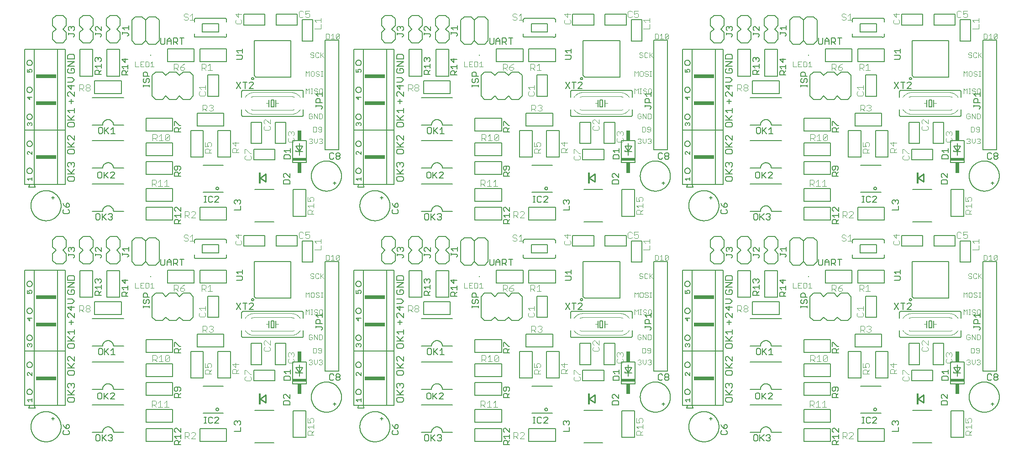
<source format=gbr>
*
%LPD*%
%LNTop_SilkScreen*%
%FSLAX25Y25*%
%MOIN*%
%AD*%
%AD*%
%ADD10C,0.01*%
%ADD39C,0.006*%
%ADD40C,0.004*%
%ADD41C,0.005909843*%
%ADD42R,0.011809843X0.082679921*%
%ADD43C,0.005*%
%ADD44C,0.008*%
%ADD45R,0.007870079X0.007870079*%
%ADD46C,0.004724409*%
%ADD47R,0.15X0.03*%
%ADD48C,0.002*%
%ADD49R,0.1X0.02*%
%ADD50R,0.03X0.075*%
G54D39*
%SRX1Y1I0.0J0.0*%
G1X32843Y19517D2*
G1X32846Y19787D1*
G1X32856Y20057D1*
G1X32873Y20326D1*
G1X32896Y20595D1*
G1X32926Y20864D1*
G1X32962Y21131D1*
G1X33005Y21398D1*
G1X33054Y21663D1*
G1X33110Y21927D1*
G1X33173Y22190D1*
G1X33241Y22451D1*
G1X33317Y22710D1*
G1X33398Y22967D1*
G1X33486Y23223D1*
G1X33580Y23476D1*
G1X33680Y23727D1*
G1X33787Y23975D1*
G1X33899Y24220D1*
G1X34018Y24463D1*
G1X34142Y24702D1*
G1X34272Y24939D1*
G1X34408Y25172D1*
G1X34550Y25402D1*
G1X34697Y25628D1*
G1X34850Y25851D1*
G1X35008Y26070D1*
G1X35171Y26285D1*
G1X35340Y26495D1*
G1X35514Y26702D1*
G1X35693Y26904D1*
G1X35876Y27102D1*
G1X36065Y27295D1*
G1X36258Y27484D1*
G1X36456Y27667D1*
G1X36658Y27846D1*
G1X36865Y28020D1*
G1X37075Y28189D1*
G1X37290Y28352D1*
G1X37509Y28510D1*
G1X37732Y28663D1*
G1X37958Y28810D1*
G1X38188Y28952D1*
G1X38421Y29088D1*
G1X38658Y29218D1*
G1X38897Y29342D1*
G1X39140Y29461D1*
G1X39385Y29573D1*
G1X39633Y29680D1*
G1X39884Y29780D1*
G1X40137Y29874D1*
G1X40393Y29962D1*
G1X40650Y30043D1*
G1X40909Y30119D1*
G1X41170Y30187D1*
G1X41433Y30250D1*
G1X41697Y30306D1*
G1X41962Y30355D1*
G1X42229Y30398D1*
G1X42496Y30434D1*
G1X42765Y30464D1*
G1X43034Y30487D1*
G1X43303Y30504D1*
G1X43573Y30514D1*
G1X43843Y30517D1*
G1X44113Y30514D1*
G1X44383Y30504D1*
G1X44652Y30487D1*
G1X44921Y30464D1*
G1X45190Y30434D1*
G1X45457Y30398D1*
G1X45724Y30355D1*
G1X45989Y30306D1*
G1X46253Y30250D1*
G1X46516Y30187D1*
G1X46777Y30119D1*
G1X47036Y30043D1*
G1X47293Y29962D1*
G1X47549Y29874D1*
G1X47802Y29780D1*
G1X48053Y29680D1*
G1X48301Y29573D1*
G1X48546Y29461D1*
G1X48789Y29342D1*
G1X49028Y29218D1*
G1X49265Y29088D1*
G1X49498Y28952D1*
G1X49728Y28810D1*
G1X49954Y28663D1*
G1X50177Y28510D1*
G1X50396Y28352D1*
G1X50611Y28189D1*
G1X50821Y28020D1*
G1X51028Y27846D1*
G1X51230Y27667D1*
G1X51428Y27484D1*
G1X51621Y27295D1*
G1X51810Y27102D1*
G1X51993Y26904D1*
G1X52172Y26702D1*
G1X52346Y26495D1*
G1X52515Y26285D1*
G1X52678Y26070D1*
G1X52836Y25851D1*
G1X52989Y25628D1*
G1X53136Y25402D1*
G1X53278Y25172D1*
G1X53414Y24939D1*
G1X53544Y24702D1*
G1X53668Y24463D1*
G1X53787Y24220D1*
G1X53899Y23975D1*
G1X54006Y23727D1*
G1X54106Y23476D1*
G1X54200Y23223D1*
G1X54288Y22967D1*
G1X54369Y22710D1*
G1X54445Y22451D1*
G1X54513Y22190D1*
G1X54576Y21927D1*
G1X54632Y21663D1*
G1X54681Y21398D1*
G1X54724Y21131D1*
G1X54760Y20864D1*
G1X54790Y20595D1*
G1X54813Y20326D1*
G1X54830Y20057D1*
G1X54840Y19787D1*
G1X54843Y19517D1*
G1X54840Y19247D1*
G1X54830Y18977D1*
G1X54813Y18708D1*
G1X54790Y18439D1*
G1X54760Y18170D1*
G1X54724Y17903D1*
G1X54681Y17636D1*
G1X54632Y17371D1*
G1X54576Y17107D1*
G1X54513Y16844D1*
G1X54445Y16583D1*
G1X54369Y16324D1*
G1X54288Y16067D1*
G1X54200Y15811D1*
G1X54106Y15558D1*
G1X54006Y15307D1*
G1X53899Y15059D1*
G1X53787Y14814D1*
G1X53668Y14571D1*
G1X53544Y14332D1*
G1X53414Y14095D1*
G1X53278Y13862D1*
G1X53136Y13632D1*
G1X52989Y13406D1*
G1X52836Y13183D1*
G1X52678Y12964D1*
G1X52515Y12749D1*
G1X52346Y12539D1*
G1X52172Y12332D1*
G1X51993Y12130D1*
G1X51810Y11932D1*
G1X51621Y11739D1*
G1X51428Y11550D1*
G1X51230Y11367D1*
G1X51028Y11188D1*
G1X50821Y11014D1*
G1X50611Y10845D1*
G1X50396Y10682D1*
G1X50177Y10524D1*
G1X49954Y10371D1*
G1X49728Y10224D1*
G1X49498Y10082D1*
G1X49265Y9946D1*
G1X49028Y9816D1*
G1X48789Y9692D1*
G1X48546Y9573D1*
G1X48301Y9461D1*
G1X48053Y9354D1*
G1X47802Y9254D1*
G1X47549Y9160D1*
G1X47293Y9072D1*
G1X47036Y8991D1*
G1X46777Y8915D1*
G1X46516Y8847D1*
G1X46253Y8784D1*
G1X45989Y8728D1*
G1X45724Y8679D1*
G1X45457Y8636D1*
G1X45190Y8600D1*
G1X44921Y8570D1*
G1X44652Y8547D1*
G1X44383Y8530D1*
G1X44113Y8520D1*
G1X43843Y8517D1*
G1X43573Y8520D1*
G1X43303Y8530D1*
G1X43034Y8547D1*
G1X42765Y8570D1*
G1X42496Y8600D1*
G1X42229Y8636D1*
G1X41962Y8679D1*
G1X41697Y8728D1*
G1X41433Y8784D1*
G1X41170Y8847D1*
G1X40909Y8915D1*
G1X40650Y8991D1*
G1X40393Y9072D1*
G1X40137Y9160D1*
G1X39884Y9254D1*
G1X39633Y9354D1*
G1X39385Y9461D1*
G1X39140Y9573D1*
G1X38897Y9692D1*
G1X38658Y9816D1*
G1X38421Y9946D1*
G1X38188Y10082D1*
G1X37958Y10224D1*
G1X37732Y10371D1*
G1X37509Y10524D1*
G1X37290Y10682D1*
G1X37075Y10845D1*
G1X36865Y11014D1*
G1X36658Y11188D1*
G1X36456Y11367D1*
G1X36258Y11550D1*
G1X36065Y11739D1*
G1X35876Y11932D1*
G1X35693Y12130D1*
G1X35514Y12332D1*
G1X35340Y12539D1*
G1X35171Y12749D1*
G1X35008Y12964D1*
G1X34850Y13183D1*
G1X34697Y13406D1*
G1X34550Y13632D1*
G1X34408Y13862D1*
G1X34272Y14095D1*
G1X34142Y14332D1*
G1X34018Y14571D1*
G1X33899Y14814D1*
G1X33787Y15059D1*
G1X33680Y15307D1*
G1X33580Y15558D1*
G1X33486Y15811D1*
G1X33398Y16067D1*
G1X33317Y16324D1*
G1X33241Y16583D1*
G1X33173Y16844D1*
G1X33110Y17107D1*
G1X33054Y17371D1*
G1X33005Y17636D1*
G1X32962Y17903D1*
G1X32926Y18170D1*
G1X32896Y18439D1*
G1X32873Y18708D1*
G1X32856Y18977D1*
G1X32846Y19247D1*
G1X32843Y19517D1*
G1X47843Y25517D2*
G1X49843Y25517D1*
G1X48843Y26517D2*
G1X48843Y24517D1*
G1X52343Y35177D2*
G1X35343Y35177D1*
G1X35343Y74677D1*
G1X35343Y133777D1*
G1X52343Y133777D1*
G1X57843Y133777D1*
G1X57843Y74677D1*
G1X52343Y74677D1*
G1X35343Y74677D1*
G1X28343Y74677D1*
G1X28343Y35177D1*
G1X31843Y35177D1*
G1X35343Y35177D1*
G1X35843Y33177D1*
G1X31343Y33177D1*
G1X31843Y35177D1*
G1X29843Y44977D2*
G1X29845Y45066D1*
G1X29851Y45155D1*
G1X29861Y45244D1*
G1X29875Y45332D1*
G1X29892Y45419D1*
G1X29914Y45505D1*
G1X29940Y45591D1*
G1X29969Y45675D1*
G1X30002Y45758D1*
G1X30038Y45839D1*
G1X30079Y45919D1*
G1X30122Y45996D1*
G1X30169Y46072D1*
G1X30220Y46145D1*
G1X30273Y46216D1*
G1X30330Y46285D1*
G1X30390Y46351D1*
G1X30453Y46415D1*
G1X30518Y46475D1*
G1X30586Y46533D1*
G1X30657Y46587D1*
G1X30730Y46638D1*
G1X30805Y46686D1*
G1X30882Y46731D1*
G1X30961Y46772D1*
G1X31042Y46809D1*
G1X31124Y46843D1*
G1X31208Y46874D1*
G1X31293Y46900D1*
G1X31379Y46923D1*
G1X31466Y46941D1*
G1X31554Y46956D1*
G1X31643Y46967D1*
G1X31732Y46974D1*
G1X31821Y46977D1*
G1X31910Y46976D1*
G1X31999Y46971D1*
G1X32087Y46962D1*
G1X32176Y46949D1*
G1X32263Y46932D1*
G1X32350Y46912D1*
G1X32436Y46887D1*
G1X32520Y46859D1*
G1X32603Y46827D1*
G1X32685Y46791D1*
G1X32765Y46752D1*
G1X32843Y46709D1*
G1X32919Y46663D1*
G1X32993Y46613D1*
G1X33065Y46560D1*
G1X33134Y46504D1*
G1X33201Y46445D1*
G1X33265Y46383D1*
G1X33326Y46319D1*
G1X33385Y46251D1*
G1X33440Y46181D1*
G1X33492Y46109D1*
G1X33541Y46034D1*
G1X33586Y45958D1*
G1X33628Y45879D1*
G1X33666Y45799D1*
G1X33701Y45717D1*
G1X33732Y45633D1*
G1X33760Y45548D1*
G1X33783Y45462D1*
G1X33803Y45375D1*
G1X33819Y45288D1*
G1X33831Y45199D1*
G1X33839Y45111D1*
G1X33843Y45022D1*
G1X33843Y44932D1*
G1X33839Y44843D1*
G1X33831Y44755D1*
G1X33819Y44666D1*
G1X33803Y44579D1*
G1X33783Y44492D1*
G1X33760Y44406D1*
G1X33732Y44321D1*
G1X33701Y44237D1*
G1X33666Y44155D1*
G1X33628Y44075D1*
G1X33586Y43996D1*
G1X33541Y43920D1*
G1X33492Y43845D1*
G1X33440Y43773D1*
G1X33385Y43703D1*
G1X33326Y43635D1*
G1X33265Y43571D1*
G1X33201Y43509D1*
G1X33134Y43450D1*
G1X33065Y43394D1*
G1X32993Y43341D1*
G1X32919Y43291D1*
G1X32843Y43245D1*
G1X32765Y43202D1*
G1X32685Y43163D1*
G1X32603Y43127D1*
G1X32520Y43095D1*
G1X32436Y43067D1*
G1X32350Y43042D1*
G1X32263Y43022D1*
G1X32176Y43005D1*
G1X32087Y42992D1*
G1X31999Y42983D1*
G1X31910Y42978D1*
G1X31821Y42977D1*
G1X31732Y42980D1*
G1X31643Y42987D1*
G1X31554Y42998D1*
G1X31466Y43013D1*
G1X31379Y43031D1*
G1X31293Y43054D1*
G1X31208Y43080D1*
G1X31124Y43111D1*
G1X31042Y43145D1*
G1X30961Y43182D1*
G1X30882Y43223D1*
G1X30805Y43268D1*
G1X30730Y43316D1*
G1X30657Y43367D1*
G1X30586Y43421D1*
G1X30518Y43479D1*
G1X30453Y43539D1*
G1X30390Y43603D1*
G1X30330Y43669D1*
G1X30273Y43738D1*
G1X30220Y43809D1*
G1X30169Y43882D1*
G1X30122Y43958D1*
G1X30079Y44035D1*
G1X30038Y44115D1*
G1X30002Y44196D1*
G1X29969Y44279D1*
G1X29940Y44363D1*
G1X29914Y44449D1*
G1X29892Y44535D1*
G1X29875Y44622D1*
G1X29861Y44710D1*
G1X29851Y44799D1*
G1X29845Y44888D1*
G1X29843Y44977D1*
G1X52343Y35177D2*
G1X52343Y74677D1*
G1X52343Y133777D1*
G1X59700Y129088D2*
G1X59700Y126586D1*
G1X64704Y126586D1*
G1X64704Y129088D1*
G1X63870Y129922D1*
G1X60534Y129922D1*
G1X59700Y129088D1*
G1X59700Y124766D2*
G1X64704Y124766D1*
G1X59700Y121430D1*
G1X64704Y121430D1*
G1X63870Y119609D2*
G1X62202Y119609D1*
G1X62202Y117941D1*
G1X60534Y116273D2*
G1X63870Y116273D1*
G1X64704Y117107D1*
G1X64704Y118775D1*
G1X63870Y119609D1*
G1X60534Y119609D2*
G1X59700Y118775D1*
G1X59700Y117107D1*
G1X60534Y116273D1*
G1X59700Y112933D2*
G1X63036Y112933D1*
G1X64704Y111265D1*
G1X63036Y109597D1*
G1X59700Y109597D1*
G1X59700Y106942D2*
G1X62202Y104440D1*
G1X62202Y107777D1*
G1X64704Y106942D2*
G1X59700Y106942D1*
G1X60534Y102620D2*
G1X59700Y101786D1*
G1X59700Y100118D1*
G1X60534Y99284D1*
G1X62202Y97464D2*
G1X62202Y94128D1*
G1X60534Y95796D2*
G1X63870Y95796D1*
G1X64704Y99284D2*
G1X61368Y102620D1*
G1X60534Y102620D1*
G1X64704Y102620D2*
G1X64704Y99284D1*
G1X64704Y90552D2*
G1X64704Y87216D1*
G1X64704Y88884D2*
G1X59700Y88884D1*
G1X61368Y87216D1*
G1X59700Y85396D2*
G1X63036Y82060D1*
G1X62202Y82894D2*
G1X64704Y85396D1*
G1X64704Y82060D2*
G1X59700Y82060D1*
G1X60534Y80239D2*
G1X59700Y79405D1*
G1X59700Y77737D1*
G1X60534Y76903D1*
G1X63870Y76903D1*
G1X64704Y77737D1*
G1X64704Y79405D1*
G1X63870Y80239D1*
G1X60534Y80239D1*
G1X57843Y74677D2*
G1X57843Y35177D1*
G1X52343Y35177D1*
G1X59700Y38367D2*
G1X59700Y40035D1*
G1X60534Y40869D1*
G1X63870Y40869D1*
G1X64704Y40035D1*
G1X64704Y38367D1*
G1X63870Y37533D1*
G1X60534Y37533D1*
G1X59700Y38367D1*
G1X59700Y42689D2*
G1X64704Y42689D1*
G1X63036Y42689D2*
G1X59700Y46026D1*
G1X60534Y47846D2*
G1X59700Y48680D1*
G1X59700Y50348D1*
G1X60534Y51182D1*
G1X61368Y51182D1*
G1X62202Y50348D1*
G1X63036Y51182D1*
G1X63870Y51182D1*
G1X64704Y50348D1*
G1X64704Y48680D1*
G1X63870Y47846D1*
G1X64704Y46026D2*
G1X62202Y43524D1*
G1X62202Y49514D2*
G1X62202Y50348D1*
G1X60534Y57218D2*
G1X63870Y57218D1*
G1X64704Y58052D1*
G1X64704Y59720D1*
G1X63870Y60554D1*
G1X60534Y60554D1*
G1X59700Y59720D1*
G1X59700Y58052D1*
G1X60534Y57218D1*
G1X59700Y62375D2*
G1X64704Y62375D1*
G1X63036Y62375D2*
G1X59700Y65711D1*
G1X60534Y67531D2*
G1X59700Y68365D1*
G1X59700Y70033D1*
G1X60534Y70867D1*
G1X61368Y70867D1*
G1X64704Y67531D1*
G1X64704Y70867D1*
G1X64704Y65711D2*
G1X62202Y63209D1*
G1X77662Y66918D2*
G1X100575Y66918D1*
G1X100575Y78414D2*
G1X93119Y78414D1*
G1X93117Y78540D1*
G1X93111Y78665D1*
G1X93101Y78790D1*
G1X93087Y78915D1*
G1X93070Y79040D1*
G1X93048Y79164D1*
G1X93023Y79287D1*
G1X92993Y79409D1*
G1X92960Y79530D1*
G1X92923Y79650D1*
G1X92883Y79769D1*
G1X92838Y79886D1*
G1X92790Y80003D1*
G1X92738Y80117D1*
G1X92683Y80230D1*
G1X92624Y80341D1*
G1X92562Y80450D1*
G1X92496Y80557D1*
G1X92427Y80662D1*
G1X92355Y80765D1*
G1X92280Y80866D1*
G1X92201Y80964D1*
G1X92119Y81059D1*
G1X92035Y81152D1*
G1X91947Y81242D1*
G1X91857Y81330D1*
G1X91764Y81414D1*
G1X91669Y81496D1*
G1X91571Y81575D1*
G1X91470Y81650D1*
G1X91367Y81722D1*
G1X91262Y81791D1*
G1X91155Y81857D1*
G1X91046Y81919D1*
G1X90935Y81978D1*
G1X90822Y82033D1*
G1X90708Y82085D1*
G1X90591Y82133D1*
G1X90474Y82178D1*
G1X90355Y82218D1*
G1X90235Y82255D1*
G1X90114Y82288D1*
G1X89992Y82318D1*
G1X89869Y82343D1*
G1X89745Y82365D1*
G1X89620Y82382D1*
G1X89495Y82396D1*
G1X89370Y82406D1*
G1X89245Y82412D1*
G1X89119Y82414D1*
G1X88993Y82412D1*
G1X88868Y82406D1*
G1X88743Y82396D1*
G1X88618Y82382D1*
G1X88493Y82365D1*
G1X88369Y82343D1*
G1X88246Y82318D1*
G1X88124Y82288D1*
G1X88003Y82255D1*
G1X87883Y82218D1*
G1X87764Y82178D1*
G1X87647Y82133D1*
G1X87530Y82085D1*
G1X87416Y82033D1*
G1X87303Y81978D1*
G1X87192Y81919D1*
G1X87083Y81857D1*
G1X86976Y81791D1*
G1X86871Y81722D1*
G1X86768Y81650D1*
G1X86667Y81575D1*
G1X86569Y81496D1*
G1X86474Y81414D1*
G1X86381Y81330D1*
G1X86291Y81242D1*
G1X86203Y81152D1*
G1X86119Y81059D1*
G1X86037Y80964D1*
G1X85958Y80866D1*
G1X85883Y80765D1*
G1X85811Y80662D1*
G1X85742Y80557D1*
G1X85676Y80450D1*
G1X85614Y80341D1*
G1X85555Y80230D1*
G1X85500Y80117D1*
G1X85448Y80003D1*
G1X85400Y79886D1*
G1X85355Y79769D1*
G1X85315Y79650D1*
G1X85278Y79530D1*
G1X85245Y79409D1*
G1X85215Y79287D1*
G1X85190Y79164D1*
G1X85168Y79040D1*
G1X85151Y78915D1*
G1X85137Y78790D1*
G1X85127Y78665D1*
G1X85121Y78540D1*
G1X85119Y78414D1*
G1X77662Y78414D1*
G1X77662Y98414D2*
G1X100575Y98414D1*
G1X121363Y99615D2*
G1X121363Y114615D1*
G1X123863Y117115D1*
G1X128863Y117115D1*
G1X131363Y114615D1*
G1X133863Y117115D1*
G1X138863Y117115D1*
G1X141363Y114615D1*
G1X143863Y117115D1*
G1X148863Y117115D1*
G1X151363Y114615D1*
G1X151363Y99615D1*
G1X148863Y97115D1*
G1X143863Y97115D1*
G1X141363Y99615D1*
G1X138863Y97115D1*
G1X133863Y97115D1*
G1X131363Y99615D1*
G1X128863Y97115D1*
G1X123863Y97115D1*
G1X121363Y99615D1*
G1X119020Y137469D2*
G1X124020Y137469D1*
G1X126520Y139969D1*
G1X126520Y154969D1*
G1X124020Y157469D1*
G1X119020Y157469D1*
G1X116520Y154969D1*
G1X116520Y139969D1*
G1X119020Y137469D1*
G1X116520Y139969D2*
G1X114020Y137469D1*
G1X109020Y137469D1*
G1X106520Y139969D1*
G1X106520Y154969D1*
G1X109020Y157469D1*
G1X114020Y157469D1*
G1X116520Y154969D1*
G1X182781Y132603D2*
G1X184249Y131135D1*
G1X182781Y132603D2*
G1X187185Y132603D1*
G1X187185Y131135D2*
G1X187185Y134071D1*
G1X186451Y129467D2*
G1X182781Y129467D1*
G1X186451Y129467D2*
G1X187185Y128733D1*
G1X187185Y127265D1*
G1X186451Y126532D1*
G1X182781Y126532D1*
G1X187697Y103820D2*
G1X230697Y103820D1*
G1X230757Y103818D1*
G1X230818Y103813D1*
G1X230877Y103804D1*
G1X230936Y103791D1*
G1X230995Y103775D1*
G1X231052Y103755D1*
G1X231107Y103732D1*
G1X231162Y103705D1*
G1X231214Y103676D1*
G1X231265Y103643D1*
G1X231314Y103607D1*
G1X231360Y103569D1*
G1X231404Y103527D1*
G1X231446Y103483D1*
G1X231484Y103437D1*
G1X231520Y103388D1*
G1X231553Y103337D1*
G1X231582Y103285D1*
G1X231609Y103230D1*
G1X231632Y103175D1*
G1X231652Y103118D1*
G1X231668Y103059D1*
G1X231681Y103000D1*
G1X231690Y102941D1*
G1X231695Y102880D1*
G1X231697Y102820D1*
G1X231697Y98820D1*
G1X231697Y89820D2*
G1X231697Y85820D1*
G1X231695Y85760D1*
G1X231690Y85699D1*
G1X231681Y85640D1*
G1X231668Y85581D1*
G1X231652Y85522D1*
G1X231632Y85465D1*
G1X231609Y85410D1*
G1X231582Y85355D1*
G1X231553Y85303D1*
G1X231520Y85252D1*
G1X231484Y85203D1*
G1X231446Y85157D1*
G1X231404Y85113D1*
G1X231360Y85071D1*
G1X231314Y85033D1*
G1X231265Y84997D1*
G1X231214Y84964D1*
G1X231162Y84935D1*
G1X231107Y84908D1*
G1X231052Y84885D1*
G1X230995Y84865D1*
G1X230936Y84849D1*
G1X230877Y84836D1*
G1X230818Y84827D1*
G1X230757Y84822D1*
G1X230697Y84820D1*
G1X187697Y84820D1*
G1X187637Y84822D1*
G1X187576Y84827D1*
G1X187517Y84836D1*
G1X187458Y84849D1*
G1X187399Y84865D1*
G1X187342Y84885D1*
G1X187287Y84908D1*
G1X187232Y84935D1*
G1X187180Y84964D1*
G1X187129Y84997D1*
G1X187080Y85033D1*
G1X187034Y85071D1*
G1X186990Y85113D1*
G1X186948Y85157D1*
G1X186910Y85203D1*
G1X186874Y85252D1*
G1X186841Y85303D1*
G1X186812Y85355D1*
G1X186785Y85410D1*
G1X186762Y85465D1*
G1X186742Y85522D1*
G1X186726Y85581D1*
G1X186713Y85640D1*
G1X186704Y85699D1*
G1X186699Y85760D1*
G1X186697Y85820D1*
G1X186697Y89820D1*
G1X186697Y98820D2*
G1X186697Y102820D1*
G1X186699Y102880D1*
G1X186704Y102941D1*
G1X186713Y103000D1*
G1X186726Y103059D1*
G1X186742Y103118D1*
G1X186762Y103175D1*
G1X186785Y103230D1*
G1X186812Y103285D1*
G1X186841Y103337D1*
G1X186874Y103388D1*
G1X186910Y103437D1*
G1X186948Y103483D1*
G1X186990Y103527D1*
G1X187034Y103569D1*
G1X187080Y103607D1*
G1X187129Y103643D1*
G1X187180Y103676D1*
G1X187232Y103705D1*
G1X187287Y103732D1*
G1X187342Y103755D1*
G1X187399Y103775D1*
G1X187458Y103791D1*
G1X187517Y103804D1*
G1X187576Y103813D1*
G1X187637Y103818D1*
G1X187697Y103820D1*
G1X206697Y96820D2*
G1X206697Y94320D1*
G1X206697Y91820D1*
G1X208197Y91820D2*
G1X210197Y91820D1*
G1X210197Y96820D1*
G1X208197Y96820D1*
G1X208197Y91820D1*
G1X211697Y91820D2*
G1X211697Y94320D1*
G1X211697Y96820D1*
G1X223882Y66887D2*
G1X223882Y50887D1*
G1X233882Y50887D1*
G1X233882Y66887D1*
G1X223882Y66887D1*
G1X226382Y62887D2*
G1X228882Y58887D1*
G1X226382Y58887D1*
G1X226382Y59887D1*
G1X228882Y58887D2*
G1X228882Y56387D1*
G1X228882Y58887D2*
G1X231382Y58887D1*
G1X228882Y58887D2*
G1X228882Y64887D1*
G1X226382Y62887D2*
G1X231382Y62887D1*
G1X228882Y58887D1*
G1X237567Y41170D2*
G1X237570Y41440D1*
G1X237580Y41710D1*
G1X237597Y41979D1*
G1X237620Y42248D1*
G1X237650Y42517D1*
G1X237686Y42784D1*
G1X237729Y43051D1*
G1X237778Y43316D1*
G1X237834Y43580D1*
G1X237897Y43843D1*
G1X237965Y44104D1*
G1X238041Y44363D1*
G1X238122Y44620D1*
G1X238210Y44876D1*
G1X238304Y45129D1*
G1X238404Y45380D1*
G1X238511Y45628D1*
G1X238623Y45873D1*
G1X238742Y46116D1*
G1X238866Y46355D1*
G1X238996Y46592D1*
G1X239132Y46825D1*
G1X239274Y47055D1*
G1X239421Y47281D1*
G1X239574Y47504D1*
G1X239732Y47723D1*
G1X239895Y47938D1*
G1X240064Y48148D1*
G1X240238Y48355D1*
G1X240417Y48557D1*
G1X240600Y48755D1*
G1X240789Y48948D1*
G1X240982Y49137D1*
G1X241180Y49320D1*
G1X241382Y49499D1*
G1X241589Y49673D1*
G1X241799Y49842D1*
G1X242014Y50005D1*
G1X242233Y50163D1*
G1X242456Y50316D1*
G1X242682Y50463D1*
G1X242912Y50605D1*
G1X243145Y50741D1*
G1X243382Y50871D1*
G1X243621Y50995D1*
G1X243864Y51114D1*
G1X244109Y51226D1*
G1X244357Y51333D1*
G1X244608Y51433D1*
G1X244861Y51527D1*
G1X245117Y51615D1*
G1X245374Y51696D1*
G1X245633Y51772D1*
G1X245894Y51840D1*
G1X246157Y51903D1*
G1X246421Y51959D1*
G1X246686Y52008D1*
G1X246953Y52051D1*
G1X247220Y52087D1*
G1X247489Y52117D1*
G1X247758Y52140D1*
G1X248027Y52157D1*
G1X248297Y52167D1*
G1X248567Y52170D1*
G1X248837Y52167D1*
G1X249107Y52157D1*
G1X249376Y52140D1*
G1X249645Y52117D1*
G1X249914Y52087D1*
G1X250181Y52051D1*
G1X250448Y52008D1*
G1X250713Y51959D1*
G1X250977Y51903D1*
G1X251240Y51840D1*
G1X251501Y51772D1*
G1X251760Y51696D1*
G1X252017Y51615D1*
G1X252273Y51527D1*
G1X252526Y51433D1*
G1X252777Y51333D1*
G1X253025Y51226D1*
G1X253270Y51114D1*
G1X253513Y50995D1*
G1X253752Y50871D1*
G1X253989Y50741D1*
G1X254222Y50605D1*
G1X254452Y50463D1*
G1X254678Y50316D1*
G1X254901Y50163D1*
G1X255120Y50005D1*
G1X255335Y49842D1*
G1X255545Y49673D1*
G1X255752Y49499D1*
G1X255954Y49320D1*
G1X256152Y49137D1*
G1X256345Y48948D1*
G1X256534Y48755D1*
G1X256717Y48557D1*
G1X256896Y48355D1*
G1X257070Y48148D1*
G1X257239Y47938D1*
G1X257402Y47723D1*
G1X257560Y47504D1*
G1X257713Y47281D1*
G1X257860Y47055D1*
G1X258002Y46825D1*
G1X258138Y46592D1*
G1X258268Y46355D1*
G1X258392Y46116D1*
G1X258511Y45873D1*
G1X258623Y45628D1*
G1X258730Y45380D1*
G1X258830Y45129D1*
G1X258924Y44876D1*
G1X259012Y44620D1*
G1X259093Y44363D1*
G1X259169Y44104D1*
G1X259237Y43843D1*
G1X259300Y43580D1*
G1X259356Y43316D1*
G1X259405Y43051D1*
G1X259448Y42784D1*
G1X259484Y42517D1*
G1X259514Y42248D1*
G1X259537Y41979D1*
G1X259554Y41710D1*
G1X259564Y41440D1*
G1X259567Y41170D1*
G1X259564Y40900D1*
G1X259554Y40630D1*
G1X259537Y40361D1*
G1X259514Y40092D1*
G1X259484Y39823D1*
G1X259448Y39556D1*
G1X259405Y39289D1*
G1X259356Y39024D1*
G1X259300Y38760D1*
G1X259237Y38497D1*
G1X259169Y38236D1*
G1X259093Y37977D1*
G1X259012Y37720D1*
G1X258924Y37464D1*
G1X258830Y37211D1*
G1X258730Y36960D1*
G1X258623Y36712D1*
G1X258511Y36467D1*
G1X258392Y36224D1*
G1X258268Y35985D1*
G1X258138Y35748D1*
G1X258002Y35515D1*
G1X257860Y35285D1*
G1X257713Y35059D1*
G1X257560Y34836D1*
G1X257402Y34617D1*
G1X257239Y34402D1*
G1X257070Y34192D1*
G1X256896Y33985D1*
G1X256717Y33783D1*
G1X256534Y33585D1*
G1X256345Y33392D1*
G1X256152Y33203D1*
G1X255954Y33020D1*
G1X255752Y32841D1*
G1X255545Y32667D1*
G1X255335Y32498D1*
G1X255120Y32335D1*
G1X254901Y32177D1*
G1X254678Y32024D1*
G1X254452Y31877D1*
G1X254222Y31735D1*
G1X253989Y31599D1*
G1X253752Y31469D1*
G1X253513Y31345D1*
G1X253270Y31226D1*
G1X253025Y31114D1*
G1X252777Y31007D1*
G1X252526Y30907D1*
G1X252273Y30813D1*
G1X252017Y30725D1*
G1X251760Y30644D1*
G1X251501Y30568D1*
G1X251240Y30500D1*
G1X250977Y30437D1*
G1X250713Y30381D1*
G1X250448Y30332D1*
G1X250181Y30289D1*
G1X249914Y30253D1*
G1X249645Y30223D1*
G1X249376Y30200D1*
G1X249107Y30183D1*
G1X248837Y30173D1*
G1X248567Y30170D1*
G1X248297Y30173D1*
G1X248027Y30183D1*
G1X247758Y30200D1*
G1X247489Y30223D1*
G1X247220Y30253D1*
G1X246953Y30289D1*
G1X246686Y30332D1*
G1X246421Y30381D1*
G1X246157Y30437D1*
G1X245894Y30500D1*
G1X245633Y30568D1*
G1X245374Y30644D1*
G1X245117Y30725D1*
G1X244861Y30813D1*
G1X244608Y30907D1*
G1X244357Y31007D1*
G1X244109Y31114D1*
G1X243864Y31226D1*
G1X243621Y31345D1*
G1X243382Y31469D1*
G1X243145Y31599D1*
G1X242912Y31735D1*
G1X242682Y31877D1*
G1X242456Y32024D1*
G1X242233Y32177D1*
G1X242014Y32335D1*
G1X241799Y32498D1*
G1X241589Y32667D1*
G1X241382Y32841D1*
G1X241180Y33020D1*
G1X240982Y33203D1*
G1X240789Y33392D1*
G1X240600Y33585D1*
G1X240417Y33783D1*
G1X240238Y33985D1*
G1X240064Y34192D1*
G1X239895Y34402D1*
G1X239732Y34617D1*
G1X239574Y34836D1*
G1X239421Y35059D1*
G1X239274Y35285D1*
G1X239132Y35515D1*
G1X238996Y35748D1*
G1X238866Y35985D1*
G1X238742Y36224D1*
G1X238623Y36467D1*
G1X238511Y36712D1*
G1X238404Y36960D1*
G1X238304Y37211D1*
G1X238210Y37464D1*
G1X238122Y37720D1*
G1X238041Y37977D1*
G1X237965Y38236D1*
G1X237897Y38497D1*
G1X237834Y38760D1*
G1X237778Y39024D1*
G1X237729Y39289D1*
G1X237686Y39556D1*
G1X237650Y39823D1*
G1X237620Y40092D1*
G1X237597Y40361D1*
G1X237580Y40630D1*
G1X237570Y40900D1*
G1X237567Y41170D1*
G1X253567Y36170D2*
G1X255567Y36170D1*
G1X254567Y37170D2*
G1X254567Y35170D1*
G1X100575Y35422D2*
G1X77662Y35422D1*
G1X77662Y46918D2*
G1X85119Y46918D1*
G1X85121Y47044D1*
G1X85127Y47169D1*
G1X85137Y47294D1*
G1X85151Y47419D1*
G1X85168Y47544D1*
G1X85190Y47668D1*
G1X85215Y47791D1*
G1X85245Y47913D1*
G1X85278Y48034D1*
G1X85315Y48154D1*
G1X85355Y48273D1*
G1X85400Y48390D1*
G1X85448Y48507D1*
G1X85500Y48621D1*
G1X85555Y48734D1*
G1X85614Y48845D1*
G1X85676Y48954D1*
G1X85742Y49061D1*
G1X85811Y49166D1*
G1X85883Y49269D1*
G1X85958Y49370D1*
G1X86037Y49468D1*
G1X86119Y49563D1*
G1X86203Y49656D1*
G1X86291Y49746D1*
G1X86381Y49834D1*
G1X86474Y49918D1*
G1X86569Y50000D1*
G1X86667Y50079D1*
G1X86768Y50154D1*
G1X86871Y50226D1*
G1X86976Y50295D1*
G1X87083Y50361D1*
G1X87192Y50423D1*
G1X87303Y50482D1*
G1X87416Y50537D1*
G1X87530Y50589D1*
G1X87647Y50637D1*
G1X87764Y50682D1*
G1X87883Y50722D1*
G1X88003Y50759D1*
G1X88124Y50792D1*
G1X88246Y50822D1*
G1X88369Y50847D1*
G1X88493Y50869D1*
G1X88618Y50886D1*
G1X88743Y50900D1*
G1X88868Y50910D1*
G1X88993Y50916D1*
G1X89119Y50918D1*
G1X89245Y50916D1*
G1X89370Y50910D1*
G1X89495Y50900D1*
G1X89620Y50886D1*
G1X89745Y50869D1*
G1X89869Y50847D1*
G1X89992Y50822D1*
G1X90114Y50792D1*
G1X90235Y50759D1*
G1X90355Y50722D1*
G1X90474Y50682D1*
G1X90591Y50637D1*
G1X90708Y50589D1*
G1X90822Y50537D1*
G1X90935Y50482D1*
G1X91046Y50423D1*
G1X91155Y50361D1*
G1X91262Y50295D1*
G1X91367Y50226D1*
G1X91470Y50154D1*
G1X91571Y50079D1*
G1X91669Y50000D1*
G1X91764Y49918D1*
G1X91857Y49834D1*
G1X91947Y49746D1*
G1X92035Y49656D1*
G1X92119Y49563D1*
G1X92201Y49468D1*
G1X92280Y49370D1*
G1X92355Y49269D1*
G1X92427Y49166D1*
G1X92496Y49061D1*
G1X92562Y48954D1*
G1X92624Y48845D1*
G1X92683Y48734D1*
G1X92738Y48621D1*
G1X92790Y48507D1*
G1X92838Y48390D1*
G1X92883Y48273D1*
G1X92923Y48154D1*
G1X92960Y48034D1*
G1X92993Y47913D1*
G1X93023Y47791D1*
G1X93048Y47668D1*
G1X93070Y47544D1*
G1X93087Y47419D1*
G1X93101Y47294D1*
G1X93111Y47169D1*
G1X93117Y47044D1*
G1X93119Y46918D1*
G1X100575Y46918D1*
G1X100575Y15422D2*
G1X93119Y15422D1*
G1X93117Y15548D1*
G1X93111Y15673D1*
G1X93101Y15798D1*
G1X93087Y15923D1*
G1X93070Y16048D1*
G1X93048Y16172D1*
G1X93023Y16295D1*
G1X92993Y16417D1*
G1X92960Y16538D1*
G1X92923Y16658D1*
G1X92883Y16777D1*
G1X92838Y16894D1*
G1X92790Y17011D1*
G1X92738Y17125D1*
G1X92683Y17238D1*
G1X92624Y17349D1*
G1X92562Y17458D1*
G1X92496Y17565D1*
G1X92427Y17670D1*
G1X92355Y17773D1*
G1X92280Y17874D1*
G1X92201Y17972D1*
G1X92119Y18067D1*
G1X92035Y18160D1*
G1X91947Y18250D1*
G1X91857Y18338D1*
G1X91764Y18422D1*
G1X91669Y18504D1*
G1X91571Y18583D1*
G1X91470Y18658D1*
G1X91367Y18730D1*
G1X91262Y18799D1*
G1X91155Y18865D1*
G1X91046Y18927D1*
G1X90935Y18986D1*
G1X90822Y19041D1*
G1X90708Y19093D1*
G1X90591Y19141D1*
G1X90474Y19186D1*
G1X90355Y19226D1*
G1X90235Y19263D1*
G1X90114Y19296D1*
G1X89992Y19326D1*
G1X89869Y19351D1*
G1X89745Y19373D1*
G1X89620Y19390D1*
G1X89495Y19404D1*
G1X89370Y19414D1*
G1X89245Y19420D1*
G1X89119Y19422D1*
G1X88993Y19420D1*
G1X88868Y19414D1*
G1X88743Y19404D1*
G1X88618Y19390D1*
G1X88493Y19373D1*
G1X88369Y19351D1*
G1X88246Y19326D1*
G1X88124Y19296D1*
G1X88003Y19263D1*
G1X87883Y19226D1*
G1X87764Y19186D1*
G1X87647Y19141D1*
G1X87530Y19093D1*
G1X87416Y19041D1*
G1X87303Y18986D1*
G1X87192Y18927D1*
G1X87083Y18865D1*
G1X86976Y18799D1*
G1X86871Y18730D1*
G1X86768Y18658D1*
G1X86667Y18583D1*
G1X86569Y18504D1*
G1X86474Y18422D1*
G1X86381Y18338D1*
G1X86291Y18250D1*
G1X86203Y18160D1*
G1X86119Y18067D1*
G1X86037Y17972D1*
G1X85958Y17874D1*
G1X85883Y17773D1*
G1X85811Y17670D1*
G1X85742Y17565D1*
G1X85676Y17458D1*
G1X85614Y17349D1*
G1X85555Y17238D1*
G1X85500Y17125D1*
G1X85448Y17011D1*
G1X85400Y16894D1*
G1X85355Y16777D1*
G1X85315Y16658D1*
G1X85278Y16538D1*
G1X85245Y16417D1*
G1X85215Y16295D1*
G1X85190Y16172D1*
G1X85168Y16048D1*
G1X85151Y15923D1*
G1X85137Y15798D1*
G1X85127Y15673D1*
G1X85121Y15548D1*
G1X85119Y15422D1*
G1X77662Y15422D1*
G1X29843Y64777D2*
G1X29845Y64866D1*
G1X29851Y64955D1*
G1X29861Y65044D1*
G1X29875Y65132D1*
G1X29892Y65219D1*
G1X29914Y65305D1*
G1X29940Y65391D1*
G1X29969Y65475D1*
G1X30002Y65558D1*
G1X30038Y65639D1*
G1X30079Y65719D1*
G1X30122Y65796D1*
G1X30169Y65872D1*
G1X30220Y65945D1*
G1X30273Y66016D1*
G1X30330Y66085D1*
G1X30390Y66151D1*
G1X30453Y66215D1*
G1X30518Y66275D1*
G1X30586Y66333D1*
G1X30657Y66387D1*
G1X30730Y66438D1*
G1X30805Y66486D1*
G1X30882Y66531D1*
G1X30961Y66572D1*
G1X31042Y66609D1*
G1X31124Y66643D1*
G1X31208Y66674D1*
G1X31293Y66700D1*
G1X31379Y66723D1*
G1X31466Y66741D1*
G1X31554Y66756D1*
G1X31643Y66767D1*
G1X31732Y66774D1*
G1X31821Y66777D1*
G1X31910Y66776D1*
G1X31999Y66771D1*
G1X32087Y66762D1*
G1X32176Y66749D1*
G1X32263Y66732D1*
G1X32350Y66712D1*
G1X32436Y66687D1*
G1X32520Y66659D1*
G1X32603Y66627D1*
G1X32685Y66591D1*
G1X32765Y66552D1*
G1X32843Y66509D1*
G1X32919Y66463D1*
G1X32993Y66413D1*
G1X33065Y66360D1*
G1X33134Y66304D1*
G1X33201Y66245D1*
G1X33265Y66183D1*
G1X33326Y66119D1*
G1X33385Y66051D1*
G1X33440Y65981D1*
G1X33492Y65909D1*
G1X33541Y65834D1*
G1X33586Y65758D1*
G1X33628Y65679D1*
G1X33666Y65599D1*
G1X33701Y65517D1*
G1X33732Y65433D1*
G1X33760Y65348D1*
G1X33783Y65262D1*
G1X33803Y65175D1*
G1X33819Y65088D1*
G1X33831Y64999D1*
G1X33839Y64911D1*
G1X33843Y64822D1*
G1X33843Y64732D1*
G1X33839Y64643D1*
G1X33831Y64555D1*
G1X33819Y64466D1*
G1X33803Y64379D1*
G1X33783Y64292D1*
G1X33760Y64206D1*
G1X33732Y64121D1*
G1X33701Y64037D1*
G1X33666Y63955D1*
G1X33628Y63875D1*
G1X33586Y63796D1*
G1X33541Y63720D1*
G1X33492Y63645D1*
G1X33440Y63573D1*
G1X33385Y63503D1*
G1X33326Y63435D1*
G1X33265Y63371D1*
G1X33201Y63309D1*
G1X33134Y63250D1*
G1X33065Y63194D1*
G1X32993Y63141D1*
G1X32919Y63091D1*
G1X32843Y63045D1*
G1X32765Y63002D1*
G1X32685Y62963D1*
G1X32603Y62927D1*
G1X32520Y62895D1*
G1X32436Y62867D1*
G1X32350Y62842D1*
G1X32263Y62822D1*
G1X32176Y62805D1*
G1X32087Y62792D1*
G1X31999Y62783D1*
G1X31910Y62778D1*
G1X31821Y62777D1*
G1X31732Y62780D1*
G1X31643Y62787D1*
G1X31554Y62798D1*
G1X31466Y62813D1*
G1X31379Y62831D1*
G1X31293Y62854D1*
G1X31208Y62880D1*
G1X31124Y62911D1*
G1X31042Y62945D1*
G1X30961Y62982D1*
G1X30882Y63023D1*
G1X30805Y63068D1*
G1X30730Y63116D1*
G1X30657Y63167D1*
G1X30586Y63221D1*
G1X30518Y63279D1*
G1X30453Y63339D1*
G1X30390Y63403D1*
G1X30330Y63469D1*
G1X30273Y63538D1*
G1X30220Y63609D1*
G1X30169Y63682D1*
G1X30122Y63758D1*
G1X30079Y63835D1*
G1X30038Y63915D1*
G1X30002Y63996D1*
G1X29969Y64079D1*
G1X29940Y64163D1*
G1X29914Y64249D1*
G1X29892Y64335D1*
G1X29875Y64422D1*
G1X29861Y64510D1*
G1X29851Y64599D1*
G1X29845Y64688D1*
G1X29843Y64777D1*
G1X28343Y74677D2*
G1X28343Y133777D1*
G1X35343Y133777D1*
G1X29843Y123877D2*
G1X29845Y123966D1*
G1X29851Y124055D1*
G1X29861Y124144D1*
G1X29875Y124232D1*
G1X29892Y124319D1*
G1X29914Y124405D1*
G1X29940Y124491D1*
G1X29969Y124575D1*
G1X30002Y124658D1*
G1X30038Y124739D1*
G1X30079Y124819D1*
G1X30122Y124896D1*
G1X30169Y124972D1*
G1X30220Y125045D1*
G1X30273Y125116D1*
G1X30330Y125185D1*
G1X30390Y125251D1*
G1X30453Y125315D1*
G1X30518Y125375D1*
G1X30586Y125433D1*
G1X30657Y125487D1*
G1X30730Y125538D1*
G1X30805Y125586D1*
G1X30882Y125631D1*
G1X30961Y125672D1*
G1X31042Y125709D1*
G1X31124Y125743D1*
G1X31208Y125774D1*
G1X31293Y125800D1*
G1X31379Y125823D1*
G1X31466Y125841D1*
G1X31554Y125856D1*
G1X31643Y125867D1*
G1X31732Y125874D1*
G1X31821Y125877D1*
G1X31910Y125876D1*
G1X31999Y125871D1*
G1X32087Y125862D1*
G1X32176Y125849D1*
G1X32263Y125832D1*
G1X32350Y125812D1*
G1X32436Y125787D1*
G1X32520Y125759D1*
G1X32603Y125727D1*
G1X32685Y125691D1*
G1X32765Y125652D1*
G1X32843Y125609D1*
G1X32919Y125563D1*
G1X32993Y125513D1*
G1X33065Y125460D1*
G1X33134Y125404D1*
G1X33201Y125345D1*
G1X33265Y125283D1*
G1X33326Y125219D1*
G1X33385Y125151D1*
G1X33440Y125081D1*
G1X33492Y125009D1*
G1X33541Y124934D1*
G1X33586Y124858D1*
G1X33628Y124779D1*
G1X33666Y124699D1*
G1X33701Y124617D1*
G1X33732Y124533D1*
G1X33760Y124448D1*
G1X33783Y124362D1*
G1X33803Y124275D1*
G1X33819Y124188D1*
G1X33831Y124099D1*
G1X33839Y124011D1*
G1X33843Y123922D1*
G1X33843Y123832D1*
G1X33839Y123743D1*
G1X33831Y123655D1*
G1X33819Y123566D1*
G1X33803Y123479D1*
G1X33783Y123392D1*
G1X33760Y123306D1*
G1X33732Y123221D1*
G1X33701Y123137D1*
G1X33666Y123055D1*
G1X33628Y122975D1*
G1X33586Y122896D1*
G1X33541Y122820D1*
G1X33492Y122745D1*
G1X33440Y122673D1*
G1X33385Y122603D1*
G1X33326Y122535D1*
G1X33265Y122471D1*
G1X33201Y122409D1*
G1X33134Y122350D1*
G1X33065Y122294D1*
G1X32993Y122241D1*
G1X32919Y122191D1*
G1X32843Y122145D1*
G1X32765Y122102D1*
G1X32685Y122063D1*
G1X32603Y122027D1*
G1X32520Y121995D1*
G1X32436Y121967D1*
G1X32350Y121942D1*
G1X32263Y121922D1*
G1X32176Y121905D1*
G1X32087Y121892D1*
G1X31999Y121883D1*
G1X31910Y121878D1*
G1X31821Y121877D1*
G1X31732Y121880D1*
G1X31643Y121887D1*
G1X31554Y121898D1*
G1X31466Y121913D1*
G1X31379Y121931D1*
G1X31293Y121954D1*
G1X31208Y121980D1*
G1X31124Y122011D1*
G1X31042Y122045D1*
G1X30961Y122082D1*
G1X30882Y122123D1*
G1X30805Y122168D1*
G1X30730Y122216D1*
G1X30657Y122267D1*
G1X30586Y122321D1*
G1X30518Y122379D1*
G1X30453Y122439D1*
G1X30390Y122503D1*
G1X30330Y122569D1*
G1X30273Y122638D1*
G1X30220Y122709D1*
G1X30169Y122782D1*
G1X30122Y122858D1*
G1X30079Y122935D1*
G1X30038Y123015D1*
G1X30002Y123096D1*
G1X29969Y123179D1*
G1X29940Y123263D1*
G1X29914Y123349D1*
G1X29892Y123435D1*
G1X29875Y123522D1*
G1X29861Y123610D1*
G1X29851Y123699D1*
G1X29845Y123788D1*
G1X29843Y123877D1*
G1X29843Y104177D2*
G1X29845Y104266D1*
G1X29851Y104355D1*
G1X29861Y104444D1*
G1X29875Y104532D1*
G1X29892Y104619D1*
G1X29914Y104705D1*
G1X29940Y104791D1*
G1X29969Y104875D1*
G1X30002Y104958D1*
G1X30038Y105039D1*
G1X30079Y105119D1*
G1X30122Y105196D1*
G1X30169Y105272D1*
G1X30220Y105345D1*
G1X30273Y105416D1*
G1X30330Y105485D1*
G1X30390Y105551D1*
G1X30453Y105615D1*
G1X30518Y105675D1*
G1X30586Y105733D1*
G1X30657Y105787D1*
G1X30730Y105838D1*
G1X30805Y105886D1*
G1X30882Y105931D1*
G1X30961Y105972D1*
G1X31042Y106009D1*
G1X31124Y106043D1*
G1X31208Y106074D1*
G1X31293Y106100D1*
G1X31379Y106123D1*
G1X31466Y106141D1*
G1X31554Y106156D1*
G1X31643Y106167D1*
G1X31732Y106174D1*
G1X31821Y106177D1*
G1X31910Y106176D1*
G1X31999Y106171D1*
G1X32087Y106162D1*
G1X32176Y106149D1*
G1X32263Y106132D1*
G1X32350Y106112D1*
G1X32436Y106087D1*
G1X32520Y106059D1*
G1X32603Y106027D1*
G1X32685Y105991D1*
G1X32765Y105952D1*
G1X32843Y105909D1*
G1X32919Y105863D1*
G1X32993Y105813D1*
G1X33065Y105760D1*
G1X33134Y105704D1*
G1X33201Y105645D1*
G1X33265Y105583D1*
G1X33326Y105519D1*
G1X33385Y105451D1*
G1X33440Y105381D1*
G1X33492Y105309D1*
G1X33541Y105234D1*
G1X33586Y105158D1*
G1X33628Y105079D1*
G1X33666Y104999D1*
G1X33701Y104917D1*
G1X33732Y104833D1*
G1X33760Y104748D1*
G1X33783Y104662D1*
G1X33803Y104575D1*
G1X33819Y104488D1*
G1X33831Y104399D1*
G1X33839Y104311D1*
G1X33843Y104222D1*
G1X33843Y104132D1*
G1X33839Y104043D1*
G1X33831Y103955D1*
G1X33819Y103866D1*
G1X33803Y103779D1*
G1X33783Y103692D1*
G1X33760Y103606D1*
G1X33732Y103521D1*
G1X33701Y103437D1*
G1X33666Y103355D1*
G1X33628Y103275D1*
G1X33586Y103196D1*
G1X33541Y103120D1*
G1X33492Y103045D1*
G1X33440Y102973D1*
G1X33385Y102903D1*
G1X33326Y102835D1*
G1X33265Y102771D1*
G1X33201Y102709D1*
G1X33134Y102650D1*
G1X33065Y102594D1*
G1X32993Y102541D1*
G1X32919Y102491D1*
G1X32843Y102445D1*
G1X32765Y102402D1*
G1X32685Y102363D1*
G1X32603Y102327D1*
G1X32520Y102295D1*
G1X32436Y102267D1*
G1X32350Y102242D1*
G1X32263Y102222D1*
G1X32176Y102205D1*
G1X32087Y102192D1*
G1X31999Y102183D1*
G1X31910Y102178D1*
G1X31821Y102177D1*
G1X31732Y102180D1*
G1X31643Y102187D1*
G1X31554Y102198D1*
G1X31466Y102213D1*
G1X31379Y102231D1*
G1X31293Y102254D1*
G1X31208Y102280D1*
G1X31124Y102311D1*
G1X31042Y102345D1*
G1X30961Y102382D1*
G1X30882Y102423D1*
G1X30805Y102468D1*
G1X30730Y102516D1*
G1X30657Y102567D1*
G1X30586Y102621D1*
G1X30518Y102679D1*
G1X30453Y102739D1*
G1X30390Y102803D1*
G1X30330Y102869D1*
G1X30273Y102938D1*
G1X30220Y103009D1*
G1X30169Y103082D1*
G1X30122Y103158D1*
G1X30079Y103235D1*
G1X30038Y103315D1*
G1X30002Y103396D1*
G1X29969Y103479D1*
G1X29940Y103563D1*
G1X29914Y103649D1*
G1X29892Y103735D1*
G1X29875Y103822D1*
G1X29861Y103910D1*
G1X29851Y103999D1*
G1X29845Y104088D1*
G1X29843Y104177D1*
G1X29843Y84477D2*
G1X29845Y84566D1*
G1X29851Y84655D1*
G1X29861Y84744D1*
G1X29875Y84832D1*
G1X29892Y84919D1*
G1X29914Y85005D1*
G1X29940Y85091D1*
G1X29969Y85175D1*
G1X30002Y85258D1*
G1X30038Y85339D1*
G1X30079Y85419D1*
G1X30122Y85496D1*
G1X30169Y85572D1*
G1X30220Y85645D1*
G1X30273Y85716D1*
G1X30330Y85785D1*
G1X30390Y85851D1*
G1X30453Y85915D1*
G1X30518Y85975D1*
G1X30586Y86033D1*
G1X30657Y86087D1*
G1X30730Y86138D1*
G1X30805Y86186D1*
G1X30882Y86231D1*
G1X30961Y86272D1*
G1X31042Y86309D1*
G1X31124Y86343D1*
G1X31208Y86374D1*
G1X31293Y86400D1*
G1X31379Y86423D1*
G1X31466Y86441D1*
G1X31554Y86456D1*
G1X31643Y86467D1*
G1X31732Y86474D1*
G1X31821Y86477D1*
G1X31910Y86476D1*
G1X31999Y86471D1*
G1X32087Y86462D1*
G1X32176Y86449D1*
G1X32263Y86432D1*
G1X32350Y86412D1*
G1X32436Y86387D1*
G1X32520Y86359D1*
G1X32603Y86327D1*
G1X32685Y86291D1*
G1X32765Y86252D1*
G1X32843Y86209D1*
G1X32919Y86163D1*
G1X32993Y86113D1*
G1X33065Y86060D1*
G1X33134Y86004D1*
G1X33201Y85945D1*
G1X33265Y85883D1*
G1X33326Y85819D1*
G1X33385Y85751D1*
G1X33440Y85681D1*
G1X33492Y85609D1*
G1X33541Y85534D1*
G1X33586Y85458D1*
G1X33628Y85379D1*
G1X33666Y85299D1*
G1X33701Y85217D1*
G1X33732Y85133D1*
G1X33760Y85048D1*
G1X33783Y84962D1*
G1X33803Y84875D1*
G1X33819Y84788D1*
G1X33831Y84699D1*
G1X33839Y84611D1*
G1X33843Y84522D1*
G1X33843Y84432D1*
G1X33839Y84343D1*
G1X33831Y84255D1*
G1X33819Y84166D1*
G1X33803Y84079D1*
G1X33783Y83992D1*
G1X33760Y83906D1*
G1X33732Y83821D1*
G1X33701Y83737D1*
G1X33666Y83655D1*
G1X33628Y83575D1*
G1X33586Y83496D1*
G1X33541Y83420D1*
G1X33492Y83345D1*
G1X33440Y83273D1*
G1X33385Y83203D1*
G1X33326Y83135D1*
G1X33265Y83071D1*
G1X33201Y83009D1*
G1X33134Y82950D1*
G1X33065Y82894D1*
G1X32993Y82841D1*
G1X32919Y82791D1*
G1X32843Y82745D1*
G1X32765Y82702D1*
G1X32685Y82663D1*
G1X32603Y82627D1*
G1X32520Y82595D1*
G1X32436Y82567D1*
G1X32350Y82542D1*
G1X32263Y82522D1*
G1X32176Y82505D1*
G1X32087Y82492D1*
G1X31999Y82483D1*
G1X31910Y82478D1*
G1X31821Y82477D1*
G1X31732Y82480D1*
G1X31643Y82487D1*
G1X31554Y82498D1*
G1X31466Y82513D1*
G1X31379Y82531D1*
G1X31293Y82554D1*
G1X31208Y82580D1*
G1X31124Y82611D1*
G1X31042Y82645D1*
G1X30961Y82682D1*
G1X30882Y82723D1*
G1X30805Y82768D1*
G1X30730Y82816D1*
G1X30657Y82867D1*
G1X30586Y82921D1*
G1X30518Y82979D1*
G1X30453Y83039D1*
G1X30390Y83103D1*
G1X30330Y83169D1*
G1X30273Y83238D1*
G1X30220Y83309D1*
G1X30169Y83382D1*
G1X30122Y83458D1*
G1X30079Y83535D1*
G1X30038Y83615D1*
G1X30002Y83696D1*
G1X29969Y83779D1*
G1X29940Y83863D1*
G1X29914Y83949D1*
G1X29892Y84035D1*
G1X29875Y84122D1*
G1X29861Y84210D1*
G1X29851Y84299D1*
G1X29845Y84388D1*
G1X29843Y84477D1*
G1X68182Y103398D2*
G54D40*
G1X68182Y108002D1*
G1X70484Y108002D1*
G1X71251Y107234D1*
G1X71251Y105700D1*
G1X70484Y104932D1*
G1X68182Y104932D1*
G1X69716Y104932D2*
G1X71251Y103398D1*
G1X72786Y104165D2*
G1X72786Y104932D1*
G1X73553Y105700D1*
G1X75088Y105700D1*
G1X75855Y104932D1*
G1X75855Y104165D1*
G1X75088Y103398D1*
G1X73553Y103398D1*
G1X72786Y104165D1*
G1X73553Y105700D2*
G1X72786Y106467D1*
G1X72786Y107234D1*
G1X73553Y108002D1*
G1X75088Y108002D1*
G1X75855Y107234D1*
G1X75855Y106467D1*
G1X75088Y105700D1*
G1X121720Y71643D2*
G1X124022Y71643D1*
G1X124789Y70876D1*
G1X124789Y69341D1*
G1X124022Y68574D1*
G1X121720Y68574D1*
G1X121720Y67039D2*
G1X121720Y71643D1*
G1X123255Y68574D2*
G1X124789Y67039D1*
G1X126324Y67039D2*
G1X129393Y67039D1*
G1X127859Y67039D2*
G1X127859Y71643D1*
G1X126324Y70109D1*
G1X130928Y70876D2*
G1X130928Y67807D1*
G1X133997Y70876D1*
G1X133997Y67807D1*
G1X133230Y67039D1*
G1X131695Y67039D1*
G1X130928Y67807D1*
G1X130928Y70876D2*
G1X131695Y71643D1*
G1X133230Y71643D1*
G1X133997Y70876D1*
G1X160063Y65702D2*
G1X160063Y62632D1*
G1X162365Y62632D1*
G1X161597Y64167D1*
G1X161597Y64934D1*
G1X162365Y65702D1*
G1X163899Y65702D1*
G1X164667Y64934D1*
G1X164667Y63400D1*
G1X163899Y62632D1*
G1X164667Y61098D2*
G1X163132Y59563D1*
G1X163132Y60330D2*
G1X163132Y58028D1*
G1X164667Y58028D2*
G1X160063Y58028D1*
G1X160063Y60330D1*
G1X160830Y61098D1*
G1X162365Y61098D1*
G1X163132Y60330D1*
G1X179846Y60626D2*
G1X179846Y58324D1*
G1X184450Y58324D1*
G1X182915Y58324D2*
G1X182915Y60626D1*
G1X182148Y61393D1*
G1X180614Y61393D1*
G1X179846Y60626D1*
G1X182915Y59858D2*
G1X184450Y61393D1*
G1X182148Y62928D2*
G1X182148Y65997D1*
G1X179846Y65230D2*
G1X182148Y62928D1*
G1X184450Y65230D2*
G1X179846Y65230D1*
G1X189059Y60776D2*
G1X189826Y60776D1*
G1X192895Y57706D1*
G1X193663Y57706D1*
G1X192895Y56172D2*
G1X193663Y55404D1*
G1X193663Y53870D1*
G1X192895Y53102D1*
G1X189826Y53102D1*
G1X189059Y53870D1*
G1X189059Y55404D1*
G1X189826Y56172D1*
G1X189059Y57706D2*
G1X189059Y60776D1*
G1X203586Y74638D2*
G1X206655Y74638D1*
G1X207423Y75405D1*
G1X207423Y76940D1*
G1X206655Y77707D1*
G1X207423Y79242D2*
G1X204353Y82311D1*
G1X203586Y82311D1*
G1X202819Y81544D1*
G1X202819Y80009D1*
G1X203586Y79242D1*
G1X203586Y77707D2*
G1X202819Y76940D1*
G1X202819Y75405D1*
G1X203586Y74638D1*
G1X207423Y79242D2*
G1X207423Y82311D1*
G1X220456Y72887D2*
G1X221224Y73654D1*
G1X221991Y73654D1*
G1X222758Y72887D1*
G1X223526Y73654D1*
G1X224293Y73654D1*
G1X225060Y72887D1*
G1X225060Y71352D1*
G1X224293Y70585D1*
G1X224293Y69050D2*
G1X225060Y68283D1*
G1X225060Y66748D1*
G1X224293Y65981D1*
G1X221224Y65981D1*
G1X220456Y66748D1*
G1X220456Y68283D1*
G1X221224Y69050D1*
G1X221224Y70585D2*
G1X220456Y71352D1*
G1X220456Y72887D1*
G1X222758Y72887D2*
G1X222758Y72120D1*
G1X235750Y67932D2*
G1X236350Y68532D1*
G1X237551Y68532D1*
G1X238152Y67932D1*
G1X238152Y67331D1*
G1X237551Y66731D1*
G1X238152Y66130D1*
G1X238152Y65530D1*
G1X237551Y64929D1*
G1X236350Y64929D1*
G1X235750Y65530D1*
G1X236951Y66731D2*
G1X237551Y66731D1*
G1X239433Y66130D2*
G1X240634Y64929D1*
G1X241835Y66130D1*
G1X241835Y68532D1*
G1X243116Y67932D2*
G1X243716Y68532D1*
G1X244917Y68532D1*
G1X245518Y67932D1*
G1X245518Y67331D1*
G1X244917Y66731D1*
G1X245518Y66130D1*
G1X245518Y65530D1*
G1X244917Y64929D1*
G1X243716Y64929D1*
G1X243116Y65530D1*
G1X244317Y66731D2*
G1X244917Y66731D1*
G1X239433Y66130D2*
G1X239433Y68532D1*
G1X238941Y73295D2*
G1X240742Y73295D1*
G1X241343Y73896D1*
G1X241343Y76298D1*
G1X240742Y76898D1*
G1X238941Y76898D1*
G1X238941Y73295D1*
G1X242624Y73896D2*
G1X243224Y73295D1*
G1X244425Y73295D1*
G1X245026Y73896D1*
G1X245026Y76298D1*
G1X244425Y76898D1*
G1X243224Y76898D1*
G1X242624Y76298D1*
G1X242624Y75697D1*
G1X243224Y75097D1*
G1X245026Y75097D1*
G1X244917Y83138D2*
G1X243116Y83138D1*
G1X243116Y86741D1*
G1X244917Y86741D1*
G1X245518Y86140D1*
G1X245518Y83738D1*
G1X244917Y83138D1*
G1X241835Y83138D2*
G1X241835Y86741D1*
G1X239433Y86741D2*
G1X241835Y83138D1*
G1X239433Y83138D2*
G1X239433Y86741D1*
G1X238152Y86140D2*
G1X237551Y86741D1*
G1X236350Y86741D1*
G1X235750Y86140D1*
G1X235750Y83738D1*
G1X236350Y83138D1*
G1X237551Y83138D1*
G1X238152Y83738D1*
G1X238152Y84939D1*
G1X236951Y84939D1*
G1X237195Y101409D2*
G1X238396Y101409D1*
G1X237795Y101409D2*
G1X237795Y105013D1*
G1X237195Y105013D2*
G1X238396Y105013D1*
G1X239650Y104412D2*
G1X239650Y103811D1*
G1X240251Y103211D1*
G1X241452Y103211D1*
G1X242052Y102610D1*
G1X242052Y102010D1*
G1X241452Y101409D1*
G1X240251Y101409D1*
G1X239650Y102010D1*
G1X239650Y104412D2*
G1X240251Y105013D1*
G1X241452Y105013D1*
G1X242052Y104412D1*
G1X243333Y104412D2*
G1X243333Y102010D1*
G1X243934Y101409D1*
G1X245135Y101409D1*
G1X245735Y102010D1*
G1X245735Y104412D1*
G1X245135Y105013D1*
G1X243934Y105013D1*
G1X243333Y104412D1*
G1X235914Y105013D2*
G1X235914Y101409D1*
G1X233512Y101409D2*
G1X233512Y105013D1*
G1X234713Y103811D1*
G1X235914Y105013D1*
G1X235914Y114008D2*
G1X235914Y117611D1*
G1X234713Y116410D1*
G1X233512Y117611D1*
G1X233512Y114008D1*
G1X237195Y114608D2*
G1X237795Y114008D1*
G1X238996Y114008D1*
G1X239597Y114608D1*
G1X239597Y117010D1*
G1X238996Y117611D1*
G1X237795Y117611D1*
G1X237195Y117010D1*
G1X237195Y114608D1*
G1X240878Y114608D2*
G1X241478Y114008D1*
G1X242679Y114008D1*
G1X243280Y114608D1*
G1X243280Y115209D1*
G1X242679Y115809D1*
G1X241478Y115809D1*
G1X240878Y116410D1*
G1X240878Y117010D1*
G1X241478Y117611D1*
G1X242679Y117611D1*
G1X243280Y117010D1*
G1X244561Y117611D2*
G1X245762Y117611D1*
G1X245161Y117611D2*
G1X245161Y114008D1*
G1X244561Y114008D2*
G1X245762Y114008D1*
G1X246725Y127787D2*
G1X244923Y129589D1*
G1X244323Y128988D2*
G1X246725Y131390D1*
G1X244323Y131390D2*
G1X244323Y127787D1*
G1X243042Y128388D2*
G1X242441Y127787D1*
G1X241240Y127787D1*
G1X240640Y128388D1*
G1X240640Y130790D1*
G1X241240Y131390D1*
G1X242441Y131390D1*
G1X243042Y130790D1*
G1X239358Y130790D2*
G1X238758Y131390D1*
G1X237557Y131390D1*
G1X236956Y130790D1*
G1X236956Y130189D1*
G1X237557Y129589D1*
G1X238758Y129589D1*
G1X239358Y128988D1*
G1X239358Y128388D1*
G1X238758Y127787D1*
G1X237557Y127787D1*
G1X236956Y128388D1*
G1X248275Y141272D2*
G1X250077Y141272D1*
G1X250677Y141872D1*
G1X250677Y144274D1*
G1X250077Y144875D1*
G1X248275Y144875D1*
G1X248275Y141272D1*
G1X251958Y141272D2*
G1X254361Y141272D1*
G1X253159Y141272D2*
G1X253159Y144875D1*
G1X251958Y143674D1*
G1X255642Y144274D2*
G1X255642Y141872D1*
G1X258044Y144274D1*
G1X258044Y141872D1*
G1X257443Y141272D1*
G1X256242Y141272D1*
G1X255642Y141872D1*
G1X255642Y144274D2*
G1X256242Y144875D1*
G1X257443Y144875D1*
G1X258044Y144274D1*
G1X244430Y148850D2*
G1X244430Y151920D1*
G1X244430Y153454D2*
G1X244430Y156524D1*
G1X244430Y154989D2*
G1X239827Y154989D1*
G1X241361Y153454D1*
G1X239827Y148850D2*
G1X244430Y148850D1*
G1X235417Y157098D2*
G1X233883Y157098D1*
G1X233115Y157866D1*
G1X231581Y157866D2*
G1X230813Y157098D1*
G1X229279Y157098D1*
G1X228512Y157866D1*
G1X228512Y160935D1*
G1X229279Y161702D1*
G1X230813Y161702D1*
G1X231581Y160935D1*
G1X233115Y161702D2*
G1X233115Y159400D1*
G1X234650Y160168D1*
G1X235417Y160168D1*
G1X236185Y159400D1*
G1X236185Y157866D1*
G1X235417Y157098D1*
G1X236185Y161702D2*
G1X233115Y161702D1*
G1X186694Y159300D2*
G1X182090Y159300D1*
G1X184392Y156998D1*
G1X184392Y160067D1*
G1X182858Y155463D2*
G1X182090Y154696D1*
G1X182090Y153161D1*
G1X182858Y152394D1*
G1X185927Y152394D1*
G1X186694Y153161D1*
G1X186694Y154696D1*
G1X185927Y155463D1*
G1X152110Y155051D2*
G1X149041Y155051D1*
G1X150575Y155051D2*
G1X150575Y159655D1*
G1X149041Y158120D1*
G1X147506Y158888D2*
G1X146739Y159655D1*
G1X145204Y159655D1*
G1X144437Y158888D1*
G1X144437Y158120D1*
G1X145204Y157353D1*
G1X146739Y157353D1*
G1X147506Y156586D1*
G1X147506Y155818D1*
G1X146739Y155051D1*
G1X145204Y155051D1*
G1X144437Y155818D1*
G1X144949Y123080D2*
G1X143415Y122313D1*
G1X141880Y120778D1*
G1X144182Y120778D1*
G1X144949Y120011D1*
G1X144949Y119244D1*
G1X144182Y118476D1*
G1X142647Y118476D1*
G1X141880Y119244D1*
G1X141880Y120778D1*
G1X140345Y120778D2*
G1X139578Y120011D1*
G1X137276Y120011D1*
G1X137276Y118476D2*
G1X137276Y123080D1*
G1X139578Y123080D1*
G1X140345Y122313D1*
G1X140345Y120778D1*
G1X138811Y120011D2*
G1X140345Y118476D1*
G1X157453Y118476D2*
G1X157453Y123080D1*
G1X159755Y123080D1*
G1X160523Y122313D1*
G1X160523Y120778D1*
G1X159755Y120011D1*
G1X157453Y120011D1*
G1X158988Y120011D2*
G1X160523Y118476D1*
G1X162057Y118476D2*
G1X165126Y118476D1*
G1X163592Y118476D2*
G1X163592Y123080D1*
G1X162057Y121546D1*
G1X160198Y107528D2*
G1X160198Y104458D1*
G1X160198Y105993D2*
G1X155594Y105993D1*
G1X157129Y104458D1*
G1X156362Y102924D2*
G1X155594Y102156D1*
G1X155594Y100622D1*
G1X156362Y99854D1*
G1X159431Y99854D1*
G1X160198Y100622D1*
G1X160198Y102156D1*
G1X159431Y102924D1*
G1X160439Y93198D2*
G1X158138Y93198D1*
G1X158138Y88594D1*
G1X158138Y90129D2*
G1X160439Y90129D1*
G1X161207Y90896D1*
G1X161207Y92431D1*
G1X160439Y93198D1*
G1X162741Y92431D2*
G1X163509Y93198D1*
G1X165043Y93198D1*
G1X165811Y92431D1*
G1X165811Y91664D1*
G1X165043Y90896D1*
G1X165811Y90129D1*
G1X165811Y89362D1*
G1X165043Y88594D1*
G1X163509Y88594D1*
G1X162741Y89362D1*
G1X161207Y88594D2*
G1X159672Y90129D1*
G1X164276Y90896D2*
G1X165043Y90896D1*
G1X131872Y38395D2*
G1X131872Y33791D1*
G1X130337Y33791D2*
G1X133407Y33791D1*
G1X130337Y36861D2*
G1X131872Y38395D1*
G1X127268Y38395D2*
G1X127268Y33791D1*
G1X125734Y33791D2*
G1X128803Y33791D1*
G1X125734Y36861D2*
G1X127268Y38395D1*
G1X124199Y37628D2*
G1X124199Y36093D1*
G1X123432Y35326D1*
G1X121130Y35326D1*
G1X122664Y35326D2*
G1X124199Y33791D1*
G1X121130Y33791D2*
G1X121130Y38395D1*
G1X123432Y38395D1*
G1X124199Y37628D1*
G1X145150Y15403D2*
G1X147452Y15403D1*
G1X148219Y14636D1*
G1X148219Y13101D1*
G1X147452Y12334D1*
G1X145150Y12334D1*
G1X146685Y12334D2*
G1X148219Y10799D1*
G1X149754Y10799D2*
G1X152823Y13868D1*
G1X152823Y14636D1*
G1X152056Y15403D1*
G1X150521Y15403D1*
G1X149754Y14636D1*
G1X145150Y15403D2*
G1X145150Y10799D1*
G1X149754Y10799D2*
G1X152823Y10799D1*
G1X234787Y13365D2*
G1X234787Y15667D1*
G1X235554Y16435D1*
G1X237089Y16435D1*
G1X237856Y15667D1*
G1X237856Y13365D1*
G1X237856Y14900D2*
G1X239391Y16435D1*
G1X239391Y17969D2*
G1X239391Y21039D1*
G1X239391Y19504D2*
G1X234787Y19504D1*
G1X236322Y17969D1*
G1X234787Y13365D2*
G1X239391Y13365D1*
G1X238624Y22573D2*
G1X239391Y23341D1*
G1X239391Y24875D1*
G1X238624Y25642D1*
G1X237089Y25642D1*
G1X236322Y24875D1*
G1X236322Y24108D1*
G1X237089Y22573D1*
G1X234787Y22573D1*
G1X234787Y25642D1*
G1X233540Y31221D2*
G54D41*
G1X224225Y31221D1*
G1X224225Y11749D1*
G1X233540Y11749D1*
G1X233540Y31221D1*
G1X211060Y53048D2*
G1X211060Y60788D1*
G1X195524Y60788D1*
G1X195524Y53048D1*
G1X211060Y53048D1*
G1X211233Y64898D2*
G1X218973Y64898D1*
G1X218973Y80434D1*
G1X211233Y80434D1*
G1X211233Y64898D1*
G1X201256Y64898D2*
G1X193516Y64898D1*
G1X193516Y80434D1*
G1X201256Y80434D1*
G1X201256Y64898D1*
G1X178422Y74528D2*
G1X178422Y55056D1*
G1X169107Y55056D1*
G1X169107Y74528D1*
G1X178422Y74528D1*
G1X173658Y77851D2*
G1X154186Y77851D1*
G1X154186Y87166D1*
G1X173658Y87166D1*
G1X173658Y77851D1*
G1X158737Y74528D2*
G1X158737Y55056D1*
G1X149422Y55056D1*
G1X149422Y74528D1*
G1X158737Y74528D1*
G1X136256Y73914D2*
G1X136256Y83229D1*
G1X116784Y83229D1*
G1X116784Y73914D1*
G1X136256Y73914D1*
G1X136256Y65513D2*
G1X136256Y56198D1*
G1X116784Y56198D1*
G1X116784Y65513D1*
G1X136256Y65513D1*
G1X136256Y51733D2*
G1X116784Y51733D1*
G1X116784Y42418D1*
G1X136256Y42418D1*
G1X136256Y51733D1*
G1X136256Y32048D2*
G1X116784Y32048D1*
G1X116784Y22733D1*
G1X136256Y22733D1*
G1X136256Y32048D1*
G1X136256Y18269D2*
G1X116784Y18269D1*
G1X116784Y8954D1*
G1X136256Y8954D1*
G1X136256Y18269D1*
G1X156154Y18269D2*
G1X156154Y8954D1*
G1X175627Y8954D1*
G1X175627Y18269D1*
G1X156154Y18269D1*
G1X162020Y99347D2*
G1X169760Y99347D1*
G1X169760Y114883D1*
G1X162020Y114883D1*
G1X162020Y99347D1*
G1X193910Y112400D2*
G1X193912Y112456D1*
G1X193918Y112511D1*
G1X193928Y112565D1*
G1X193941Y112619D1*
G1X193959Y112672D1*
G1X193980Y112723D1*
G1X194004Y112773D1*
G1X194032Y112821D1*
G1X194064Y112867D1*
G1X194098Y112911D1*
G1X194136Y112952D1*
G1X194176Y112990D1*
G1X194219Y113025D1*
G1X194264Y113057D1*
G1X194312Y113086D1*
G1X194361Y113112D1*
G1X194412Y113134D1*
G1X194464Y113152D1*
G1X194518Y113166D1*
G1X194573Y113177D1*
G1X194628Y113184D1*
G1X194683Y113187D1*
G1X194739Y113186D1*
G1X194794Y113181D1*
G1X194849Y113172D1*
G1X194903Y113160D1*
G1X194956Y113143D1*
G1X195008Y113123D1*
G1X195058Y113099D1*
G1X195106Y113072D1*
G1X195153Y113042D1*
G1X195197Y113008D1*
G1X195239Y112971D1*
G1X195277Y112931D1*
G1X195314Y112889D1*
G1X195347Y112844D1*
G1X195376Y112798D1*
G1X195403Y112749D1*
G1X195425Y112698D1*
G1X195445Y112646D1*
G1X195460Y112592D1*
G1X195472Y112538D1*
G1X195480Y112483D1*
G1X195484Y112428D1*
G1X195484Y112372D1*
G1X195480Y112317D1*
G1X195472Y112262D1*
G1X195460Y112208D1*
G1X195445Y112154D1*
G1X195425Y112102D1*
G1X195403Y112051D1*
G1X195376Y112002D1*
G1X195347Y111956D1*
G1X195314Y111911D1*
G1X195277Y111869D1*
G1X195239Y111829D1*
G1X195197Y111792D1*
G1X195153Y111758D1*
G1X195106Y111728D1*
G1X195058Y111701D1*
G1X195008Y111677D1*
G1X194956Y111657D1*
G1X194903Y111640D1*
G1X194849Y111628D1*
G1X194794Y111619D1*
G1X194739Y111614D1*
G1X194683Y111613D1*
G1X194628Y111616D1*
G1X194573Y111623D1*
G1X194518Y111634D1*
G1X194464Y111648D1*
G1X194412Y111666D1*
G1X194361Y111688D1*
G1X194312Y111714D1*
G1X194264Y111743D1*
G1X194219Y111775D1*
G1X194176Y111810D1*
G1X194136Y111848D1*
G1X194098Y111889D1*
G1X194064Y111933D1*
G1X194032Y111979D1*
G1X194004Y112027D1*
G1X193980Y112077D1*
G1X193959Y112128D1*
G1X193941Y112181D1*
G1X193928Y112235D1*
G1X193918Y112289D1*
G1X193912Y112344D1*
G1X193910Y112400D1*
G1X195812Y114595D2*
G1X196993Y113414D1*
G1X222583Y113414D1*
G1X222583Y140186D1*
G1X195812Y140186D1*
G1X195812Y114595D1*
G1X175627Y124603D2*
G1X156154Y124603D1*
G1X156154Y133918D1*
G1X175627Y133918D1*
G1X175627Y124603D1*
G1X152004Y124603D2*
G1X152004Y133918D1*
G1X132532Y133918D1*
G1X132532Y124603D1*
G1X152004Y124603D1*
G1X188142Y151473D2*
G1X188142Y159213D1*
G1X203678Y159213D1*
G1X203678Y151473D1*
G1X188142Y151473D1*
G1X211764Y151473D2*
G1X211764Y159213D1*
G1X227300Y159213D1*
G1X227300Y151473D1*
G1X211764Y151473D1*
G1X97713Y133583D2*
G1X97713Y114111D1*
G1X88398Y114111D1*
G1X88398Y133583D1*
G1X97713Y133583D1*
G1X78028Y133583D2*
G1X78028Y114111D1*
G1X68713Y114111D1*
G1X68713Y133583D1*
G1X78028Y133583D1*
G1X79382Y110788D2*
G1X79382Y101473D1*
G1X98855Y101473D1*
G1X98855Y110788D1*
G1X79382Y110788D1*
G1X200142Y39733D2*
G54D10*
G1X204276Y36977D1*
G1X204276Y42686D1*
G1X200142Y39733D1*
G54D42*
G1X199945Y39733D3*
G1X196402Y31328D2*
G54D43*
G1X210182Y31328D1*
G1X217239Y35456D2*
G1X217239Y37707D1*
G1X217989Y38458D1*
G1X220992Y38458D1*
G1X221743Y37707D1*
G1X221743Y35456D1*
G1X217239Y35456D1*
G1X217989Y40059D2*
G1X217239Y40810D1*
G1X217239Y42311D1*
G1X217989Y43062D1*
G1X218740Y43062D1*
G1X221743Y40059D1*
G1X221743Y43062D1*
G1X222132Y53605D2*
G1X217629Y53605D1*
G1X217629Y55857D1*
G1X218379Y56608D1*
G1X221382Y56608D1*
G1X222132Y55857D1*
G1X222132Y53605D1*
G1X222132Y58209D2*
G1X222132Y61212D1*
G1X222132Y59710D2*
G1X217629Y59710D1*
G1X219130Y58209D1*
G1X247504Y60225D2*
G1X257504Y60225D1*
G1X257504Y140225D1*
G1X247504Y140225D1*
G1X247504Y60225D1*
G1X250853Y57276D2*
G1X250853Y54273D1*
G1X251604Y53522D1*
G1X253105Y53522D1*
G1X253855Y54273D1*
G1X255457Y54273D2*
G1X255457Y55024D1*
G1X256207Y55774D1*
G1X257709Y55774D1*
G1X258459Y55024D1*
G1X258459Y54273D1*
G1X257709Y53522D1*
G1X256207Y53522D1*
G1X255457Y54273D1*
G1X256207Y55774D2*
G1X255457Y56525D1*
G1X255457Y57276D1*
G1X256207Y58026D1*
G1X257709Y58026D1*
G1X258459Y57276D1*
G1X258459Y56525D1*
G1X257709Y55774D1*
G1X253855Y57276D2*
G1X253105Y58026D1*
G1X251604Y58026D1*
G1X250853Y57276D1*
G1X244796Y90195D2*
G1X245547Y90946D1*
G1X245547Y91696D1*
G1X244796Y92447D1*
G1X241043Y92447D1*
G1X241043Y93197D2*
G1X241043Y91696D1*
G1X241043Y94799D2*
G1X241043Y97051D1*
G1X241793Y97801D1*
G1X243295Y97801D1*
G1X244045Y97051D1*
G1X244045Y94799D1*
G1X245547Y94799D2*
G1X241043Y94799D1*
G1X242544Y99403D2*
G1X241043Y100904D1*
G1X245547Y100904D1*
G1X245547Y99403D2*
G1X245547Y102405D1*
G1X195240Y105207D2*
G1X192238Y105207D1*
G1X195240Y108210D1*
G1X195240Y108961D1*
G1X194490Y109711D1*
G1X192989Y109711D1*
G1X192238Y108961D1*
G1X190637Y109711D2*
G1X187634Y109711D1*
G1X189135Y109711D2*
G1X189135Y105207D1*
G1X186033Y105207D2*
G1X183030Y109711D1*
G1X186033Y109711D2*
G1X183030Y105207D1*
G1X142144Y78096D2*
G1X141394Y78096D1*
G1X138391Y81098D1*
G1X137640Y81098D1*
G1X137640Y78096D1*
G1X138391Y76494D2*
G1X139892Y76494D1*
G1X140643Y75744D1*
G1X140643Y73492D1*
G1X140643Y74993D2*
G1X142144Y76494D1*
G1X142144Y73492D2*
G1X137640Y73492D1*
G1X137640Y75744D1*
G1X138391Y76494D1*
G1X138332Y48539D2*
G1X137581Y47789D1*
G1X137581Y46287D1*
G1X138332Y45537D1*
G1X139083Y45537D1*
G1X139833Y46287D1*
G1X139833Y48539D1*
G1X138332Y48539D2*
G1X141335Y48539D1*
G1X142085Y47789D1*
G1X142085Y46287D1*
G1X141335Y45537D1*
G1X142085Y43935D2*
G1X140584Y42434D1*
G1X140584Y43185D2*
G1X140584Y40933D1*
G1X142085Y40933D2*
G1X137581Y40933D1*
G1X137581Y43185D1*
G1X138332Y43935D1*
G1X139833Y43935D1*
G1X140584Y43185D1*
G1X159395Y26487D2*
G1X160896Y26487D1*
G1X160145Y26487D2*
G1X160145Y21983D1*
G1X159395Y21983D2*
G1X160896Y21983D1*
G1X162464Y22734D2*
G1X163215Y21983D1*
G1X164716Y21983D1*
G1X165466Y22734D1*
G1X167068Y21983D2*
G1X170070Y24986D1*
G1X170070Y25736D1*
G1X169320Y26487D1*
G1X167818Y26487D1*
G1X167068Y25736D1*
G1X165466Y25736D2*
G1X164716Y26487D1*
G1X163215Y26487D1*
G1X162464Y25736D1*
G1X162464Y22734D1*
G1X167068Y21983D2*
G1X170070Y21983D1*
G1X181392Y21617D2*
G1X181392Y23118D1*
G1X182143Y23869D1*
G1X182894Y23869D1*
G1X183644Y23118D1*
G1X184395Y23869D1*
G1X185146Y23869D1*
G1X185896Y23118D1*
G1X185896Y21617D1*
G1X185146Y20867D1*
G1X185896Y19265D2*
G1X185896Y16263D1*
G1X181392Y16263D1*
G1X182143Y20867D2*
G1X181392Y21617D1*
G1X183644Y22368D2*
G1X183644Y23118D1*
G1X167890Y32202D2*
G1X167892Y32265D1*
G1X167898Y32327D1*
G1X167908Y32389D1*
G1X167921Y32451D1*
G1X167939Y32511D1*
G1X167960Y32570D1*
G1X167985Y32628D1*
G1X168014Y32684D1*
G1X168046Y32738D1*
G1X168081Y32790D1*
G1X168119Y32839D1*
G1X168161Y32887D1*
G1X168205Y32931D1*
G1X168253Y32973D1*
G1X168302Y33011D1*
G1X168354Y33046D1*
G1X168408Y33078D1*
G1X168464Y33107D1*
G1X168522Y33132D1*
G1X168581Y33153D1*
G1X168641Y33171D1*
G1X168703Y33184D1*
G1X168765Y33194D1*
G1X168827Y33200D1*
G1X168890Y33202D1*
G1X168953Y33200D1*
G1X169015Y33194D1*
G1X169077Y33184D1*
G1X169139Y33171D1*
G1X169199Y33153D1*
G1X169258Y33132D1*
G1X169316Y33107D1*
G1X169372Y33078D1*
G1X169426Y33046D1*
G1X169478Y33011D1*
G1X169527Y32973D1*
G1X169575Y32931D1*
G1X169619Y32887D1*
G1X169661Y32839D1*
G1X169699Y32790D1*
G1X169734Y32738D1*
G1X169766Y32684D1*
G1X169795Y32628D1*
G1X169820Y32570D1*
G1X169841Y32511D1*
G1X169859Y32451D1*
G1X169872Y32389D1*
G1X169882Y32327D1*
G1X169888Y32265D1*
G1X169890Y32202D1*
G1X169888Y32139D1*
G1X169882Y32077D1*
G1X169872Y32015D1*
G1X169859Y31953D1*
G1X169841Y31893D1*
G1X169820Y31834D1*
G1X169795Y31776D1*
G1X169766Y31720D1*
G1X169734Y31666D1*
G1X169699Y31614D1*
G1X169661Y31565D1*
G1X169619Y31517D1*
G1X169575Y31473D1*
G1X169527Y31431D1*
G1X169478Y31393D1*
G1X169426Y31358D1*
G1X169372Y31326D1*
G1X169316Y31297D1*
G1X169258Y31272D1*
G1X169199Y31251D1*
G1X169139Y31233D1*
G1X169077Y31220D1*
G1X169015Y31210D1*
G1X168953Y31204D1*
G1X168890Y31202D1*
G1X168827Y31204D1*
G1X168765Y31210D1*
G1X168703Y31220D1*
G1X168641Y31233D1*
G1X168581Y31251D1*
G1X168522Y31272D1*
G1X168464Y31297D1*
G1X168408Y31326D1*
G1X168354Y31358D1*
G1X168302Y31393D1*
G1X168253Y31431D1*
G1X168205Y31473D1*
G1X168161Y31517D1*
G1X168119Y31565D1*
G1X168081Y31614D1*
G1X168046Y31666D1*
G1X168014Y31720D1*
G1X167985Y31776D1*
G1X167960Y31834D1*
G1X167939Y31893D1*
G1X167921Y31953D1*
G1X167908Y32015D1*
G1X167898Y32077D1*
G1X167892Y32139D1*
G1X167890Y32202D1*
G1X142184Y18519D2*
G1X142184Y15517D1*
G1X139181Y18519D1*
G1X138430Y18519D1*
G1X137680Y17769D1*
G1X137680Y16268D1*
G1X138430Y15517D1*
G1X137680Y12414D2*
G1X142184Y12414D1*
G1X142184Y10913D2*
G1X142184Y13916D1*
G1X139181Y10913D2*
G1X137680Y12414D1*
G1X138430Y9312D2*
G1X139932Y9312D1*
G1X140682Y8561D1*
G1X140682Y6309D1*
G1X140682Y7810D2*
G1X142184Y9312D1*
G1X142184Y6309D2*
G1X137680Y6309D1*
G1X137680Y8561D1*
G1X138430Y9312D1*
G1X92362Y9923D2*
G1X91611Y9172D1*
G1X90110Y9172D1*
G1X89359Y9923D1*
G1X87758Y9172D2*
G1X85506Y11424D1*
G1X84755Y10673D2*
G1X87758Y13676D1*
G1X89359Y12925D2*
G1X90110Y13676D1*
G1X91611Y13676D1*
G1X92362Y12925D1*
G1X92362Y12175D1*
G1X91611Y11424D1*
G1X92362Y10673D1*
G1X92362Y9923D1*
G1X91611Y11424D2*
G1X90860Y11424D1*
G1X84755Y13676D2*
G1X84755Y9172D1*
G1X83154Y9923D2*
G1X83154Y12925D1*
G1X82403Y13676D1*
G1X80902Y13676D1*
G1X80151Y12925D1*
G1X80151Y9923D1*
G1X80902Y9172D1*
G1X82403Y9172D1*
G1X83154Y9923D1*
G1X60794Y14392D2*
G1X60794Y15893D1*
G1X60043Y16644D1*
G1X60043Y18245D2*
G1X58542Y18245D1*
G1X58542Y20497D1*
G1X59293Y21248D1*
G1X60043Y21248D1*
G1X60794Y20497D1*
G1X60794Y18996D1*
G1X60043Y18245D1*
G1X58542Y18245D2*
G1X57041Y19747D1*
G1X56290Y21248D1*
G1X57041Y16644D2*
G1X56290Y15893D1*
G1X56290Y14392D1*
G1X57041Y13641D1*
G1X60043Y13641D1*
G1X60794Y14392D1*
G1X33593Y37927D2*
G1X33593Y40196D1*
G1X33593Y39061D2*
G1X30190Y39061D1*
G1X31324Y37927D1*
G1X30757Y56927D2*
G1X30190Y57494D1*
G1X30190Y58629D1*
G1X30757Y59196D1*
G1X31324Y59196D1*
G1X33593Y56927D1*
G1X33593Y59196D1*
G1X33026Y77927D2*
G1X33593Y78494D1*
G1X33593Y79629D1*
G1X33026Y80196D1*
G1X32459Y80196D1*
G1X31892Y79629D1*
G1X31892Y79061D1*
G1X31892Y79629D2*
G1X31324Y80196D1*
G1X30757Y80196D1*
G1X30190Y79629D1*
G1X30190Y78494D1*
G1X30757Y77927D1*
G1X31892Y96927D2*
G1X31892Y99196D1*
G1X33593Y98629D2*
G1X30190Y98629D1*
G1X31892Y96927D1*
G1X31892Y116927D2*
G1X31324Y118061D1*
G1X31324Y118629D1*
G1X31892Y119196D1*
G1X33026Y119196D1*
G1X33593Y118629D1*
G1X33593Y117494D1*
G1X33026Y116927D1*
G1X31892Y116927D2*
G1X30190Y116927D1*
G1X30190Y119196D1*
G1X63901Y142827D2*
G1X64651Y143578D1*
G1X64651Y144328D1*
G1X63901Y145079D1*
G1X60147Y145079D1*
G1X60147Y144328D2*
G1X60147Y145830D1*
G1X60898Y147431D2*
G1X60147Y148182D1*
G1X60147Y149683D1*
G1X60898Y150434D1*
G1X61649Y150434D1*
G1X62399Y149683D1*
G1X63150Y150434D1*
G1X63901Y150434D1*
G1X64651Y149683D1*
G1X64651Y148182D1*
G1X63901Y147431D1*
G1X62399Y148932D2*
G1X62399Y149683D1*
G1X79833Y149683D2*
G1X79833Y148182D1*
G1X80583Y147431D1*
G1X79833Y145830D2*
G1X79833Y144328D1*
G1X79833Y145079D2*
G1X83586Y145079D1*
G1X84336Y144328D1*
G1X84336Y143578D1*
G1X83586Y142827D1*
G1X84336Y147431D2*
G1X81334Y150434D1*
G1X80583Y150434D1*
G1X79833Y149683D1*
G1X84336Y150434D2*
G1X84336Y147431D1*
G1X99577Y146342D2*
G1X99577Y144840D1*
G1X99577Y145591D2*
G1X103330Y145591D1*
G1X104080Y144840D1*
G1X104080Y144090D1*
G1X103330Y143339D1*
G1X104080Y147943D2*
G1X104080Y150945D1*
G1X104080Y149444D2*
G1X99577Y149444D1*
G1X101078Y147943D1*
G1X83362Y127575D2*
G1X82611Y127575D1*
G1X81861Y126824D1*
G1X81861Y126073D1*
G1X81861Y126824D2*
G1X81110Y127575D1*
G1X80360Y127575D1*
G1X79609Y126824D1*
G1X79609Y125323D1*
G1X80360Y124572D1*
G1X83362Y124572D2*
G1X84113Y125323D1*
G1X84113Y126824D1*
G1X83362Y127575D1*
G1X84113Y122971D2*
G1X84113Y119968D1*
G1X84113Y121469D2*
G1X79609Y121469D1*
G1X81110Y119968D1*
G1X80360Y118367D2*
G1X81861Y118367D1*
G1X82611Y117616D1*
G1X82611Y115364D1*
G1X82611Y116865D2*
G1X84113Y118367D1*
G1X84113Y115364D2*
G1X79609Y115364D1*
G1X79609Y117616D1*
G1X80360Y118367D1*
G1X99207Y117144D2*
G1X99207Y114892D1*
G1X103711Y114892D1*
G1X102210Y114892D2*
G1X102210Y117144D1*
G1X101459Y117894D1*
G1X99958Y117894D1*
G1X99207Y117144D1*
G1X100709Y119496D2*
G1X99207Y120997D1*
G1X103711Y120997D1*
G1X103711Y119496D2*
G1X103711Y122498D1*
G1X101459Y124100D2*
G1X101459Y127102D1*
G1X99207Y126352D2*
G1X101459Y124100D1*
G1X103711Y126352D2*
G1X99207Y126352D1*
G1X103711Y117894D2*
G1X102210Y116393D1*
G1X114755Y116227D2*
G1X114755Y113975D1*
G1X119258Y113975D1*
G1X117757Y113975D2*
G1X117757Y116227D1*
G1X117006Y116978D1*
G1X115505Y116978D1*
G1X114755Y116227D1*
G1X115505Y112374D2*
G1X114755Y111623D1*
G1X114755Y110122D1*
G1X115505Y109371D1*
G1X116256Y109371D1*
G1X117006Y110122D1*
G1X117006Y111623D1*
G1X117757Y112374D1*
G1X118508Y112374D1*
G1X119258Y111623D1*
G1X119258Y110122D1*
G1X118508Y109371D1*
G1X119258Y107803D2*
G1X119258Y106302D1*
G1X119258Y107053D2*
G1X114755Y107053D1*
G1X114755Y107803D2*
G1X114755Y106302D1*
G1X92829Y76668D2*
G1X92829Y72164D1*
G1X91328Y72164D2*
G1X94330Y72164D1*
G1X91328Y75167D2*
G1X92829Y76668D1*
G1X89726Y76668D2*
G1X86724Y73665D1*
G1X87474Y74416D2*
G1X89726Y72164D1*
G1X86724Y72164D2*
G1X86724Y76668D1*
G1X85122Y75917D2*
G1X84372Y76668D1*
G1X82870Y76668D1*
G1X82120Y75917D1*
G1X82120Y72915D1*
G1X82870Y72164D1*
G1X84372Y72164D1*
G1X85122Y72915D1*
G1X85122Y75917D1*
G1X86232Y44188D2*
G1X86232Y39684D1*
G1X86232Y41185D2*
G1X89234Y44188D1*
G1X90836Y43437D2*
G1X91586Y44188D1*
G1X93087Y44188D1*
G1X93838Y43437D1*
G1X93838Y42686D1*
G1X90836Y39684D1*
G1X93838Y39684D1*
G1X89234Y39684D2*
G1X86982Y41936D1*
G1X84630Y40434D2*
G1X84630Y43437D1*
G1X83880Y44188D1*
G1X82378Y44188D1*
G1X81628Y43437D1*
G1X81628Y40434D1*
G1X82378Y39684D1*
G1X83880Y39684D1*
G1X84630Y40434D1*
G1X196402Y7706D2*
G1X210182Y7706D1*
G1X142949Y137385D2*
G1X142949Y141888D1*
G1X141448Y141888D2*
G1X144451Y141888D1*
G1X139847Y141138D2*
G1X139847Y139637D1*
G1X139096Y138886D1*
G1X136844Y138886D1*
G1X136844Y137385D2*
G1X136844Y141888D1*
G1X139096Y141888D1*
G1X139847Y141138D1*
G1X138345Y138886D2*
G1X139847Y137385D1*
G1X135243Y137385D2*
G1X135243Y140387D1*
G1X133742Y141888D1*
G1X132240Y140387D1*
G1X132240Y137385D1*
G1X130639Y138135D2*
G1X130639Y141888D1*
G1X132240Y139637D2*
G1X135243Y139637D1*
G1X130639Y138135D2*
G1X129888Y137385D1*
G1X128387Y137385D1*
G1X127636Y138135D1*
G1X127636Y141888D1*
G1X152111Y143532D2*
G1X152111Y145107D1*
G1X152111Y143532D2*
G1X152113Y143470D1*
G1X152119Y143409D1*
G1X152128Y143348D1*
G1X152142Y143287D1*
G1X152159Y143228D1*
G1X152180Y143170D1*
G1X152205Y143113D1*
G1X152233Y143058D1*
G1X152264Y143005D1*
G1X152299Y142954D1*
G1X152337Y142905D1*
G1X152378Y142858D1*
G1X152421Y142815D1*
G1X152468Y142774D1*
G1X152517Y142736D1*
G1X152568Y142701D1*
G1X152621Y142670D1*
G1X152676Y142642D1*
G1X152733Y142617D1*
G1X152791Y142596D1*
G1X152850Y142579D1*
G1X152911Y142565D1*
G1X152972Y142556D1*
G1X153033Y142550D1*
G1X153095Y142548D1*
G1X174355Y142548D1*
G1X174422Y142539D1*
G1X174489Y142534D1*
G1X174556Y142532D1*
G1X174623Y142534D1*
G1X174690Y142540D1*
G1X174756Y142550D1*
G1X174822Y142563D1*
G1X174887Y142580D1*
G1X174951Y142600D1*
G1X175014Y142625D1*
G1X175075Y142652D1*
G1X175134Y142683D1*
G1X175192Y142717D1*
G1X175248Y142755D1*
G1X175301Y142796D1*
G1X175352Y142839D1*
G1X175401Y142885D1*
G1X175447Y142934D1*
G1X175490Y142986D1*
G1X175530Y143039D1*
G1X175568Y143095D1*
G1X175601Y143153D1*
G1X175632Y143213D1*
G1X175659Y143274D1*
G1X175683Y143337D1*
G1X175703Y143401D1*
G1X175720Y143466D1*
G1X175733Y143532D1*
G1X175733Y145107D1*
G1X169827Y146485D2*
G1X169827Y152391D1*
G1X158016Y152391D1*
G1X158016Y146485D1*
G1X169827Y146485D1*
G1X175733Y153769D2*
G1X175733Y155343D1*
G1X175731Y155405D1*
G1X175725Y155466D1*
G1X175716Y155527D1*
G1X175702Y155588D1*
G1X175685Y155647D1*
G1X175664Y155705D1*
G1X175639Y155762D1*
G1X175611Y155817D1*
G1X175580Y155870D1*
G1X175545Y155921D1*
G1X175507Y155970D1*
G1X175466Y156017D1*
G1X175423Y156060D1*
G1X175376Y156101D1*
G1X175327Y156139D1*
G1X175276Y156174D1*
G1X175223Y156205D1*
G1X175168Y156233D1*
G1X175111Y156258D1*
G1X175053Y156279D1*
G1X174994Y156296D1*
G1X174933Y156310D1*
G1X174872Y156319D1*
G1X174811Y156325D1*
G1X174749Y156327D1*
G1X174749Y156328D2*
G1X153095Y156328D1*
G1X153095Y156327D2*
G1X153033Y156325D1*
G1X152972Y156319D1*
G1X152911Y156310D1*
G1X152850Y156296D1*
G1X152791Y156279D1*
G1X152733Y156258D1*
G1X152676Y156233D1*
G1X152621Y156205D1*
G1X152568Y156174D1*
G1X152517Y156139D1*
G1X152468Y156101D1*
G1X152421Y156060D1*
G1X152378Y156017D1*
G1X152337Y155970D1*
G1X152299Y155921D1*
G1X152264Y155870D1*
G1X152233Y155817D1*
G1X152205Y155762D1*
G1X152180Y155705D1*
G1X152159Y155647D1*
G1X152142Y155588D1*
G1X152128Y155527D1*
G1X152119Y155466D1*
G1X152113Y155405D1*
G1X152111Y155343D1*
G1X152111Y153769D1*
G1X230918Y155237D2*
G1X230918Y139702D1*
G1X238658Y139702D1*
G1X238658Y155237D1*
G1X230918Y155237D1*
G1X98056Y155875D2*
G54D44*
G1X98056Y150875D1*
G1X95556Y148375D1*
G1X98056Y145875D1*
G1X98056Y140875D1*
G1X95556Y138375D1*
G1X90556Y138375D1*
G1X88056Y140875D1*
G1X88056Y145875D1*
G1X90556Y148375D1*
G1X88056Y150875D1*
G1X88056Y155875D1*
G1X90556Y158375D1*
G1X95556Y158375D1*
G1X98056Y155875D1*
G1X78371Y155875D2*
G1X78371Y150875D1*
G1X75871Y148375D1*
G1X78371Y145875D1*
G1X78371Y140875D1*
G1X75871Y138375D1*
G1X70871Y138375D1*
G1X68371Y140875D1*
G1X68371Y145875D1*
G1X70871Y148375D1*
G1X68371Y150875D1*
G1X68371Y155875D1*
G1X70871Y158375D1*
G1X75871Y158375D1*
G1X78371Y155875D1*
G1X58686Y155875D2*
G1X58686Y150875D1*
G1X56186Y148375D1*
G1X58686Y145875D1*
G1X58686Y140875D1*
G1X56186Y138375D1*
G1X51186Y138375D1*
G1X48686Y140875D1*
G1X48686Y145875D1*
G1X51186Y148375D1*
G1X48686Y150875D1*
G1X48686Y155875D1*
G1X51186Y158375D1*
G1X56186Y158375D1*
G1X58686Y155875D1*
G1X158410Y49044D2*
G1X173371Y49044D1*
G1X173402Y29359D2*
G1X158410Y29359D1*
G54D45*
G1X120221Y129261D3*
G1X121347Y124606D2*
G54D46*
G1X121347Y120903D1*
G1X120113Y120903D2*
G1X122582Y120903D1*
G1X120113Y123372D2*
G1X121347Y124606D1*
G1X118899Y123989D2*
G1X118281Y124606D1*
G1X116430Y124606D1*
G1X116430Y120903D1*
G1X118281Y120903D1*
G1X118899Y121520D1*
G1X118899Y123989D1*
G1X115216Y124606D2*
G1X112747Y124606D1*
G1X112747Y120903D1*
G1X115216Y120903D1*
G1X113981Y122754D2*
G1X112747Y122754D1*
G1X111532Y120903D2*
G1X109064Y120903D1*
G1X109064Y124606D1*
G54D47*
G1X43843Y114077D3*
G1X43843Y94277D3*
G1X43843Y54877D3*
G1X195697Y86320D2*
G54D48*
G1X222697Y86320D1*
G1X222697Y89320D2*
G1X195697Y89320D1*
G1X195564Y89322D1*
G1X195432Y89327D1*
G1X195300Y89336D1*
G1X195167Y89348D1*
G1X195036Y89364D1*
G1X194904Y89383D1*
G1X194774Y89406D1*
G1X194644Y89432D1*
G1X194514Y89462D1*
G1X194386Y89495D1*
G1X194258Y89531D1*
G1X194132Y89571D1*
G1X194006Y89614D1*
G1X193882Y89661D1*
G1X193759Y89711D1*
G1X193638Y89764D1*
G1X193518Y89820D1*
G1X195697Y86320D2*
G1X195503Y86322D1*
G1X195308Y86329D1*
G1X195114Y86341D1*
G1X194920Y86358D1*
G1X194726Y86379D1*
G1X194533Y86405D1*
G1X194341Y86436D1*
G1X194150Y86471D1*
G1X193959Y86511D1*
G1X193770Y86556D1*
G1X193581Y86605D1*
G1X193394Y86659D1*
G1X193208Y86717D1*
G1X193024Y86780D1*
G1X192841Y86847D1*
G1X192660Y86919D1*
G1X192481Y86995D1*
G1X192304Y87075D1*
G1X192129Y87160D1*
G1X191955Y87249D1*
G1X191784Y87342D1*
G1X191616Y87439D1*
G1X191450Y87541D1*
G1X191286Y87646D1*
G1X191125Y87755D1*
G1X190966Y87869D1*
G1X190811Y87986D1*
G1X190658Y88106D1*
G1X190508Y88231D1*
G1X190362Y88359D1*
G1X190218Y88490D1*
G1X190078Y88625D1*
G1X189941Y88764D1*
G1X189808Y88906D1*
G1X189678Y89050D1*
G1X189551Y89198D1*
G1X189428Y89350D1*
G1X189309Y89504D1*
G1X189194Y89660D1*
G1X189083Y89820D1*
G1X193518Y98820D2*
G1X193638Y98876D1*
G1X193759Y98929D1*
G1X193882Y98979D1*
G1X194006Y99026D1*
G1X194132Y99069D1*
G1X194258Y99109D1*
G1X194386Y99145D1*
G1X194514Y99178D1*
G1X194644Y99208D1*
G1X194774Y99234D1*
G1X194904Y99257D1*
G1X195036Y99276D1*
G1X195167Y99292D1*
G1X195300Y99304D1*
G1X195432Y99313D1*
G1X195564Y99318D1*
G1X195697Y99320D1*
G1X222697Y99320D1*
G1X222697Y102320D2*
G1X195697Y102320D1*
G1X195698Y102320D2*
G1X195503Y102318D1*
G1X195308Y102311D1*
G1X195114Y102299D1*
G1X194920Y102282D1*
G1X194727Y102261D1*
G1X194534Y102235D1*
G1X194341Y102204D1*
G1X194150Y102169D1*
G1X193959Y102129D1*
G1X193770Y102084D1*
G1X193582Y102035D1*
G1X193394Y101981D1*
G1X193209Y101923D1*
G1X193024Y101860D1*
G1X192842Y101793D1*
G1X192661Y101721D1*
G1X192482Y101645D1*
G1X192304Y101565D1*
G1X192129Y101480D1*
G1X191956Y101391D1*
G1X191785Y101298D1*
G1X191616Y101200D1*
G1X191450Y101099D1*
G1X191286Y100994D1*
G1X191125Y100884D1*
G1X190967Y100771D1*
G1X190811Y100654D1*
G1X190659Y100533D1*
G1X190509Y100409D1*
G1X190362Y100281D1*
G1X190219Y100149D1*
G1X190079Y100014D1*
G1X189942Y99876D1*
G1X189808Y99734D1*
G1X189678Y99589D1*
G1X189552Y99441D1*
G1X189429Y99290D1*
G1X189310Y99136D1*
G1X189195Y98979D1*
G1X189083Y98820D1*
G1X204697Y94320D2*
G1X206697Y94320D1*
G1X211697Y94320D2*
G1X213697Y94320D1*
G1X222697Y86320D2*
G1X222892Y86322D1*
G1X223086Y86329D1*
G1X223281Y86341D1*
G1X223475Y86358D1*
G1X223668Y86379D1*
G1X223861Y86405D1*
G1X224053Y86436D1*
G1X224245Y86471D1*
G1X224435Y86511D1*
G1X224625Y86556D1*
G1X224813Y86605D1*
G1X225000Y86659D1*
G1X225186Y86717D1*
G1X225370Y86780D1*
G1X225553Y86847D1*
G1X225734Y86919D1*
G1X225913Y86995D1*
G1X226090Y87075D1*
G1X226266Y87160D1*
G1X226439Y87249D1*
G1X226610Y87342D1*
G1X226778Y87439D1*
G1X226945Y87541D1*
G1X227108Y87646D1*
G1X227269Y87756D1*
G1X227428Y87869D1*
G1X227583Y87986D1*
G1X227736Y88107D1*
G1X227886Y88231D1*
G1X228032Y88359D1*
G1X228176Y88491D1*
G1X228316Y88626D1*
G1X228453Y88764D1*
G1X228586Y88906D1*
G1X228716Y89051D1*
G1X228843Y89199D1*
G1X228966Y89350D1*
G1X229085Y89504D1*
G1X229200Y89661D1*
G1X229312Y89820D1*
G1X229312Y98820D2*
G1X229201Y98980D1*
G1X229086Y99136D1*
G1X228967Y99290D1*
G1X228844Y99442D1*
G1X228717Y99590D1*
G1X228587Y99734D1*
G1X228454Y99876D1*
G1X228317Y100015D1*
G1X228177Y100150D1*
G1X228033Y100281D1*
G1X227887Y100409D1*
G1X227737Y100534D1*
G1X227584Y100654D1*
G1X227429Y100771D1*
G1X227270Y100885D1*
G1X227109Y100994D1*
G1X226945Y101099D1*
G1X226779Y101201D1*
G1X226611Y101298D1*
G1X226440Y101391D1*
G1X226266Y101480D1*
G1X226091Y101565D1*
G1X225914Y101645D1*
G1X225735Y101721D1*
G1X225554Y101793D1*
G1X225371Y101860D1*
G1X225187Y101923D1*
G1X225001Y101981D1*
G1X224814Y102035D1*
G1X224625Y102084D1*
G1X224436Y102129D1*
G1X224245Y102169D1*
G1X224054Y102204D1*
G1X223862Y102235D1*
G1X223669Y102261D1*
G1X223475Y102282D1*
G1X223281Y102299D1*
G1X223087Y102311D1*
G1X222892Y102318D1*
G1X222698Y102320D1*
G1X222697Y99320D2*
G1X222830Y99318D1*
G1X222962Y99313D1*
G1X223094Y99304D1*
G1X223227Y99292D1*
G1X223358Y99276D1*
G1X223490Y99257D1*
G1X223620Y99234D1*
G1X223750Y99208D1*
G1X223880Y99178D1*
G1X224008Y99145D1*
G1X224136Y99109D1*
G1X224262Y99069D1*
G1X224388Y99026D1*
G1X224512Y98979D1*
G1X224635Y98929D1*
G1X224756Y98876D1*
G1X224876Y98820D1*
G1X224876Y89820D2*
G1X224756Y89764D1*
G1X224635Y89711D1*
G1X224512Y89661D1*
G1X224388Y89614D1*
G1X224262Y89571D1*
G1X224136Y89531D1*
G1X224008Y89495D1*
G1X223880Y89462D1*
G1X223750Y89432D1*
G1X223620Y89406D1*
G1X223490Y89383D1*
G1X223358Y89364D1*
G1X223227Y89348D1*
G1X223094Y89336D1*
G1X222962Y89327D1*
G1X222830Y89322D1*
G1X222697Y89320D1*
G54D49*
G1X228882Y53387D3*
G54D50*
G1X228882Y47137D3*
G1X228882Y70637D3*
G1X273000Y19517D2*
G54D39*
G1X273003Y19787D1*
G1X273013Y20057D1*
G1X273030Y20326D1*
G1X273053Y20595D1*
G1X273083Y20864D1*
G1X273119Y21131D1*
G1X273162Y21398D1*
G1X273211Y21663D1*
G1X273267Y21927D1*
G1X273330Y22190D1*
G1X273398Y22451D1*
G1X273474Y22710D1*
G1X273555Y22967D1*
G1X273643Y23223D1*
G1X273737Y23476D1*
G1X273837Y23727D1*
G1X273944Y23975D1*
G1X274056Y24220D1*
G1X274175Y24463D1*
G1X274299Y24702D1*
G1X274429Y24939D1*
G1X274565Y25172D1*
G1X274707Y25402D1*
G1X274854Y25628D1*
G1X275007Y25851D1*
G1X275165Y26070D1*
G1X275328Y26285D1*
G1X275497Y26495D1*
G1X275671Y26702D1*
G1X275850Y26904D1*
G1X276033Y27102D1*
G1X276222Y27295D1*
G1X276415Y27484D1*
G1X276613Y27667D1*
G1X276815Y27846D1*
G1X277022Y28020D1*
G1X277232Y28189D1*
G1X277447Y28352D1*
G1X277666Y28510D1*
G1X277889Y28663D1*
G1X278115Y28810D1*
G1X278345Y28952D1*
G1X278578Y29088D1*
G1X278815Y29218D1*
G1X279054Y29342D1*
G1X279297Y29461D1*
G1X279542Y29573D1*
G1X279790Y29680D1*
G1X280041Y29780D1*
G1X280294Y29874D1*
G1X280550Y29962D1*
G1X280807Y30043D1*
G1X281066Y30119D1*
G1X281327Y30187D1*
G1X281590Y30250D1*
G1X281854Y30306D1*
G1X282119Y30355D1*
G1X282386Y30398D1*
G1X282653Y30434D1*
G1X282922Y30464D1*
G1X283191Y30487D1*
G1X283460Y30504D1*
G1X283730Y30514D1*
G1X284000Y30517D1*
G1X284270Y30514D1*
G1X284540Y30504D1*
G1X284809Y30487D1*
G1X285078Y30464D1*
G1X285347Y30434D1*
G1X285614Y30398D1*
G1X285881Y30355D1*
G1X286146Y30306D1*
G1X286410Y30250D1*
G1X286673Y30187D1*
G1X286934Y30119D1*
G1X287193Y30043D1*
G1X287450Y29962D1*
G1X287706Y29874D1*
G1X287959Y29780D1*
G1X288210Y29680D1*
G1X288458Y29573D1*
G1X288703Y29461D1*
G1X288946Y29342D1*
G1X289185Y29218D1*
G1X289422Y29088D1*
G1X289655Y28952D1*
G1X289885Y28810D1*
G1X290111Y28663D1*
G1X290334Y28510D1*
G1X290553Y28352D1*
G1X290768Y28189D1*
G1X290978Y28020D1*
G1X291185Y27846D1*
G1X291387Y27667D1*
G1X291585Y27484D1*
G1X291778Y27295D1*
G1X291967Y27102D1*
G1X292150Y26904D1*
G1X292329Y26702D1*
G1X292503Y26495D1*
G1X292672Y26285D1*
G1X292835Y26070D1*
G1X292993Y25851D1*
G1X293146Y25628D1*
G1X293293Y25402D1*
G1X293435Y25172D1*
G1X293571Y24939D1*
G1X293701Y24702D1*
G1X293825Y24463D1*
G1X293944Y24220D1*
G1X294056Y23975D1*
G1X294163Y23727D1*
G1X294263Y23476D1*
G1X294357Y23223D1*
G1X294445Y22967D1*
G1X294526Y22710D1*
G1X294602Y22451D1*
G1X294670Y22190D1*
G1X294733Y21927D1*
G1X294789Y21663D1*
G1X294838Y21398D1*
G1X294881Y21131D1*
G1X294917Y20864D1*
G1X294947Y20595D1*
G1X294970Y20326D1*
G1X294987Y20057D1*
G1X294997Y19787D1*
G1X295000Y19517D1*
G1X294997Y19247D1*
G1X294987Y18977D1*
G1X294970Y18708D1*
G1X294947Y18439D1*
G1X294917Y18170D1*
G1X294881Y17903D1*
G1X294838Y17636D1*
G1X294789Y17371D1*
G1X294733Y17107D1*
G1X294670Y16844D1*
G1X294602Y16583D1*
G1X294526Y16324D1*
G1X294445Y16067D1*
G1X294357Y15811D1*
G1X294263Y15558D1*
G1X294163Y15307D1*
G1X294056Y15059D1*
G1X293944Y14814D1*
G1X293825Y14571D1*
G1X293701Y14332D1*
G1X293571Y14095D1*
G1X293435Y13862D1*
G1X293293Y13632D1*
G1X293146Y13406D1*
G1X292993Y13183D1*
G1X292835Y12964D1*
G1X292672Y12749D1*
G1X292503Y12539D1*
G1X292329Y12332D1*
G1X292150Y12130D1*
G1X291967Y11932D1*
G1X291778Y11739D1*
G1X291585Y11550D1*
G1X291387Y11367D1*
G1X291185Y11188D1*
G1X290978Y11014D1*
G1X290768Y10845D1*
G1X290553Y10682D1*
G1X290334Y10524D1*
G1X290111Y10371D1*
G1X289885Y10224D1*
G1X289655Y10082D1*
G1X289422Y9946D1*
G1X289185Y9816D1*
G1X288946Y9692D1*
G1X288703Y9573D1*
G1X288458Y9461D1*
G1X288210Y9354D1*
G1X287959Y9254D1*
G1X287706Y9160D1*
G1X287450Y9072D1*
G1X287193Y8991D1*
G1X286934Y8915D1*
G1X286673Y8847D1*
G1X286410Y8784D1*
G1X286146Y8728D1*
G1X285881Y8679D1*
G1X285614Y8636D1*
G1X285347Y8600D1*
G1X285078Y8570D1*
G1X284809Y8547D1*
G1X284540Y8530D1*
G1X284270Y8520D1*
G1X284000Y8517D1*
G1X283730Y8520D1*
G1X283460Y8530D1*
G1X283191Y8547D1*
G1X282922Y8570D1*
G1X282653Y8600D1*
G1X282386Y8636D1*
G1X282119Y8679D1*
G1X281854Y8728D1*
G1X281590Y8784D1*
G1X281327Y8847D1*
G1X281066Y8915D1*
G1X280807Y8991D1*
G1X280550Y9072D1*
G1X280294Y9160D1*
G1X280041Y9254D1*
G1X279790Y9354D1*
G1X279542Y9461D1*
G1X279297Y9573D1*
G1X279054Y9692D1*
G1X278815Y9816D1*
G1X278578Y9946D1*
G1X278345Y10082D1*
G1X278115Y10224D1*
G1X277889Y10371D1*
G1X277666Y10524D1*
G1X277447Y10682D1*
G1X277232Y10845D1*
G1X277022Y11014D1*
G1X276815Y11188D1*
G1X276613Y11367D1*
G1X276415Y11550D1*
G1X276222Y11739D1*
G1X276033Y11932D1*
G1X275850Y12130D1*
G1X275671Y12332D1*
G1X275497Y12539D1*
G1X275328Y12749D1*
G1X275165Y12964D1*
G1X275007Y13183D1*
G1X274854Y13406D1*
G1X274707Y13632D1*
G1X274565Y13862D1*
G1X274429Y14095D1*
G1X274299Y14332D1*
G1X274175Y14571D1*
G1X274056Y14814D1*
G1X273944Y15059D1*
G1X273837Y15307D1*
G1X273737Y15558D1*
G1X273643Y15811D1*
G1X273555Y16067D1*
G1X273474Y16324D1*
G1X273398Y16583D1*
G1X273330Y16844D1*
G1X273267Y17107D1*
G1X273211Y17371D1*
G1X273162Y17636D1*
G1X273119Y17903D1*
G1X273083Y18170D1*
G1X273053Y18439D1*
G1X273030Y18708D1*
G1X273013Y18977D1*
G1X273003Y19247D1*
G1X273000Y19517D1*
G1X288000Y25517D2*
G1X290000Y25517D1*
G1X289000Y26517D2*
G1X289000Y24517D1*
G1X292500Y35177D2*
G1X275500Y35177D1*
G1X275500Y74677D1*
G1X275500Y133777D1*
G1X292500Y133777D1*
G1X298000Y133777D1*
G1X298000Y74677D1*
G1X292500Y74677D1*
G1X275500Y74677D1*
G1X268500Y74677D1*
G1X268500Y35177D1*
G1X272000Y35177D1*
G1X275500Y35177D1*
G1X276000Y33177D1*
G1X271500Y33177D1*
G1X272000Y35177D1*
G1X270000Y44977D2*
G1X270002Y45066D1*
G1X270008Y45155D1*
G1X270018Y45244D1*
G1X270032Y45332D1*
G1X270049Y45419D1*
G1X270071Y45505D1*
G1X270097Y45591D1*
G1X270126Y45675D1*
G1X270159Y45758D1*
G1X270195Y45839D1*
G1X270236Y45919D1*
G1X270279Y45996D1*
G1X270326Y46072D1*
G1X270377Y46145D1*
G1X270430Y46216D1*
G1X270487Y46285D1*
G1X270547Y46351D1*
G1X270610Y46415D1*
G1X270675Y46475D1*
G1X270743Y46533D1*
G1X270814Y46587D1*
G1X270887Y46638D1*
G1X270962Y46686D1*
G1X271039Y46731D1*
G1X271118Y46772D1*
G1X271199Y46809D1*
G1X271281Y46843D1*
G1X271365Y46874D1*
G1X271450Y46900D1*
G1X271536Y46923D1*
G1X271623Y46941D1*
G1X271711Y46956D1*
G1X271800Y46967D1*
G1X271889Y46974D1*
G1X271978Y46977D1*
G1X272067Y46976D1*
G1X272156Y46971D1*
G1X272244Y46962D1*
G1X272333Y46949D1*
G1X272420Y46932D1*
G1X272507Y46912D1*
G1X272593Y46887D1*
G1X272677Y46859D1*
G1X272760Y46827D1*
G1X272842Y46791D1*
G1X272922Y46752D1*
G1X273000Y46709D1*
G1X273076Y46663D1*
G1X273150Y46613D1*
G1X273222Y46560D1*
G1X273291Y46504D1*
G1X273358Y46445D1*
G1X273422Y46383D1*
G1X273483Y46319D1*
G1X273542Y46251D1*
G1X273597Y46181D1*
G1X273649Y46109D1*
G1X273698Y46034D1*
G1X273743Y45958D1*
G1X273785Y45879D1*
G1X273823Y45799D1*
G1X273858Y45717D1*
G1X273889Y45633D1*
G1X273917Y45548D1*
G1X273940Y45462D1*
G1X273960Y45375D1*
G1X273976Y45288D1*
G1X273988Y45199D1*
G1X273996Y45111D1*
G1X274000Y45022D1*
G1X274000Y44932D1*
G1X273996Y44843D1*
G1X273988Y44755D1*
G1X273976Y44666D1*
G1X273960Y44579D1*
G1X273940Y44492D1*
G1X273917Y44406D1*
G1X273889Y44321D1*
G1X273858Y44237D1*
G1X273823Y44155D1*
G1X273785Y44075D1*
G1X273743Y43996D1*
G1X273698Y43920D1*
G1X273649Y43845D1*
G1X273597Y43773D1*
G1X273542Y43703D1*
G1X273483Y43635D1*
G1X273422Y43571D1*
G1X273358Y43509D1*
G1X273291Y43450D1*
G1X273222Y43394D1*
G1X273150Y43341D1*
G1X273076Y43291D1*
G1X273000Y43245D1*
G1X272922Y43202D1*
G1X272842Y43163D1*
G1X272760Y43127D1*
G1X272677Y43095D1*
G1X272593Y43067D1*
G1X272507Y43042D1*
G1X272420Y43022D1*
G1X272333Y43005D1*
G1X272244Y42992D1*
G1X272156Y42983D1*
G1X272067Y42978D1*
G1X271978Y42977D1*
G1X271889Y42980D1*
G1X271800Y42987D1*
G1X271711Y42998D1*
G1X271623Y43013D1*
G1X271536Y43031D1*
G1X271450Y43054D1*
G1X271365Y43080D1*
G1X271281Y43111D1*
G1X271199Y43145D1*
G1X271118Y43182D1*
G1X271039Y43223D1*
G1X270962Y43268D1*
G1X270887Y43316D1*
G1X270814Y43367D1*
G1X270743Y43421D1*
G1X270675Y43479D1*
G1X270610Y43539D1*
G1X270547Y43603D1*
G1X270487Y43669D1*
G1X270430Y43738D1*
G1X270377Y43809D1*
G1X270326Y43882D1*
G1X270279Y43958D1*
G1X270236Y44035D1*
G1X270195Y44115D1*
G1X270159Y44196D1*
G1X270126Y44279D1*
G1X270097Y44363D1*
G1X270071Y44449D1*
G1X270049Y44535D1*
G1X270032Y44622D1*
G1X270018Y44710D1*
G1X270008Y44799D1*
G1X270002Y44888D1*
G1X270000Y44977D1*
G1X292500Y35177D2*
G1X292500Y74677D1*
G1X292500Y133777D1*
G1X299857Y129088D2*
G1X299857Y126586D1*
G1X304861Y126586D1*
G1X304861Y129088D1*
G1X304027Y129922D1*
G1X300691Y129922D1*
G1X299857Y129088D1*
G1X299857Y124766D2*
G1X304861Y124766D1*
G1X299857Y121430D1*
G1X304861Y121430D1*
G1X304027Y119609D2*
G1X302359Y119609D1*
G1X302359Y117941D1*
G1X300691Y116273D2*
G1X304027Y116273D1*
G1X304861Y117107D1*
G1X304861Y118775D1*
G1X304027Y119609D1*
G1X300691Y119609D2*
G1X299857Y118775D1*
G1X299857Y117107D1*
G1X300691Y116273D1*
G1X299857Y112933D2*
G1X303193Y112933D1*
G1X304861Y111265D1*
G1X303193Y109597D1*
G1X299857Y109597D1*
G1X299857Y106942D2*
G1X302359Y104440D1*
G1X302359Y107777D1*
G1X304861Y106942D2*
G1X299857Y106942D1*
G1X300691Y102620D2*
G1X299857Y101786D1*
G1X299857Y100118D1*
G1X300691Y99284D1*
G1X302359Y97464D2*
G1X302359Y94128D1*
G1X300691Y95796D2*
G1X304027Y95796D1*
G1X304861Y99284D2*
G1X301525Y102620D1*
G1X300691Y102620D1*
G1X304861Y102620D2*
G1X304861Y99284D1*
G1X304861Y90552D2*
G1X304861Y87216D1*
G1X304861Y88884D2*
G1X299857Y88884D1*
G1X301525Y87216D1*
G1X299857Y85396D2*
G1X303193Y82060D1*
G1X302359Y82894D2*
G1X304861Y85396D1*
G1X304861Y82060D2*
G1X299857Y82060D1*
G1X300691Y80239D2*
G1X299857Y79405D1*
G1X299857Y77737D1*
G1X300691Y76903D1*
G1X304027Y76903D1*
G1X304861Y77737D1*
G1X304861Y79405D1*
G1X304027Y80239D1*
G1X300691Y80239D1*
G1X298000Y74677D2*
G1X298000Y35177D1*
G1X292500Y35177D1*
G1X299857Y38367D2*
G1X299857Y40035D1*
G1X300691Y40869D1*
G1X304027Y40869D1*
G1X304861Y40035D1*
G1X304861Y38367D1*
G1X304027Y37533D1*
G1X300691Y37533D1*
G1X299857Y38367D1*
G1X299857Y42689D2*
G1X304861Y42689D1*
G1X303193Y42689D2*
G1X299857Y46026D1*
G1X300691Y47846D2*
G1X299857Y48680D1*
G1X299857Y50348D1*
G1X300691Y51182D1*
G1X301525Y51182D1*
G1X302359Y50348D1*
G1X303193Y51182D1*
G1X304027Y51182D1*
G1X304861Y50348D1*
G1X304861Y48680D1*
G1X304027Y47846D1*
G1X304861Y46026D2*
G1X302359Y43524D1*
G1X302359Y49514D2*
G1X302359Y50348D1*
G1X300691Y57218D2*
G1X304027Y57218D1*
G1X304861Y58052D1*
G1X304861Y59720D1*
G1X304027Y60554D1*
G1X300691Y60554D1*
G1X299857Y59720D1*
G1X299857Y58052D1*
G1X300691Y57218D1*
G1X299857Y62375D2*
G1X304861Y62375D1*
G1X303193Y62375D2*
G1X299857Y65711D1*
G1X300691Y67531D2*
G1X299857Y68365D1*
G1X299857Y70033D1*
G1X300691Y70867D1*
G1X301525Y70867D1*
G1X304861Y67531D1*
G1X304861Y70867D1*
G1X304861Y65711D2*
G1X302359Y63209D1*
G1X317819Y66918D2*
G1X340732Y66918D1*
G1X340732Y78414D2*
G1X333276Y78414D1*
G1X333274Y78540D1*
G1X333268Y78665D1*
G1X333258Y78790D1*
G1X333244Y78915D1*
G1X333227Y79040D1*
G1X333205Y79164D1*
G1X333180Y79287D1*
G1X333150Y79409D1*
G1X333117Y79530D1*
G1X333080Y79650D1*
G1X333040Y79769D1*
G1X332995Y79886D1*
G1X332947Y80003D1*
G1X332895Y80117D1*
G1X332840Y80230D1*
G1X332781Y80341D1*
G1X332719Y80450D1*
G1X332653Y80557D1*
G1X332584Y80662D1*
G1X332512Y80765D1*
G1X332437Y80866D1*
G1X332358Y80964D1*
G1X332276Y81059D1*
G1X332192Y81152D1*
G1X332104Y81242D1*
G1X332014Y81330D1*
G1X331921Y81414D1*
G1X331826Y81496D1*
G1X331728Y81575D1*
G1X331627Y81650D1*
G1X331524Y81722D1*
G1X331419Y81791D1*
G1X331312Y81857D1*
G1X331203Y81919D1*
G1X331092Y81978D1*
G1X330979Y82033D1*
G1X330865Y82085D1*
G1X330748Y82133D1*
G1X330631Y82178D1*
G1X330512Y82218D1*
G1X330392Y82255D1*
G1X330271Y82288D1*
G1X330149Y82318D1*
G1X330026Y82343D1*
G1X329902Y82365D1*
G1X329777Y82382D1*
G1X329652Y82396D1*
G1X329527Y82406D1*
G1X329402Y82412D1*
G1X329276Y82414D1*
G1X329150Y82412D1*
G1X329025Y82406D1*
G1X328900Y82396D1*
G1X328775Y82382D1*
G1X328650Y82365D1*
G1X328526Y82343D1*
G1X328403Y82318D1*
G1X328281Y82288D1*
G1X328160Y82255D1*
G1X328040Y82218D1*
G1X327921Y82178D1*
G1X327804Y82133D1*
G1X327687Y82085D1*
G1X327573Y82033D1*
G1X327460Y81978D1*
G1X327349Y81919D1*
G1X327240Y81857D1*
G1X327133Y81791D1*
G1X327028Y81722D1*
G1X326925Y81650D1*
G1X326824Y81575D1*
G1X326726Y81496D1*
G1X326631Y81414D1*
G1X326538Y81330D1*
G1X326448Y81242D1*
G1X326360Y81152D1*
G1X326276Y81059D1*
G1X326194Y80964D1*
G1X326115Y80866D1*
G1X326040Y80765D1*
G1X325968Y80662D1*
G1X325899Y80557D1*
G1X325833Y80450D1*
G1X325771Y80341D1*
G1X325712Y80230D1*
G1X325657Y80117D1*
G1X325605Y80003D1*
G1X325557Y79886D1*
G1X325512Y79769D1*
G1X325472Y79650D1*
G1X325435Y79530D1*
G1X325402Y79409D1*
G1X325372Y79287D1*
G1X325347Y79164D1*
G1X325325Y79040D1*
G1X325308Y78915D1*
G1X325294Y78790D1*
G1X325284Y78665D1*
G1X325278Y78540D1*
G1X325276Y78414D1*
G1X317819Y78414D1*
G1X317819Y98414D2*
G1X340732Y98414D1*
G1X361520Y99615D2*
G1X361520Y114615D1*
G1X364020Y117115D1*
G1X369020Y117115D1*
G1X371520Y114615D1*
G1X374020Y117115D1*
G1X379020Y117115D1*
G1X381520Y114615D1*
G1X384020Y117115D1*
G1X389020Y117115D1*
G1X391520Y114615D1*
G1X391520Y99615D1*
G1X389020Y97115D1*
G1X384020Y97115D1*
G1X381520Y99615D1*
G1X379020Y97115D1*
G1X374020Y97115D1*
G1X371520Y99615D1*
G1X369020Y97115D1*
G1X364020Y97115D1*
G1X361520Y99615D1*
G1X359177Y137469D2*
G1X364177Y137469D1*
G1X366677Y139969D1*
G1X366677Y154969D1*
G1X364177Y157469D1*
G1X359177Y157469D1*
G1X356677Y154969D1*
G1X356677Y139969D1*
G1X359177Y137469D1*
G1X356677Y139969D2*
G1X354177Y137469D1*
G1X349177Y137469D1*
G1X346677Y139969D1*
G1X346677Y154969D1*
G1X349177Y157469D1*
G1X354177Y157469D1*
G1X356677Y154969D1*
G1X422938Y132603D2*
G1X424406Y131135D1*
G1X422938Y132603D2*
G1X427342Y132603D1*
G1X427342Y131135D2*
G1X427342Y134071D1*
G1X426608Y129467D2*
G1X422938Y129467D1*
G1X426608Y129467D2*
G1X427342Y128733D1*
G1X427342Y127265D1*
G1X426608Y126532D1*
G1X422938Y126532D1*
G1X427854Y103820D2*
G1X470854Y103820D1*
G1X470914Y103818D1*
G1X470975Y103813D1*
G1X471034Y103804D1*
G1X471093Y103791D1*
G1X471152Y103775D1*
G1X471209Y103755D1*
G1X471264Y103732D1*
G1X471319Y103705D1*
G1X471371Y103676D1*
G1X471422Y103643D1*
G1X471471Y103607D1*
G1X471517Y103569D1*
G1X471561Y103527D1*
G1X471603Y103483D1*
G1X471641Y103437D1*
G1X471677Y103388D1*
G1X471710Y103337D1*
G1X471739Y103285D1*
G1X471766Y103230D1*
G1X471789Y103175D1*
G1X471809Y103118D1*
G1X471825Y103059D1*
G1X471838Y103000D1*
G1X471847Y102941D1*
G1X471852Y102880D1*
G1X471854Y102820D1*
G1X471854Y98820D1*
G1X471854Y89820D2*
G1X471854Y85820D1*
G1X471852Y85760D1*
G1X471847Y85699D1*
G1X471838Y85640D1*
G1X471825Y85581D1*
G1X471809Y85522D1*
G1X471789Y85465D1*
G1X471766Y85410D1*
G1X471739Y85355D1*
G1X471710Y85303D1*
G1X471677Y85252D1*
G1X471641Y85203D1*
G1X471603Y85157D1*
G1X471561Y85113D1*
G1X471517Y85071D1*
G1X471471Y85033D1*
G1X471422Y84997D1*
G1X471371Y84964D1*
G1X471319Y84935D1*
G1X471264Y84908D1*
G1X471209Y84885D1*
G1X471152Y84865D1*
G1X471093Y84849D1*
G1X471034Y84836D1*
G1X470975Y84827D1*
G1X470914Y84822D1*
G1X470854Y84820D1*
G1X427854Y84820D1*
G1X427794Y84822D1*
G1X427733Y84827D1*
G1X427674Y84836D1*
G1X427615Y84849D1*
G1X427556Y84865D1*
G1X427499Y84885D1*
G1X427444Y84908D1*
G1X427389Y84935D1*
G1X427337Y84964D1*
G1X427286Y84997D1*
G1X427237Y85033D1*
G1X427191Y85071D1*
G1X427147Y85113D1*
G1X427105Y85157D1*
G1X427067Y85203D1*
G1X427031Y85252D1*
G1X426998Y85303D1*
G1X426969Y85355D1*
G1X426942Y85410D1*
G1X426919Y85465D1*
G1X426899Y85522D1*
G1X426883Y85581D1*
G1X426870Y85640D1*
G1X426861Y85699D1*
G1X426856Y85760D1*
G1X426854Y85820D1*
G1X426854Y89820D1*
G1X426854Y98820D2*
G1X426854Y102820D1*
G1X426856Y102880D1*
G1X426861Y102941D1*
G1X426870Y103000D1*
G1X426883Y103059D1*
G1X426899Y103118D1*
G1X426919Y103175D1*
G1X426942Y103230D1*
G1X426969Y103285D1*
G1X426998Y103337D1*
G1X427031Y103388D1*
G1X427067Y103437D1*
G1X427105Y103483D1*
G1X427147Y103527D1*
G1X427191Y103569D1*
G1X427237Y103607D1*
G1X427286Y103643D1*
G1X427337Y103676D1*
G1X427389Y103705D1*
G1X427444Y103732D1*
G1X427499Y103755D1*
G1X427556Y103775D1*
G1X427615Y103791D1*
G1X427674Y103804D1*
G1X427733Y103813D1*
G1X427794Y103818D1*
G1X427854Y103820D1*
G1X446854Y96820D2*
G1X446854Y94320D1*
G1X446854Y91820D1*
G1X448354Y91820D2*
G1X450354Y91820D1*
G1X450354Y96820D1*
G1X448354Y96820D1*
G1X448354Y91820D1*
G1X451854Y91820D2*
G1X451854Y94320D1*
G1X451854Y96820D1*
G1X464039Y66887D2*
G1X464039Y50887D1*
G1X474039Y50887D1*
G1X474039Y66887D1*
G1X464039Y66887D1*
G1X466539Y62887D2*
G1X469039Y58887D1*
G1X466539Y58887D1*
G1X466539Y59887D1*
G1X469039Y58887D2*
G1X469039Y56387D1*
G1X469039Y58887D2*
G1X471539Y58887D1*
G1X469039Y58887D2*
G1X469039Y64887D1*
G1X466539Y62887D2*
G1X471539Y62887D1*
G1X469039Y58887D1*
G1X477724Y41170D2*
G1X477727Y41440D1*
G1X477737Y41710D1*
G1X477754Y41979D1*
G1X477777Y42248D1*
G1X477807Y42517D1*
G1X477843Y42784D1*
G1X477886Y43051D1*
G1X477935Y43316D1*
G1X477991Y43580D1*
G1X478054Y43843D1*
G1X478122Y44104D1*
G1X478198Y44363D1*
G1X478279Y44620D1*
G1X478367Y44876D1*
G1X478461Y45129D1*
G1X478561Y45380D1*
G1X478668Y45628D1*
G1X478780Y45873D1*
G1X478899Y46116D1*
G1X479023Y46355D1*
G1X479153Y46592D1*
G1X479289Y46825D1*
G1X479431Y47055D1*
G1X479578Y47281D1*
G1X479731Y47504D1*
G1X479889Y47723D1*
G1X480052Y47938D1*
G1X480221Y48148D1*
G1X480395Y48355D1*
G1X480574Y48557D1*
G1X480757Y48755D1*
G1X480946Y48948D1*
G1X481139Y49137D1*
G1X481337Y49320D1*
G1X481539Y49499D1*
G1X481746Y49673D1*
G1X481956Y49842D1*
G1X482171Y50005D1*
G1X482390Y50163D1*
G1X482613Y50316D1*
G1X482839Y50463D1*
G1X483069Y50605D1*
G1X483302Y50741D1*
G1X483539Y50871D1*
G1X483778Y50995D1*
G1X484021Y51114D1*
G1X484266Y51226D1*
G1X484514Y51333D1*
G1X484765Y51433D1*
G1X485018Y51527D1*
G1X485274Y51615D1*
G1X485531Y51696D1*
G1X485790Y51772D1*
G1X486051Y51840D1*
G1X486314Y51903D1*
G1X486578Y51959D1*
G1X486843Y52008D1*
G1X487110Y52051D1*
G1X487377Y52087D1*
G1X487646Y52117D1*
G1X487915Y52140D1*
G1X488184Y52157D1*
G1X488454Y52167D1*
G1X488724Y52170D1*
G1X488994Y52167D1*
G1X489264Y52157D1*
G1X489533Y52140D1*
G1X489802Y52117D1*
G1X490071Y52087D1*
G1X490338Y52051D1*
G1X490605Y52008D1*
G1X490870Y51959D1*
G1X491134Y51903D1*
G1X491397Y51840D1*
G1X491658Y51772D1*
G1X491917Y51696D1*
G1X492174Y51615D1*
G1X492430Y51527D1*
G1X492683Y51433D1*
G1X492934Y51333D1*
G1X493182Y51226D1*
G1X493427Y51114D1*
G1X493670Y50995D1*
G1X493909Y50871D1*
G1X494146Y50741D1*
G1X494379Y50605D1*
G1X494609Y50463D1*
G1X494835Y50316D1*
G1X495058Y50163D1*
G1X495277Y50005D1*
G1X495492Y49842D1*
G1X495702Y49673D1*
G1X495909Y49499D1*
G1X496111Y49320D1*
G1X496309Y49137D1*
G1X496502Y48948D1*
G1X496691Y48755D1*
G1X496874Y48557D1*
G1X497053Y48355D1*
G1X497227Y48148D1*
G1X497396Y47938D1*
G1X497559Y47723D1*
G1X497717Y47504D1*
G1X497870Y47281D1*
G1X498017Y47055D1*
G1X498159Y46825D1*
G1X498295Y46592D1*
G1X498425Y46355D1*
G1X498549Y46116D1*
G1X498668Y45873D1*
G1X498780Y45628D1*
G1X498887Y45380D1*
G1X498987Y45129D1*
G1X499081Y44876D1*
G1X499169Y44620D1*
G1X499250Y44363D1*
G1X499326Y44104D1*
G1X499394Y43843D1*
G1X499457Y43580D1*
G1X499513Y43316D1*
G1X499562Y43051D1*
G1X499605Y42784D1*
G1X499641Y42517D1*
G1X499671Y42248D1*
G1X499694Y41979D1*
G1X499711Y41710D1*
G1X499721Y41440D1*
G1X499724Y41170D1*
G1X499721Y40900D1*
G1X499711Y40630D1*
G1X499694Y40361D1*
G1X499671Y40092D1*
G1X499641Y39823D1*
G1X499605Y39556D1*
G1X499562Y39289D1*
G1X499513Y39024D1*
G1X499457Y38760D1*
G1X499394Y38497D1*
G1X499326Y38236D1*
G1X499250Y37977D1*
G1X499169Y37720D1*
G1X499081Y37464D1*
G1X498987Y37211D1*
G1X498887Y36960D1*
G1X498780Y36712D1*
G1X498668Y36467D1*
G1X498549Y36224D1*
G1X498425Y35985D1*
G1X498295Y35748D1*
G1X498159Y35515D1*
G1X498017Y35285D1*
G1X497870Y35059D1*
G1X497717Y34836D1*
G1X497559Y34617D1*
G1X497396Y34402D1*
G1X497227Y34192D1*
G1X497053Y33985D1*
G1X496874Y33783D1*
G1X496691Y33585D1*
G1X496502Y33392D1*
G1X496309Y33203D1*
G1X496111Y33020D1*
G1X495909Y32841D1*
G1X495702Y32667D1*
G1X495492Y32498D1*
G1X495277Y32335D1*
G1X495058Y32177D1*
G1X494835Y32024D1*
G1X494609Y31877D1*
G1X494379Y31735D1*
G1X494146Y31599D1*
G1X493909Y31469D1*
G1X493670Y31345D1*
G1X493427Y31226D1*
G1X493182Y31114D1*
G1X492934Y31007D1*
G1X492683Y30907D1*
G1X492430Y30813D1*
G1X492174Y30725D1*
G1X491917Y30644D1*
G1X491658Y30568D1*
G1X491397Y30500D1*
G1X491134Y30437D1*
G1X490870Y30381D1*
G1X490605Y30332D1*
G1X490338Y30289D1*
G1X490071Y30253D1*
G1X489802Y30223D1*
G1X489533Y30200D1*
G1X489264Y30183D1*
G1X488994Y30173D1*
G1X488724Y30170D1*
G1X488454Y30173D1*
G1X488184Y30183D1*
G1X487915Y30200D1*
G1X487646Y30223D1*
G1X487377Y30253D1*
G1X487110Y30289D1*
G1X486843Y30332D1*
G1X486578Y30381D1*
G1X486314Y30437D1*
G1X486051Y30500D1*
G1X485790Y30568D1*
G1X485531Y30644D1*
G1X485274Y30725D1*
G1X485018Y30813D1*
G1X484765Y30907D1*
G1X484514Y31007D1*
G1X484266Y31114D1*
G1X484021Y31226D1*
G1X483778Y31345D1*
G1X483539Y31469D1*
G1X483302Y31599D1*
G1X483069Y31735D1*
G1X482839Y31877D1*
G1X482613Y32024D1*
G1X482390Y32177D1*
G1X482171Y32335D1*
G1X481956Y32498D1*
G1X481746Y32667D1*
G1X481539Y32841D1*
G1X481337Y33020D1*
G1X481139Y33203D1*
G1X480946Y33392D1*
G1X480757Y33585D1*
G1X480574Y33783D1*
G1X480395Y33985D1*
G1X480221Y34192D1*
G1X480052Y34402D1*
G1X479889Y34617D1*
G1X479731Y34836D1*
G1X479578Y35059D1*
G1X479431Y35285D1*
G1X479289Y35515D1*
G1X479153Y35748D1*
G1X479023Y35985D1*
G1X478899Y36224D1*
G1X478780Y36467D1*
G1X478668Y36712D1*
G1X478561Y36960D1*
G1X478461Y37211D1*
G1X478367Y37464D1*
G1X478279Y37720D1*
G1X478198Y37977D1*
G1X478122Y38236D1*
G1X478054Y38497D1*
G1X477991Y38760D1*
G1X477935Y39024D1*
G1X477886Y39289D1*
G1X477843Y39556D1*
G1X477807Y39823D1*
G1X477777Y40092D1*
G1X477754Y40361D1*
G1X477737Y40630D1*
G1X477727Y40900D1*
G1X477724Y41170D1*
G1X493724Y36170D2*
G1X495724Y36170D1*
G1X494724Y37170D2*
G1X494724Y35170D1*
G1X340732Y35422D2*
G1X317819Y35422D1*
G1X317819Y46918D2*
G1X325276Y46918D1*
G1X325278Y47044D1*
G1X325284Y47169D1*
G1X325294Y47294D1*
G1X325308Y47419D1*
G1X325325Y47544D1*
G1X325347Y47668D1*
G1X325372Y47791D1*
G1X325402Y47913D1*
G1X325435Y48034D1*
G1X325472Y48154D1*
G1X325512Y48273D1*
G1X325557Y48390D1*
G1X325605Y48507D1*
G1X325657Y48621D1*
G1X325712Y48734D1*
G1X325771Y48845D1*
G1X325833Y48954D1*
G1X325899Y49061D1*
G1X325968Y49166D1*
G1X326040Y49269D1*
G1X326115Y49370D1*
G1X326194Y49468D1*
G1X326276Y49563D1*
G1X326360Y49656D1*
G1X326448Y49746D1*
G1X326538Y49834D1*
G1X326631Y49918D1*
G1X326726Y50000D1*
G1X326824Y50079D1*
G1X326925Y50154D1*
G1X327028Y50226D1*
G1X327133Y50295D1*
G1X327240Y50361D1*
G1X327349Y50423D1*
G1X327460Y50482D1*
G1X327573Y50537D1*
G1X327687Y50589D1*
G1X327804Y50637D1*
G1X327921Y50682D1*
G1X328040Y50722D1*
G1X328160Y50759D1*
G1X328281Y50792D1*
G1X328403Y50822D1*
G1X328526Y50847D1*
G1X328650Y50869D1*
G1X328775Y50886D1*
G1X328900Y50900D1*
G1X329025Y50910D1*
G1X329150Y50916D1*
G1X329276Y50918D1*
G1X329402Y50916D1*
G1X329527Y50910D1*
G1X329652Y50900D1*
G1X329777Y50886D1*
G1X329902Y50869D1*
G1X330026Y50847D1*
G1X330149Y50822D1*
G1X330271Y50792D1*
G1X330392Y50759D1*
G1X330512Y50722D1*
G1X330631Y50682D1*
G1X330748Y50637D1*
G1X330865Y50589D1*
G1X330979Y50537D1*
G1X331092Y50482D1*
G1X331203Y50423D1*
G1X331312Y50361D1*
G1X331419Y50295D1*
G1X331524Y50226D1*
G1X331627Y50154D1*
G1X331728Y50079D1*
G1X331826Y50000D1*
G1X331921Y49918D1*
G1X332014Y49834D1*
G1X332104Y49746D1*
G1X332192Y49656D1*
G1X332276Y49563D1*
G1X332358Y49468D1*
G1X332437Y49370D1*
G1X332512Y49269D1*
G1X332584Y49166D1*
G1X332653Y49061D1*
G1X332719Y48954D1*
G1X332781Y48845D1*
G1X332840Y48734D1*
G1X332895Y48621D1*
G1X332947Y48507D1*
G1X332995Y48390D1*
G1X333040Y48273D1*
G1X333080Y48154D1*
G1X333117Y48034D1*
G1X333150Y47913D1*
G1X333180Y47791D1*
G1X333205Y47668D1*
G1X333227Y47544D1*
G1X333244Y47419D1*
G1X333258Y47294D1*
G1X333268Y47169D1*
G1X333274Y47044D1*
G1X333276Y46918D1*
G1X340732Y46918D1*
G1X340732Y15422D2*
G1X333276Y15422D1*
G1X333274Y15548D1*
G1X333268Y15673D1*
G1X333258Y15798D1*
G1X333244Y15923D1*
G1X333227Y16048D1*
G1X333205Y16172D1*
G1X333180Y16295D1*
G1X333150Y16417D1*
G1X333117Y16538D1*
G1X333080Y16658D1*
G1X333040Y16777D1*
G1X332995Y16894D1*
G1X332947Y17011D1*
G1X332895Y17125D1*
G1X332840Y17238D1*
G1X332781Y17349D1*
G1X332719Y17458D1*
G1X332653Y17565D1*
G1X332584Y17670D1*
G1X332512Y17773D1*
G1X332437Y17874D1*
G1X332358Y17972D1*
G1X332276Y18067D1*
G1X332192Y18160D1*
G1X332104Y18250D1*
G1X332014Y18338D1*
G1X331921Y18422D1*
G1X331826Y18504D1*
G1X331728Y18583D1*
G1X331627Y18658D1*
G1X331524Y18730D1*
G1X331419Y18799D1*
G1X331312Y18865D1*
G1X331203Y18927D1*
G1X331092Y18986D1*
G1X330979Y19041D1*
G1X330865Y19093D1*
G1X330748Y19141D1*
G1X330631Y19186D1*
G1X330512Y19226D1*
G1X330392Y19263D1*
G1X330271Y19296D1*
G1X330149Y19326D1*
G1X330026Y19351D1*
G1X329902Y19373D1*
G1X329777Y19390D1*
G1X329652Y19404D1*
G1X329527Y19414D1*
G1X329402Y19420D1*
G1X329276Y19422D1*
G1X329150Y19420D1*
G1X329025Y19414D1*
G1X328900Y19404D1*
G1X328775Y19390D1*
G1X328650Y19373D1*
G1X328526Y19351D1*
G1X328403Y19326D1*
G1X328281Y19296D1*
G1X328160Y19263D1*
G1X328040Y19226D1*
G1X327921Y19186D1*
G1X327804Y19141D1*
G1X327687Y19093D1*
G1X327573Y19041D1*
G1X327460Y18986D1*
G1X327349Y18927D1*
G1X327240Y18865D1*
G1X327133Y18799D1*
G1X327028Y18730D1*
G1X326925Y18658D1*
G1X326824Y18583D1*
G1X326726Y18504D1*
G1X326631Y18422D1*
G1X326538Y18338D1*
G1X326448Y18250D1*
G1X326360Y18160D1*
G1X326276Y18067D1*
G1X326194Y17972D1*
G1X326115Y17874D1*
G1X326040Y17773D1*
G1X325968Y17670D1*
G1X325899Y17565D1*
G1X325833Y17458D1*
G1X325771Y17349D1*
G1X325712Y17238D1*
G1X325657Y17125D1*
G1X325605Y17011D1*
G1X325557Y16894D1*
G1X325512Y16777D1*
G1X325472Y16658D1*
G1X325435Y16538D1*
G1X325402Y16417D1*
G1X325372Y16295D1*
G1X325347Y16172D1*
G1X325325Y16048D1*
G1X325308Y15923D1*
G1X325294Y15798D1*
G1X325284Y15673D1*
G1X325278Y15548D1*
G1X325276Y15422D1*
G1X317819Y15422D1*
G1X270000Y64777D2*
G1X270002Y64866D1*
G1X270008Y64955D1*
G1X270018Y65044D1*
G1X270032Y65132D1*
G1X270049Y65219D1*
G1X270071Y65305D1*
G1X270097Y65391D1*
G1X270126Y65475D1*
G1X270159Y65558D1*
G1X270195Y65639D1*
G1X270236Y65719D1*
G1X270279Y65796D1*
G1X270326Y65872D1*
G1X270377Y65945D1*
G1X270430Y66016D1*
G1X270487Y66085D1*
G1X270547Y66151D1*
G1X270610Y66215D1*
G1X270675Y66275D1*
G1X270743Y66333D1*
G1X270814Y66387D1*
G1X270887Y66438D1*
G1X270962Y66486D1*
G1X271039Y66531D1*
G1X271118Y66572D1*
G1X271199Y66609D1*
G1X271281Y66643D1*
G1X271365Y66674D1*
G1X271450Y66700D1*
G1X271536Y66723D1*
G1X271623Y66741D1*
G1X271711Y66756D1*
G1X271800Y66767D1*
G1X271889Y66774D1*
G1X271978Y66777D1*
G1X272067Y66776D1*
G1X272156Y66771D1*
G1X272244Y66762D1*
G1X272333Y66749D1*
G1X272420Y66732D1*
G1X272507Y66712D1*
G1X272593Y66687D1*
G1X272677Y66659D1*
G1X272760Y66627D1*
G1X272842Y66591D1*
G1X272922Y66552D1*
G1X273000Y66509D1*
G1X273076Y66463D1*
G1X273150Y66413D1*
G1X273222Y66360D1*
G1X273291Y66304D1*
G1X273358Y66245D1*
G1X273422Y66183D1*
G1X273483Y66119D1*
G1X273542Y66051D1*
G1X273597Y65981D1*
G1X273649Y65909D1*
G1X273698Y65834D1*
G1X273743Y65758D1*
G1X273785Y65679D1*
G1X273823Y65599D1*
G1X273858Y65517D1*
G1X273889Y65433D1*
G1X273917Y65348D1*
G1X273940Y65262D1*
G1X273960Y65175D1*
G1X273976Y65088D1*
G1X273988Y64999D1*
G1X273996Y64911D1*
G1X274000Y64822D1*
G1X274000Y64732D1*
G1X273996Y64643D1*
G1X273988Y64555D1*
G1X273976Y64466D1*
G1X273960Y64379D1*
G1X273940Y64292D1*
G1X273917Y64206D1*
G1X273889Y64121D1*
G1X273858Y64037D1*
G1X273823Y63955D1*
G1X273785Y63875D1*
G1X273743Y63796D1*
G1X273698Y63720D1*
G1X273649Y63645D1*
G1X273597Y63573D1*
G1X273542Y63503D1*
G1X273483Y63435D1*
G1X273422Y63371D1*
G1X273358Y63309D1*
G1X273291Y63250D1*
G1X273222Y63194D1*
G1X273150Y63141D1*
G1X273076Y63091D1*
G1X273000Y63045D1*
G1X272922Y63002D1*
G1X272842Y62963D1*
G1X272760Y62927D1*
G1X272677Y62895D1*
G1X272593Y62867D1*
G1X272507Y62842D1*
G1X272420Y62822D1*
G1X272333Y62805D1*
G1X272244Y62792D1*
G1X272156Y62783D1*
G1X272067Y62778D1*
G1X271978Y62777D1*
G1X271889Y62780D1*
G1X271800Y62787D1*
G1X271711Y62798D1*
G1X271623Y62813D1*
G1X271536Y62831D1*
G1X271450Y62854D1*
G1X271365Y62880D1*
G1X271281Y62911D1*
G1X271199Y62945D1*
G1X271118Y62982D1*
G1X271039Y63023D1*
G1X270962Y63068D1*
G1X270887Y63116D1*
G1X270814Y63167D1*
G1X270743Y63221D1*
G1X270675Y63279D1*
G1X270610Y63339D1*
G1X270547Y63403D1*
G1X270487Y63469D1*
G1X270430Y63538D1*
G1X270377Y63609D1*
G1X270326Y63682D1*
G1X270279Y63758D1*
G1X270236Y63835D1*
G1X270195Y63915D1*
G1X270159Y63996D1*
G1X270126Y64079D1*
G1X270097Y64163D1*
G1X270071Y64249D1*
G1X270049Y64335D1*
G1X270032Y64422D1*
G1X270018Y64510D1*
G1X270008Y64599D1*
G1X270002Y64688D1*
G1X270000Y64777D1*
G1X268500Y74677D2*
G1X268500Y133777D1*
G1X275500Y133777D1*
G1X270000Y123877D2*
G1X270002Y123966D1*
G1X270008Y124055D1*
G1X270018Y124144D1*
G1X270032Y124232D1*
G1X270049Y124319D1*
G1X270071Y124405D1*
G1X270097Y124491D1*
G1X270126Y124575D1*
G1X270159Y124658D1*
G1X270195Y124739D1*
G1X270236Y124819D1*
G1X270279Y124896D1*
G1X270326Y124972D1*
G1X270377Y125045D1*
G1X270430Y125116D1*
G1X270487Y125185D1*
G1X270547Y125251D1*
G1X270610Y125315D1*
G1X270675Y125375D1*
G1X270743Y125433D1*
G1X270814Y125487D1*
G1X270887Y125538D1*
G1X270962Y125586D1*
G1X271039Y125631D1*
G1X271118Y125672D1*
G1X271199Y125709D1*
G1X271281Y125743D1*
G1X271365Y125774D1*
G1X271450Y125800D1*
G1X271536Y125823D1*
G1X271623Y125841D1*
G1X271711Y125856D1*
G1X271800Y125867D1*
G1X271889Y125874D1*
G1X271978Y125877D1*
G1X272067Y125876D1*
G1X272156Y125871D1*
G1X272244Y125862D1*
G1X272333Y125849D1*
G1X272420Y125832D1*
G1X272507Y125812D1*
G1X272593Y125787D1*
G1X272677Y125759D1*
G1X272760Y125727D1*
G1X272842Y125691D1*
G1X272922Y125652D1*
G1X273000Y125609D1*
G1X273076Y125563D1*
G1X273150Y125513D1*
G1X273222Y125460D1*
G1X273291Y125404D1*
G1X273358Y125345D1*
G1X273422Y125283D1*
G1X273483Y125219D1*
G1X273542Y125151D1*
G1X273597Y125081D1*
G1X273649Y125009D1*
G1X273698Y124934D1*
G1X273743Y124858D1*
G1X273785Y124779D1*
G1X273823Y124699D1*
G1X273858Y124617D1*
G1X273889Y124533D1*
G1X273917Y124448D1*
G1X273940Y124362D1*
G1X273960Y124275D1*
G1X273976Y124188D1*
G1X273988Y124099D1*
G1X273996Y124011D1*
G1X274000Y123922D1*
G1X274000Y123832D1*
G1X273996Y123743D1*
G1X273988Y123655D1*
G1X273976Y123566D1*
G1X273960Y123479D1*
G1X273940Y123392D1*
G1X273917Y123306D1*
G1X273889Y123221D1*
G1X273858Y123137D1*
G1X273823Y123055D1*
G1X273785Y122975D1*
G1X273743Y122896D1*
G1X273698Y122820D1*
G1X273649Y122745D1*
G1X273597Y122673D1*
G1X273542Y122603D1*
G1X273483Y122535D1*
G1X273422Y122471D1*
G1X273358Y122409D1*
G1X273291Y122350D1*
G1X273222Y122294D1*
G1X273150Y122241D1*
G1X273076Y122191D1*
G1X273000Y122145D1*
G1X272922Y122102D1*
G1X272842Y122063D1*
G1X272760Y122027D1*
G1X272677Y121995D1*
G1X272593Y121967D1*
G1X272507Y121942D1*
G1X272420Y121922D1*
G1X272333Y121905D1*
G1X272244Y121892D1*
G1X272156Y121883D1*
G1X272067Y121878D1*
G1X271978Y121877D1*
G1X271889Y121880D1*
G1X271800Y121887D1*
G1X271711Y121898D1*
G1X271623Y121913D1*
G1X271536Y121931D1*
G1X271450Y121954D1*
G1X271365Y121980D1*
G1X271281Y122011D1*
G1X271199Y122045D1*
G1X271118Y122082D1*
G1X271039Y122123D1*
G1X270962Y122168D1*
G1X270887Y122216D1*
G1X270814Y122267D1*
G1X270743Y122321D1*
G1X270675Y122379D1*
G1X270610Y122439D1*
G1X270547Y122503D1*
G1X270487Y122569D1*
G1X270430Y122638D1*
G1X270377Y122709D1*
G1X270326Y122782D1*
G1X270279Y122858D1*
G1X270236Y122935D1*
G1X270195Y123015D1*
G1X270159Y123096D1*
G1X270126Y123179D1*
G1X270097Y123263D1*
G1X270071Y123349D1*
G1X270049Y123435D1*
G1X270032Y123522D1*
G1X270018Y123610D1*
G1X270008Y123699D1*
G1X270002Y123788D1*
G1X270000Y123877D1*
G1X270000Y104177D2*
G1X270002Y104266D1*
G1X270008Y104355D1*
G1X270018Y104444D1*
G1X270032Y104532D1*
G1X270049Y104619D1*
G1X270071Y104705D1*
G1X270097Y104791D1*
G1X270126Y104875D1*
G1X270159Y104958D1*
G1X270195Y105039D1*
G1X270236Y105119D1*
G1X270279Y105196D1*
G1X270326Y105272D1*
G1X270377Y105345D1*
G1X270430Y105416D1*
G1X270487Y105485D1*
G1X270547Y105551D1*
G1X270610Y105615D1*
G1X270675Y105675D1*
G1X270743Y105733D1*
G1X270814Y105787D1*
G1X270887Y105838D1*
G1X270962Y105886D1*
G1X271039Y105931D1*
G1X271118Y105972D1*
G1X271199Y106009D1*
G1X271281Y106043D1*
G1X271365Y106074D1*
G1X271450Y106100D1*
G1X271536Y106123D1*
G1X271623Y106141D1*
G1X271711Y106156D1*
G1X271800Y106167D1*
G1X271889Y106174D1*
G1X271978Y106177D1*
G1X272067Y106176D1*
G1X272156Y106171D1*
G1X272244Y106162D1*
G1X272333Y106149D1*
G1X272420Y106132D1*
G1X272507Y106112D1*
G1X272593Y106087D1*
G1X272677Y106059D1*
G1X272760Y106027D1*
G1X272842Y105991D1*
G1X272922Y105952D1*
G1X273000Y105909D1*
G1X273076Y105863D1*
G1X273150Y105813D1*
G1X273222Y105760D1*
G1X273291Y105704D1*
G1X273358Y105645D1*
G1X273422Y105583D1*
G1X273483Y105519D1*
G1X273542Y105451D1*
G1X273597Y105381D1*
G1X273649Y105309D1*
G1X273698Y105234D1*
G1X273743Y105158D1*
G1X273785Y105079D1*
G1X273823Y104999D1*
G1X273858Y104917D1*
G1X273889Y104833D1*
G1X273917Y104748D1*
G1X273940Y104662D1*
G1X273960Y104575D1*
G1X273976Y104488D1*
G1X273988Y104399D1*
G1X273996Y104311D1*
G1X274000Y104222D1*
G1X274000Y104132D1*
G1X273996Y104043D1*
G1X273988Y103955D1*
G1X273976Y103866D1*
G1X273960Y103779D1*
G1X273940Y103692D1*
G1X273917Y103606D1*
G1X273889Y103521D1*
G1X273858Y103437D1*
G1X273823Y103355D1*
G1X273785Y103275D1*
G1X273743Y103196D1*
G1X273698Y103120D1*
G1X273649Y103045D1*
G1X273597Y102973D1*
G1X273542Y102903D1*
G1X273483Y102835D1*
G1X273422Y102771D1*
G1X273358Y102709D1*
G1X273291Y102650D1*
G1X273222Y102594D1*
G1X273150Y102541D1*
G1X273076Y102491D1*
G1X273000Y102445D1*
G1X272922Y102402D1*
G1X272842Y102363D1*
G1X272760Y102327D1*
G1X272677Y102295D1*
G1X272593Y102267D1*
G1X272507Y102242D1*
G1X272420Y102222D1*
G1X272333Y102205D1*
G1X272244Y102192D1*
G1X272156Y102183D1*
G1X272067Y102178D1*
G1X271978Y102177D1*
G1X271889Y102180D1*
G1X271800Y102187D1*
G1X271711Y102198D1*
G1X271623Y102213D1*
G1X271536Y102231D1*
G1X271450Y102254D1*
G1X271365Y102280D1*
G1X271281Y102311D1*
G1X271199Y102345D1*
G1X271118Y102382D1*
G1X271039Y102423D1*
G1X270962Y102468D1*
G1X270887Y102516D1*
G1X270814Y102567D1*
G1X270743Y102621D1*
G1X270675Y102679D1*
G1X270610Y102739D1*
G1X270547Y102803D1*
G1X270487Y102869D1*
G1X270430Y102938D1*
G1X270377Y103009D1*
G1X270326Y103082D1*
G1X270279Y103158D1*
G1X270236Y103235D1*
G1X270195Y103315D1*
G1X270159Y103396D1*
G1X270126Y103479D1*
G1X270097Y103563D1*
G1X270071Y103649D1*
G1X270049Y103735D1*
G1X270032Y103822D1*
G1X270018Y103910D1*
G1X270008Y103999D1*
G1X270002Y104088D1*
G1X270000Y104177D1*
G1X270000Y84477D2*
G1X270002Y84566D1*
G1X270008Y84655D1*
G1X270018Y84744D1*
G1X270032Y84832D1*
G1X270049Y84919D1*
G1X270071Y85005D1*
G1X270097Y85091D1*
G1X270126Y85175D1*
G1X270159Y85258D1*
G1X270195Y85339D1*
G1X270236Y85419D1*
G1X270279Y85496D1*
G1X270326Y85572D1*
G1X270377Y85645D1*
G1X270430Y85716D1*
G1X270487Y85785D1*
G1X270547Y85851D1*
G1X270610Y85915D1*
G1X270675Y85975D1*
G1X270743Y86033D1*
G1X270814Y86087D1*
G1X270887Y86138D1*
G1X270962Y86186D1*
G1X271039Y86231D1*
G1X271118Y86272D1*
G1X271199Y86309D1*
G1X271281Y86343D1*
G1X271365Y86374D1*
G1X271450Y86400D1*
G1X271536Y86423D1*
G1X271623Y86441D1*
G1X271711Y86456D1*
G1X271800Y86467D1*
G1X271889Y86474D1*
G1X271978Y86477D1*
G1X272067Y86476D1*
G1X272156Y86471D1*
G1X272244Y86462D1*
G1X272333Y86449D1*
G1X272420Y86432D1*
G1X272507Y86412D1*
G1X272593Y86387D1*
G1X272677Y86359D1*
G1X272760Y86327D1*
G1X272842Y86291D1*
G1X272922Y86252D1*
G1X273000Y86209D1*
G1X273076Y86163D1*
G1X273150Y86113D1*
G1X273222Y86060D1*
G1X273291Y86004D1*
G1X273358Y85945D1*
G1X273422Y85883D1*
G1X273483Y85819D1*
G1X273542Y85751D1*
G1X273597Y85681D1*
G1X273649Y85609D1*
G1X273698Y85534D1*
G1X273743Y85458D1*
G1X273785Y85379D1*
G1X273823Y85299D1*
G1X273858Y85217D1*
G1X273889Y85133D1*
G1X273917Y85048D1*
G1X273940Y84962D1*
G1X273960Y84875D1*
G1X273976Y84788D1*
G1X273988Y84699D1*
G1X273996Y84611D1*
G1X274000Y84522D1*
G1X274000Y84432D1*
G1X273996Y84343D1*
G1X273988Y84255D1*
G1X273976Y84166D1*
G1X273960Y84079D1*
G1X273940Y83992D1*
G1X273917Y83906D1*
G1X273889Y83821D1*
G1X273858Y83737D1*
G1X273823Y83655D1*
G1X273785Y83575D1*
G1X273743Y83496D1*
G1X273698Y83420D1*
G1X273649Y83345D1*
G1X273597Y83273D1*
G1X273542Y83203D1*
G1X273483Y83135D1*
G1X273422Y83071D1*
G1X273358Y83009D1*
G1X273291Y82950D1*
G1X273222Y82894D1*
G1X273150Y82841D1*
G1X273076Y82791D1*
G1X273000Y82745D1*
G1X272922Y82702D1*
G1X272842Y82663D1*
G1X272760Y82627D1*
G1X272677Y82595D1*
G1X272593Y82567D1*
G1X272507Y82542D1*
G1X272420Y82522D1*
G1X272333Y82505D1*
G1X272244Y82492D1*
G1X272156Y82483D1*
G1X272067Y82478D1*
G1X271978Y82477D1*
G1X271889Y82480D1*
G1X271800Y82487D1*
G1X271711Y82498D1*
G1X271623Y82513D1*
G1X271536Y82531D1*
G1X271450Y82554D1*
G1X271365Y82580D1*
G1X271281Y82611D1*
G1X271199Y82645D1*
G1X271118Y82682D1*
G1X271039Y82723D1*
G1X270962Y82768D1*
G1X270887Y82816D1*
G1X270814Y82867D1*
G1X270743Y82921D1*
G1X270675Y82979D1*
G1X270610Y83039D1*
G1X270547Y83103D1*
G1X270487Y83169D1*
G1X270430Y83238D1*
G1X270377Y83309D1*
G1X270326Y83382D1*
G1X270279Y83458D1*
G1X270236Y83535D1*
G1X270195Y83615D1*
G1X270159Y83696D1*
G1X270126Y83779D1*
G1X270097Y83863D1*
G1X270071Y83949D1*
G1X270049Y84035D1*
G1X270032Y84122D1*
G1X270018Y84210D1*
G1X270008Y84299D1*
G1X270002Y84388D1*
G1X270000Y84477D1*
G1X308339Y103398D2*
G54D40*
G1X308339Y108002D1*
G1X310641Y108002D1*
G1X311408Y107234D1*
G1X311408Y105700D1*
G1X310641Y104932D1*
G1X308339Y104932D1*
G1X309873Y104932D2*
G1X311408Y103398D1*
G1X312943Y104165D2*
G1X312943Y104932D1*
G1X313710Y105700D1*
G1X315245Y105700D1*
G1X316012Y104932D1*
G1X316012Y104165D1*
G1X315245Y103398D1*
G1X313710Y103398D1*
G1X312943Y104165D1*
G1X313710Y105700D2*
G1X312943Y106467D1*
G1X312943Y107234D1*
G1X313710Y108002D1*
G1X315245Y108002D1*
G1X316012Y107234D1*
G1X316012Y106467D1*
G1X315245Y105700D1*
G1X361877Y71643D2*
G1X364179Y71643D1*
G1X364946Y70876D1*
G1X364946Y69341D1*
G1X364179Y68574D1*
G1X361877Y68574D1*
G1X361877Y67039D2*
G1X361877Y71643D1*
G1X363412Y68574D2*
G1X364946Y67039D1*
G1X366481Y67039D2*
G1X369550Y67039D1*
G1X368016Y67039D2*
G1X368016Y71643D1*
G1X366481Y70109D1*
G1X371085Y70876D2*
G1X371085Y67807D1*
G1X374154Y70876D1*
G1X374154Y67807D1*
G1X373387Y67039D1*
G1X371852Y67039D1*
G1X371085Y67807D1*
G1X371085Y70876D2*
G1X371852Y71643D1*
G1X373387Y71643D1*
G1X374154Y70876D1*
G1X400220Y65702D2*
G1X400220Y62632D1*
G1X402522Y62632D1*
G1X401754Y64167D1*
G1X401754Y64934D1*
G1X402522Y65702D1*
G1X404056Y65702D1*
G1X404824Y64934D1*
G1X404824Y63400D1*
G1X404056Y62632D1*
G1X404824Y61098D2*
G1X403289Y59563D1*
G1X403289Y60330D2*
G1X403289Y58028D1*
G1X404824Y58028D2*
G1X400220Y58028D1*
G1X400220Y60330D1*
G1X400987Y61098D1*
G1X402522Y61098D1*
G1X403289Y60330D1*
G1X420003Y60626D2*
G1X420003Y58324D1*
G1X424607Y58324D1*
G1X423072Y58324D2*
G1X423072Y60626D1*
G1X422305Y61393D1*
G1X420771Y61393D1*
G1X420003Y60626D1*
G1X423072Y59858D2*
G1X424607Y61393D1*
G1X422305Y62928D2*
G1X422305Y65997D1*
G1X420003Y65230D2*
G1X422305Y62928D1*
G1X424607Y65230D2*
G1X420003Y65230D1*
G1X429216Y60776D2*
G1X429983Y60776D1*
G1X433052Y57706D1*
G1X433820Y57706D1*
G1X433052Y56172D2*
G1X433820Y55404D1*
G1X433820Y53870D1*
G1X433052Y53102D1*
G1X429983Y53102D1*
G1X429216Y53870D1*
G1X429216Y55404D1*
G1X429983Y56172D1*
G1X429216Y57706D2*
G1X429216Y60776D1*
G1X443743Y74638D2*
G1X446812Y74638D1*
G1X447580Y75405D1*
G1X447580Y76940D1*
G1X446812Y77707D1*
G1X447580Y79242D2*
G1X444510Y82311D1*
G1X443743Y82311D1*
G1X442976Y81544D1*
G1X442976Y80009D1*
G1X443743Y79242D1*
G1X443743Y77707D2*
G1X442976Y76940D1*
G1X442976Y75405D1*
G1X443743Y74638D1*
G1X447580Y79242D2*
G1X447580Y82311D1*
G1X460613Y72887D2*
G1X461381Y73654D1*
G1X462148Y73654D1*
G1X462915Y72887D1*
G1X463683Y73654D1*
G1X464450Y73654D1*
G1X465217Y72887D1*
G1X465217Y71352D1*
G1X464450Y70585D1*
G1X464450Y69050D2*
G1X465217Y68283D1*
G1X465217Y66748D1*
G1X464450Y65981D1*
G1X461381Y65981D1*
G1X460613Y66748D1*
G1X460613Y68283D1*
G1X461381Y69050D1*
G1X461381Y70585D2*
G1X460613Y71352D1*
G1X460613Y72887D1*
G1X462915Y72887D2*
G1X462915Y72120D1*
G1X475907Y67932D2*
G1X476507Y68532D1*
G1X477708Y68532D1*
G1X478309Y67932D1*
G1X478309Y67331D1*
G1X477708Y66731D1*
G1X478309Y66130D1*
G1X478309Y65530D1*
G1X477708Y64929D1*
G1X476507Y64929D1*
G1X475907Y65530D1*
G1X477108Y66731D2*
G1X477708Y66731D1*
G1X479590Y66130D2*
G1X480791Y64929D1*
G1X481992Y66130D1*
G1X481992Y68532D1*
G1X483273Y67932D2*
G1X483873Y68532D1*
G1X485074Y68532D1*
G1X485675Y67932D1*
G1X485675Y67331D1*
G1X485074Y66731D1*
G1X485675Y66130D1*
G1X485675Y65530D1*
G1X485074Y64929D1*
G1X483873Y64929D1*
G1X483273Y65530D1*
G1X484474Y66731D2*
G1X485074Y66731D1*
G1X479590Y66130D2*
G1X479590Y68532D1*
G1X479098Y73295D2*
G1X480899Y73295D1*
G1X481500Y73896D1*
G1X481500Y76298D1*
G1X480899Y76898D1*
G1X479098Y76898D1*
G1X479098Y73295D1*
G1X482781Y73896D2*
G1X483381Y73295D1*
G1X484582Y73295D1*
G1X485183Y73896D1*
G1X485183Y76298D1*
G1X484582Y76898D1*
G1X483381Y76898D1*
G1X482781Y76298D1*
G1X482781Y75697D1*
G1X483381Y75097D1*
G1X485183Y75097D1*
G1X485074Y83138D2*
G1X483273Y83138D1*
G1X483273Y86741D1*
G1X485074Y86741D1*
G1X485675Y86140D1*
G1X485675Y83738D1*
G1X485074Y83138D1*
G1X481992Y83138D2*
G1X481992Y86741D1*
G1X479590Y86741D2*
G1X481992Y83138D1*
G1X479590Y83138D2*
G1X479590Y86741D1*
G1X478309Y86140D2*
G1X477708Y86741D1*
G1X476507Y86741D1*
G1X475907Y86140D1*
G1X475907Y83738D1*
G1X476507Y83138D1*
G1X477708Y83138D1*
G1X478309Y83738D1*
G1X478309Y84939D1*
G1X477108Y84939D1*
G1X477352Y101409D2*
G1X478553Y101409D1*
G1X477952Y101409D2*
G1X477952Y105013D1*
G1X477352Y105013D2*
G1X478553Y105013D1*
G1X479807Y104412D2*
G1X479807Y103811D1*
G1X480408Y103211D1*
G1X481609Y103211D1*
G1X482209Y102610D1*
G1X482209Y102010D1*
G1X481609Y101409D1*
G1X480408Y101409D1*
G1X479807Y102010D1*
G1X479807Y104412D2*
G1X480408Y105013D1*
G1X481609Y105013D1*
G1X482209Y104412D1*
G1X483490Y104412D2*
G1X483490Y102010D1*
G1X484091Y101409D1*
G1X485292Y101409D1*
G1X485892Y102010D1*
G1X485892Y104412D1*
G1X485292Y105013D1*
G1X484091Y105013D1*
G1X483490Y104412D1*
G1X476071Y105013D2*
G1X476071Y101409D1*
G1X473669Y101409D2*
G1X473669Y105013D1*
G1X474870Y103811D1*
G1X476071Y105013D1*
G1X476071Y114008D2*
G1X476071Y117611D1*
G1X474870Y116410D1*
G1X473669Y117611D1*
G1X473669Y114008D1*
G1X477352Y114608D2*
G1X477952Y114008D1*
G1X479153Y114008D1*
G1X479754Y114608D1*
G1X479754Y117010D1*
G1X479153Y117611D1*
G1X477952Y117611D1*
G1X477352Y117010D1*
G1X477352Y114608D1*
G1X481035Y114608D2*
G1X481635Y114008D1*
G1X482836Y114008D1*
G1X483437Y114608D1*
G1X483437Y115209D1*
G1X482836Y115809D1*
G1X481635Y115809D1*
G1X481035Y116410D1*
G1X481035Y117010D1*
G1X481635Y117611D1*
G1X482836Y117611D1*
G1X483437Y117010D1*
G1X484718Y117611D2*
G1X485919Y117611D1*
G1X485318Y117611D2*
G1X485318Y114008D1*
G1X484718Y114008D2*
G1X485919Y114008D1*
G1X486882Y127787D2*
G1X485080Y129589D1*
G1X484480Y128988D2*
G1X486882Y131390D1*
G1X484480Y131390D2*
G1X484480Y127787D1*
G1X483199Y128388D2*
G1X482598Y127787D1*
G1X481397Y127787D1*
G1X480797Y128388D1*
G1X480797Y130790D1*
G1X481397Y131390D1*
G1X482598Y131390D1*
G1X483199Y130790D1*
G1X479515Y130790D2*
G1X478915Y131390D1*
G1X477714Y131390D1*
G1X477113Y130790D1*
G1X477113Y130189D1*
G1X477714Y129589D1*
G1X478915Y129589D1*
G1X479515Y128988D1*
G1X479515Y128388D1*
G1X478915Y127787D1*
G1X477714Y127787D1*
G1X477113Y128388D1*
G1X488432Y141272D2*
G1X490234Y141272D1*
G1X490834Y141872D1*
G1X490834Y144274D1*
G1X490234Y144875D1*
G1X488432Y144875D1*
G1X488432Y141272D1*
G1X492115Y141272D2*
G1X494518Y141272D1*
G1X493316Y141272D2*
G1X493316Y144875D1*
G1X492115Y143674D1*
G1X495799Y144274D2*
G1X495799Y141872D1*
G1X498201Y144274D1*
G1X498201Y141872D1*
G1X497600Y141272D1*
G1X496399Y141272D1*
G1X495799Y141872D1*
G1X495799Y144274D2*
G1X496399Y144875D1*
G1X497600Y144875D1*
G1X498201Y144274D1*
G1X484587Y148850D2*
G1X484587Y151920D1*
G1X484587Y153454D2*
G1X484587Y156524D1*
G1X484587Y154989D2*
G1X479984Y154989D1*
G1X481518Y153454D1*
G1X479984Y148850D2*
G1X484587Y148850D1*
G1X475574Y157098D2*
G1X474040Y157098D1*
G1X473272Y157866D1*
G1X471738Y157866D2*
G1X470970Y157098D1*
G1X469436Y157098D1*
G1X468669Y157866D1*
G1X468669Y160935D1*
G1X469436Y161702D1*
G1X470970Y161702D1*
G1X471738Y160935D1*
G1X473272Y161702D2*
G1X473272Y159400D1*
G1X474807Y160168D1*
G1X475574Y160168D1*
G1X476342Y159400D1*
G1X476342Y157866D1*
G1X475574Y157098D1*
G1X476342Y161702D2*
G1X473272Y161702D1*
G1X426851Y159300D2*
G1X422247Y159300D1*
G1X424549Y156998D1*
G1X424549Y160067D1*
G1X423015Y155463D2*
G1X422247Y154696D1*
G1X422247Y153161D1*
G1X423015Y152394D1*
G1X426084Y152394D1*
G1X426851Y153161D1*
G1X426851Y154696D1*
G1X426084Y155463D1*
G1X392267Y155051D2*
G1X389198Y155051D1*
G1X390732Y155051D2*
G1X390732Y159655D1*
G1X389198Y158120D1*
G1X387663Y158888D2*
G1X386896Y159655D1*
G1X385361Y159655D1*
G1X384594Y158888D1*
G1X384594Y158120D1*
G1X385361Y157353D1*
G1X386896Y157353D1*
G1X387663Y156586D1*
G1X387663Y155818D1*
G1X386896Y155051D1*
G1X385361Y155051D1*
G1X384594Y155818D1*
G1X385106Y123080D2*
G1X383572Y122313D1*
G1X382037Y120778D1*
G1X384339Y120778D1*
G1X385106Y120011D1*
G1X385106Y119244D1*
G1X384339Y118476D1*
G1X382804Y118476D1*
G1X382037Y119244D1*
G1X382037Y120778D1*
G1X380502Y120778D2*
G1X379735Y120011D1*
G1X377433Y120011D1*
G1X377433Y118476D2*
G1X377433Y123080D1*
G1X379735Y123080D1*
G1X380502Y122313D1*
G1X380502Y120778D1*
G1X378968Y120011D2*
G1X380502Y118476D1*
G1X397610Y118476D2*
G1X397610Y123080D1*
G1X399912Y123080D1*
G1X400680Y122313D1*
G1X400680Y120778D1*
G1X399912Y120011D1*
G1X397610Y120011D1*
G1X399145Y120011D2*
G1X400680Y118476D1*
G1X402214Y118476D2*
G1X405283Y118476D1*
G1X403749Y118476D2*
G1X403749Y123080D1*
G1X402214Y121546D1*
G1X400355Y107528D2*
G1X400355Y104458D1*
G1X400355Y105993D2*
G1X395751Y105993D1*
G1X397286Y104458D1*
G1X396519Y102924D2*
G1X395751Y102156D1*
G1X395751Y100622D1*
G1X396519Y99854D1*
G1X399588Y99854D1*
G1X400355Y100622D1*
G1X400355Y102156D1*
G1X399588Y102924D1*
G1X400596Y93198D2*
G1X398295Y93198D1*
G1X398295Y88594D1*
G1X398295Y90129D2*
G1X400596Y90129D1*
G1X401364Y90896D1*
G1X401364Y92431D1*
G1X400596Y93198D1*
G1X402898Y92431D2*
G1X403666Y93198D1*
G1X405200Y93198D1*
G1X405968Y92431D1*
G1X405968Y91664D1*
G1X405200Y90896D1*
G1X405968Y90129D1*
G1X405968Y89362D1*
G1X405200Y88594D1*
G1X403666Y88594D1*
G1X402898Y89362D1*
G1X401364Y88594D2*
G1X399829Y90129D1*
G1X404433Y90896D2*
G1X405200Y90896D1*
G1X372029Y38395D2*
G1X372029Y33791D1*
G1X370494Y33791D2*
G1X373564Y33791D1*
G1X370494Y36861D2*
G1X372029Y38395D1*
G1X367425Y38395D2*
G1X367425Y33791D1*
G1X365891Y33791D2*
G1X368960Y33791D1*
G1X365891Y36861D2*
G1X367425Y38395D1*
G1X364356Y37628D2*
G1X364356Y36093D1*
G1X363589Y35326D1*
G1X361287Y35326D1*
G1X362821Y35326D2*
G1X364356Y33791D1*
G1X361287Y33791D2*
G1X361287Y38395D1*
G1X363589Y38395D1*
G1X364356Y37628D1*
G1X385307Y15403D2*
G1X387609Y15403D1*
G1X388376Y14636D1*
G1X388376Y13101D1*
G1X387609Y12334D1*
G1X385307Y12334D1*
G1X386842Y12334D2*
G1X388376Y10799D1*
G1X389911Y10799D2*
G1X392980Y13868D1*
G1X392980Y14636D1*
G1X392213Y15403D1*
G1X390678Y15403D1*
G1X389911Y14636D1*
G1X385307Y15403D2*
G1X385307Y10799D1*
G1X389911Y10799D2*
G1X392980Y10799D1*
G1X474944Y13365D2*
G1X474944Y15667D1*
G1X475711Y16435D1*
G1X477246Y16435D1*
G1X478013Y15667D1*
G1X478013Y13365D1*
G1X478013Y14900D2*
G1X479548Y16435D1*
G1X479548Y17969D2*
G1X479548Y21039D1*
G1X479548Y19504D2*
G1X474944Y19504D1*
G1X476479Y17969D1*
G1X474944Y13365D2*
G1X479548Y13365D1*
G1X478781Y22573D2*
G1X479548Y23341D1*
G1X479548Y24875D1*
G1X478781Y25642D1*
G1X477246Y25642D1*
G1X476479Y24875D1*
G1X476479Y24108D1*
G1X477246Y22573D1*
G1X474944Y22573D1*
G1X474944Y25642D1*
G1X473697Y31221D2*
G54D41*
G1X464382Y31221D1*
G1X464382Y11749D1*
G1X473697Y11749D1*
G1X473697Y31221D1*
G1X451217Y53048D2*
G1X451217Y60788D1*
G1X435681Y60788D1*
G1X435681Y53048D1*
G1X451217Y53048D1*
G1X451390Y64898D2*
G1X459130Y64898D1*
G1X459130Y80434D1*
G1X451390Y80434D1*
G1X451390Y64898D1*
G1X441413Y64898D2*
G1X433673Y64898D1*
G1X433673Y80434D1*
G1X441413Y80434D1*
G1X441413Y64898D1*
G1X418579Y74528D2*
G1X418579Y55056D1*
G1X409264Y55056D1*
G1X409264Y74528D1*
G1X418579Y74528D1*
G1X413815Y77851D2*
G1X394343Y77851D1*
G1X394343Y87166D1*
G1X413815Y87166D1*
G1X413815Y77851D1*
G1X398894Y74528D2*
G1X398894Y55056D1*
G1X389579Y55056D1*
G1X389579Y74528D1*
G1X398894Y74528D1*
G1X376413Y73914D2*
G1X376413Y83229D1*
G1X356941Y83229D1*
G1X356941Y73914D1*
G1X376413Y73914D1*
G1X376413Y65513D2*
G1X376413Y56198D1*
G1X356941Y56198D1*
G1X356941Y65513D1*
G1X376413Y65513D1*
G1X376413Y51733D2*
G1X356941Y51733D1*
G1X356941Y42418D1*
G1X376413Y42418D1*
G1X376413Y51733D1*
G1X376413Y32048D2*
G1X356941Y32048D1*
G1X356941Y22733D1*
G1X376413Y22733D1*
G1X376413Y32048D1*
G1X376413Y18269D2*
G1X356941Y18269D1*
G1X356941Y8954D1*
G1X376413Y8954D1*
G1X376413Y18269D1*
G1X396311Y18269D2*
G1X396311Y8954D1*
G1X415784Y8954D1*
G1X415784Y18269D1*
G1X396311Y18269D1*
G1X402177Y99347D2*
G1X409917Y99347D1*
G1X409917Y114883D1*
G1X402177Y114883D1*
G1X402177Y99347D1*
G1X434067Y112400D2*
G1X434069Y112456D1*
G1X434075Y112511D1*
G1X434085Y112565D1*
G1X434098Y112619D1*
G1X434116Y112672D1*
G1X434137Y112723D1*
G1X434161Y112773D1*
G1X434189Y112821D1*
G1X434221Y112867D1*
G1X434255Y112911D1*
G1X434293Y112952D1*
G1X434333Y112990D1*
G1X434376Y113025D1*
G1X434421Y113057D1*
G1X434469Y113086D1*
G1X434518Y113112D1*
G1X434569Y113134D1*
G1X434621Y113152D1*
G1X434675Y113166D1*
G1X434730Y113177D1*
G1X434785Y113184D1*
G1X434840Y113187D1*
G1X434896Y113186D1*
G1X434951Y113181D1*
G1X435006Y113172D1*
G1X435060Y113160D1*
G1X435113Y113143D1*
G1X435165Y113123D1*
G1X435215Y113099D1*
G1X435263Y113072D1*
G1X435310Y113042D1*
G1X435354Y113008D1*
G1X435396Y112971D1*
G1X435434Y112931D1*
G1X435471Y112889D1*
G1X435504Y112844D1*
G1X435533Y112798D1*
G1X435560Y112749D1*
G1X435582Y112698D1*
G1X435602Y112646D1*
G1X435617Y112592D1*
G1X435629Y112538D1*
G1X435637Y112483D1*
G1X435641Y112428D1*
G1X435641Y112372D1*
G1X435637Y112317D1*
G1X435629Y112262D1*
G1X435617Y112208D1*
G1X435602Y112154D1*
G1X435582Y112102D1*
G1X435560Y112051D1*
G1X435533Y112002D1*
G1X435504Y111956D1*
G1X435471Y111911D1*
G1X435434Y111869D1*
G1X435396Y111829D1*
G1X435354Y111792D1*
G1X435310Y111758D1*
G1X435263Y111728D1*
G1X435215Y111701D1*
G1X435165Y111677D1*
G1X435113Y111657D1*
G1X435060Y111640D1*
G1X435006Y111628D1*
G1X434951Y111619D1*
G1X434896Y111614D1*
G1X434840Y111613D1*
G1X434785Y111616D1*
G1X434730Y111623D1*
G1X434675Y111634D1*
G1X434621Y111648D1*
G1X434569Y111666D1*
G1X434518Y111688D1*
G1X434469Y111714D1*
G1X434421Y111743D1*
G1X434376Y111775D1*
G1X434333Y111810D1*
G1X434293Y111848D1*
G1X434255Y111889D1*
G1X434221Y111933D1*
G1X434189Y111979D1*
G1X434161Y112027D1*
G1X434137Y112077D1*
G1X434116Y112128D1*
G1X434098Y112181D1*
G1X434085Y112235D1*
G1X434075Y112289D1*
G1X434069Y112344D1*
G1X434067Y112400D1*
G1X435969Y114595D2*
G1X437150Y113414D1*
G1X462740Y113414D1*
G1X462740Y140186D1*
G1X435969Y140186D1*
G1X435969Y114595D1*
G1X415784Y124603D2*
G1X396311Y124603D1*
G1X396311Y133918D1*
G1X415784Y133918D1*
G1X415784Y124603D1*
G1X392161Y124603D2*
G1X392161Y133918D1*
G1X372689Y133918D1*
G1X372689Y124603D1*
G1X392161Y124603D1*
G1X428299Y151473D2*
G1X428299Y159213D1*
G1X443835Y159213D1*
G1X443835Y151473D1*
G1X428299Y151473D1*
G1X451921Y151473D2*
G1X451921Y159213D1*
G1X467457Y159213D1*
G1X467457Y151473D1*
G1X451921Y151473D1*
G1X337870Y133583D2*
G1X337870Y114111D1*
G1X328555Y114111D1*
G1X328555Y133583D1*
G1X337870Y133583D1*
G1X318185Y133583D2*
G1X318185Y114111D1*
G1X308870Y114111D1*
G1X308870Y133583D1*
G1X318185Y133583D1*
G1X319539Y110788D2*
G1X319539Y101473D1*
G1X339012Y101473D1*
G1X339012Y110788D1*
G1X319539Y110788D1*
G1X440299Y39733D2*
G54D10*
G1X444433Y36977D1*
G1X444433Y42686D1*
G1X440299Y39733D1*
G54D42*
G1X440102Y39733D3*
G1X436559Y31328D2*
G54D43*
G1X450339Y31328D1*
G1X457396Y35456D2*
G1X457396Y37707D1*
G1X458146Y38458D1*
G1X461149Y38458D1*
G1X461900Y37707D1*
G1X461900Y35456D1*
G1X457396Y35456D1*
G1X458146Y40059D2*
G1X457396Y40810D1*
G1X457396Y42311D1*
G1X458146Y43062D1*
G1X458897Y43062D1*
G1X461900Y40059D1*
G1X461900Y43062D1*
G1X462289Y53605D2*
G1X457786Y53605D1*
G1X457786Y55857D1*
G1X458536Y56608D1*
G1X461539Y56608D1*
G1X462289Y55857D1*
G1X462289Y53605D1*
G1X462289Y58209D2*
G1X462289Y61212D1*
G1X462289Y59710D2*
G1X457786Y59710D1*
G1X459287Y58209D1*
G1X487661Y60225D2*
G1X497661Y60225D1*
G1X497661Y140225D1*
G1X487661Y140225D1*
G1X487661Y60225D1*
G1X491010Y57276D2*
G1X491010Y54273D1*
G1X491761Y53522D1*
G1X493262Y53522D1*
G1X494012Y54273D1*
G1X495614Y54273D2*
G1X495614Y55024D1*
G1X496364Y55774D1*
G1X497866Y55774D1*
G1X498616Y55024D1*
G1X498616Y54273D1*
G1X497866Y53522D1*
G1X496364Y53522D1*
G1X495614Y54273D1*
G1X496364Y55774D2*
G1X495614Y56525D1*
G1X495614Y57276D1*
G1X496364Y58026D1*
G1X497866Y58026D1*
G1X498616Y57276D1*
G1X498616Y56525D1*
G1X497866Y55774D1*
G1X494012Y57276D2*
G1X493262Y58026D1*
G1X491761Y58026D1*
G1X491010Y57276D1*
G1X484953Y90195D2*
G1X485704Y90946D1*
G1X485704Y91696D1*
G1X484953Y92447D1*
G1X481200Y92447D1*
G1X481200Y93197D2*
G1X481200Y91696D1*
G1X481200Y94799D2*
G1X481200Y97051D1*
G1X481950Y97801D1*
G1X483452Y97801D1*
G1X484202Y97051D1*
G1X484202Y94799D1*
G1X485704Y94799D2*
G1X481200Y94799D1*
G1X482701Y99403D2*
G1X481200Y100904D1*
G1X485704Y100904D1*
G1X485704Y99403D2*
G1X485704Y102405D1*
G1X435397Y105207D2*
G1X432395Y105207D1*
G1X435397Y108210D1*
G1X435397Y108961D1*
G1X434647Y109711D1*
G1X433146Y109711D1*
G1X432395Y108961D1*
G1X430794Y109711D2*
G1X427791Y109711D1*
G1X429292Y109711D2*
G1X429292Y105207D1*
G1X426190Y105207D2*
G1X423187Y109711D1*
G1X426190Y109711D2*
G1X423187Y105207D1*
G1X382301Y78096D2*
G1X381551Y78096D1*
G1X378548Y81098D1*
G1X377797Y81098D1*
G1X377797Y78096D1*
G1X378548Y76494D2*
G1X380049Y76494D1*
G1X380800Y75744D1*
G1X380800Y73492D1*
G1X380800Y74993D2*
G1X382301Y76494D1*
G1X382301Y73492D2*
G1X377797Y73492D1*
G1X377797Y75744D1*
G1X378548Y76494D1*
G1X378489Y48539D2*
G1X377738Y47789D1*
G1X377738Y46287D1*
G1X378489Y45537D1*
G1X379240Y45537D1*
G1X379990Y46287D1*
G1X379990Y48539D1*
G1X378489Y48539D2*
G1X381492Y48539D1*
G1X382242Y47789D1*
G1X382242Y46287D1*
G1X381492Y45537D1*
G1X382242Y43935D2*
G1X380741Y42434D1*
G1X380741Y43185D2*
G1X380741Y40933D1*
G1X382242Y40933D2*
G1X377738Y40933D1*
G1X377738Y43185D1*
G1X378489Y43935D1*
G1X379990Y43935D1*
G1X380741Y43185D1*
G1X399552Y26487D2*
G1X401053Y26487D1*
G1X400302Y26487D2*
G1X400302Y21983D1*
G1X399552Y21983D2*
G1X401053Y21983D1*
G1X402621Y22734D2*
G1X403372Y21983D1*
G1X404873Y21983D1*
G1X405623Y22734D1*
G1X407225Y21983D2*
G1X410227Y24986D1*
G1X410227Y25736D1*
G1X409477Y26487D1*
G1X407975Y26487D1*
G1X407225Y25736D1*
G1X405623Y25736D2*
G1X404873Y26487D1*
G1X403372Y26487D1*
G1X402621Y25736D1*
G1X402621Y22734D1*
G1X407225Y21983D2*
G1X410227Y21983D1*
G1X421549Y21617D2*
G1X421549Y23118D1*
G1X422300Y23869D1*
G1X423051Y23869D1*
G1X423801Y23118D1*
G1X424552Y23869D1*
G1X425303Y23869D1*
G1X426053Y23118D1*
G1X426053Y21617D1*
G1X425303Y20867D1*
G1X426053Y19265D2*
G1X426053Y16263D1*
G1X421549Y16263D1*
G1X422300Y20867D2*
G1X421549Y21617D1*
G1X423801Y22368D2*
G1X423801Y23118D1*
G1X408047Y32202D2*
G1X408049Y32265D1*
G1X408055Y32327D1*
G1X408065Y32389D1*
G1X408078Y32451D1*
G1X408096Y32511D1*
G1X408117Y32570D1*
G1X408142Y32628D1*
G1X408171Y32684D1*
G1X408203Y32738D1*
G1X408238Y32790D1*
G1X408276Y32839D1*
G1X408318Y32887D1*
G1X408362Y32931D1*
G1X408410Y32973D1*
G1X408459Y33011D1*
G1X408511Y33046D1*
G1X408565Y33078D1*
G1X408621Y33107D1*
G1X408679Y33132D1*
G1X408738Y33153D1*
G1X408798Y33171D1*
G1X408860Y33184D1*
G1X408922Y33194D1*
G1X408984Y33200D1*
G1X409047Y33202D1*
G1X409110Y33200D1*
G1X409172Y33194D1*
G1X409234Y33184D1*
G1X409296Y33171D1*
G1X409356Y33153D1*
G1X409415Y33132D1*
G1X409473Y33107D1*
G1X409529Y33078D1*
G1X409583Y33046D1*
G1X409635Y33011D1*
G1X409684Y32973D1*
G1X409732Y32931D1*
G1X409776Y32887D1*
G1X409818Y32839D1*
G1X409856Y32790D1*
G1X409891Y32738D1*
G1X409923Y32684D1*
G1X409952Y32628D1*
G1X409977Y32570D1*
G1X409998Y32511D1*
G1X410016Y32451D1*
G1X410029Y32389D1*
G1X410039Y32327D1*
G1X410045Y32265D1*
G1X410047Y32202D1*
G1X410045Y32139D1*
G1X410039Y32077D1*
G1X410029Y32015D1*
G1X410016Y31953D1*
G1X409998Y31893D1*
G1X409977Y31834D1*
G1X409952Y31776D1*
G1X409923Y31720D1*
G1X409891Y31666D1*
G1X409856Y31614D1*
G1X409818Y31565D1*
G1X409776Y31517D1*
G1X409732Y31473D1*
G1X409684Y31431D1*
G1X409635Y31393D1*
G1X409583Y31358D1*
G1X409529Y31326D1*
G1X409473Y31297D1*
G1X409415Y31272D1*
G1X409356Y31251D1*
G1X409296Y31233D1*
G1X409234Y31220D1*
G1X409172Y31210D1*
G1X409110Y31204D1*
G1X409047Y31202D1*
G1X408984Y31204D1*
G1X408922Y31210D1*
G1X408860Y31220D1*
G1X408798Y31233D1*
G1X408738Y31251D1*
G1X408679Y31272D1*
G1X408621Y31297D1*
G1X408565Y31326D1*
G1X408511Y31358D1*
G1X408459Y31393D1*
G1X408410Y31431D1*
G1X408362Y31473D1*
G1X408318Y31517D1*
G1X408276Y31565D1*
G1X408238Y31614D1*
G1X408203Y31666D1*
G1X408171Y31720D1*
G1X408142Y31776D1*
G1X408117Y31834D1*
G1X408096Y31893D1*
G1X408078Y31953D1*
G1X408065Y32015D1*
G1X408055Y32077D1*
G1X408049Y32139D1*
G1X408047Y32202D1*
G1X382341Y18519D2*
G1X382341Y15517D1*
G1X379338Y18519D1*
G1X378587Y18519D1*
G1X377837Y17769D1*
G1X377837Y16268D1*
G1X378587Y15517D1*
G1X377837Y12414D2*
G1X382341Y12414D1*
G1X382341Y10913D2*
G1X382341Y13916D1*
G1X379338Y10913D2*
G1X377837Y12414D1*
G1X378587Y9312D2*
G1X380089Y9312D1*
G1X380839Y8561D1*
G1X380839Y6309D1*
G1X380839Y7810D2*
G1X382341Y9312D1*
G1X382341Y6309D2*
G1X377837Y6309D1*
G1X377837Y8561D1*
G1X378587Y9312D1*
G1X332519Y9923D2*
G1X331768Y9172D1*
G1X330267Y9172D1*
G1X329516Y9923D1*
G1X327915Y9172D2*
G1X325663Y11424D1*
G1X324912Y10673D2*
G1X327915Y13676D1*
G1X329516Y12925D2*
G1X330267Y13676D1*
G1X331768Y13676D1*
G1X332519Y12925D1*
G1X332519Y12175D1*
G1X331768Y11424D1*
G1X332519Y10673D1*
G1X332519Y9923D1*
G1X331768Y11424D2*
G1X331017Y11424D1*
G1X324912Y13676D2*
G1X324912Y9172D1*
G1X323311Y9923D2*
G1X323311Y12925D1*
G1X322560Y13676D1*
G1X321059Y13676D1*
G1X320308Y12925D1*
G1X320308Y9923D1*
G1X321059Y9172D1*
G1X322560Y9172D1*
G1X323311Y9923D1*
G1X300951Y14392D2*
G1X300951Y15893D1*
G1X300200Y16644D1*
G1X300200Y18245D2*
G1X298699Y18245D1*
G1X298699Y20497D1*
G1X299450Y21248D1*
G1X300200Y21248D1*
G1X300951Y20497D1*
G1X300951Y18996D1*
G1X300200Y18245D1*
G1X298699Y18245D2*
G1X297198Y19747D1*
G1X296447Y21248D1*
G1X297198Y16644D2*
G1X296447Y15893D1*
G1X296447Y14392D1*
G1X297198Y13641D1*
G1X300200Y13641D1*
G1X300951Y14392D1*
G1X273750Y37927D2*
G1X273750Y40196D1*
G1X273750Y39061D2*
G1X270347Y39061D1*
G1X271481Y37927D1*
G1X270914Y56927D2*
G1X270347Y57494D1*
G1X270347Y58629D1*
G1X270914Y59196D1*
G1X271481Y59196D1*
G1X273750Y56927D1*
G1X273750Y59196D1*
G1X273183Y77927D2*
G1X273750Y78494D1*
G1X273750Y79629D1*
G1X273183Y80196D1*
G1X272616Y80196D1*
G1X272049Y79629D1*
G1X272049Y79061D1*
G1X272049Y79629D2*
G1X271481Y80196D1*
G1X270914Y80196D1*
G1X270347Y79629D1*
G1X270347Y78494D1*
G1X270914Y77927D1*
G1X272049Y96927D2*
G1X272049Y99196D1*
G1X273750Y98629D2*
G1X270347Y98629D1*
G1X272049Y96927D1*
G1X272049Y116927D2*
G1X271481Y118061D1*
G1X271481Y118629D1*
G1X272049Y119196D1*
G1X273183Y119196D1*
G1X273750Y118629D1*
G1X273750Y117494D1*
G1X273183Y116927D1*
G1X272049Y116927D2*
G1X270347Y116927D1*
G1X270347Y119196D1*
G1X304058Y142827D2*
G1X304808Y143578D1*
G1X304808Y144328D1*
G1X304058Y145079D1*
G1X300304Y145079D1*
G1X300304Y144328D2*
G1X300304Y145830D1*
G1X301055Y147431D2*
G1X300304Y148182D1*
G1X300304Y149683D1*
G1X301055Y150434D1*
G1X301806Y150434D1*
G1X302556Y149683D1*
G1X303307Y150434D1*
G1X304058Y150434D1*
G1X304808Y149683D1*
G1X304808Y148182D1*
G1X304058Y147431D1*
G1X302556Y148932D2*
G1X302556Y149683D1*
G1X319990Y149683D2*
G1X319990Y148182D1*
G1X320740Y147431D1*
G1X319990Y145830D2*
G1X319990Y144328D1*
G1X319990Y145079D2*
G1X323743Y145079D1*
G1X324493Y144328D1*
G1X324493Y143578D1*
G1X323743Y142827D1*
G1X324493Y147431D2*
G1X321491Y150434D1*
G1X320740Y150434D1*
G1X319990Y149683D1*
G1X324493Y150434D2*
G1X324493Y147431D1*
G1X339734Y146342D2*
G1X339734Y144840D1*
G1X339734Y145591D2*
G1X343487Y145591D1*
G1X344237Y144840D1*
G1X344237Y144090D1*
G1X343487Y143339D1*
G1X344237Y147943D2*
G1X344237Y150945D1*
G1X344237Y149444D2*
G1X339734Y149444D1*
G1X341235Y147943D1*
G1X323519Y127575D2*
G1X322768Y127575D1*
G1X322018Y126824D1*
G1X322018Y126073D1*
G1X322018Y126824D2*
G1X321267Y127575D1*
G1X320517Y127575D1*
G1X319766Y126824D1*
G1X319766Y125323D1*
G1X320517Y124572D1*
G1X323519Y124572D2*
G1X324270Y125323D1*
G1X324270Y126824D1*
G1X323519Y127575D1*
G1X324270Y122971D2*
G1X324270Y119968D1*
G1X324270Y121469D2*
G1X319766Y121469D1*
G1X321267Y119968D1*
G1X320517Y118367D2*
G1X322018Y118367D1*
G1X322768Y117616D1*
G1X322768Y115364D1*
G1X322768Y116865D2*
G1X324270Y118367D1*
G1X324270Y115364D2*
G1X319766Y115364D1*
G1X319766Y117616D1*
G1X320517Y118367D1*
G1X339364Y117144D2*
G1X339364Y114892D1*
G1X343868Y114892D1*
G1X342367Y114892D2*
G1X342367Y117144D1*
G1X341616Y117894D1*
G1X340115Y117894D1*
G1X339364Y117144D1*
G1X340866Y119496D2*
G1X339364Y120997D1*
G1X343868Y120997D1*
G1X343868Y119496D2*
G1X343868Y122498D1*
G1X341616Y124100D2*
G1X341616Y127102D1*
G1X339364Y126352D2*
G1X341616Y124100D1*
G1X343868Y126352D2*
G1X339364Y126352D1*
G1X343868Y117894D2*
G1X342367Y116393D1*
G1X354912Y116227D2*
G1X354912Y113975D1*
G1X359415Y113975D1*
G1X357914Y113975D2*
G1X357914Y116227D1*
G1X357163Y116978D1*
G1X355662Y116978D1*
G1X354912Y116227D1*
G1X355662Y112374D2*
G1X354912Y111623D1*
G1X354912Y110122D1*
G1X355662Y109371D1*
G1X356413Y109371D1*
G1X357163Y110122D1*
G1X357163Y111623D1*
G1X357914Y112374D1*
G1X358665Y112374D1*
G1X359415Y111623D1*
G1X359415Y110122D1*
G1X358665Y109371D1*
G1X359415Y107803D2*
G1X359415Y106302D1*
G1X359415Y107053D2*
G1X354912Y107053D1*
G1X354912Y107803D2*
G1X354912Y106302D1*
G1X332986Y76668D2*
G1X332986Y72164D1*
G1X331485Y72164D2*
G1X334487Y72164D1*
G1X331485Y75167D2*
G1X332986Y76668D1*
G1X329883Y76668D2*
G1X326881Y73665D1*
G1X327631Y74416D2*
G1X329883Y72164D1*
G1X326881Y72164D2*
G1X326881Y76668D1*
G1X325279Y75917D2*
G1X324529Y76668D1*
G1X323027Y76668D1*
G1X322277Y75917D1*
G1X322277Y72915D1*
G1X323027Y72164D1*
G1X324529Y72164D1*
G1X325279Y72915D1*
G1X325279Y75917D1*
G1X326389Y44188D2*
G1X326389Y39684D1*
G1X326389Y41185D2*
G1X329391Y44188D1*
G1X330993Y43437D2*
G1X331743Y44188D1*
G1X333244Y44188D1*
G1X333995Y43437D1*
G1X333995Y42686D1*
G1X330993Y39684D1*
G1X333995Y39684D1*
G1X329391Y39684D2*
G1X327139Y41936D1*
G1X324787Y40434D2*
G1X324787Y43437D1*
G1X324037Y44188D1*
G1X322535Y44188D1*
G1X321785Y43437D1*
G1X321785Y40434D1*
G1X322535Y39684D1*
G1X324037Y39684D1*
G1X324787Y40434D1*
G1X436559Y7706D2*
G1X450339Y7706D1*
G1X383106Y137385D2*
G1X383106Y141888D1*
G1X381605Y141888D2*
G1X384608Y141888D1*
G1X380004Y141138D2*
G1X380004Y139637D1*
G1X379253Y138886D1*
G1X377001Y138886D1*
G1X377001Y137385D2*
G1X377001Y141888D1*
G1X379253Y141888D1*
G1X380004Y141138D1*
G1X378502Y138886D2*
G1X380004Y137385D1*
G1X375400Y137385D2*
G1X375400Y140387D1*
G1X373899Y141888D1*
G1X372397Y140387D1*
G1X372397Y137385D1*
G1X370796Y138135D2*
G1X370796Y141888D1*
G1X372397Y139637D2*
G1X375400Y139637D1*
G1X370796Y138135D2*
G1X370045Y137385D1*
G1X368544Y137385D1*
G1X367793Y138135D1*
G1X367793Y141888D1*
G1X392268Y143532D2*
G1X392268Y145107D1*
G1X392268Y143532D2*
G1X392270Y143470D1*
G1X392276Y143409D1*
G1X392285Y143348D1*
G1X392299Y143287D1*
G1X392316Y143228D1*
G1X392337Y143170D1*
G1X392362Y143113D1*
G1X392390Y143058D1*
G1X392421Y143005D1*
G1X392456Y142954D1*
G1X392494Y142905D1*
G1X392535Y142858D1*
G1X392578Y142815D1*
G1X392625Y142774D1*
G1X392674Y142736D1*
G1X392725Y142701D1*
G1X392778Y142670D1*
G1X392833Y142642D1*
G1X392890Y142617D1*
G1X392948Y142596D1*
G1X393007Y142579D1*
G1X393068Y142565D1*
G1X393129Y142556D1*
G1X393190Y142550D1*
G1X393252Y142548D1*
G1X414512Y142548D1*
G1X414579Y142539D1*
G1X414646Y142534D1*
G1X414713Y142532D1*
G1X414780Y142534D1*
G1X414847Y142540D1*
G1X414913Y142550D1*
G1X414979Y142563D1*
G1X415044Y142580D1*
G1X415108Y142600D1*
G1X415171Y142625D1*
G1X415232Y142652D1*
G1X415291Y142683D1*
G1X415349Y142717D1*
G1X415405Y142755D1*
G1X415458Y142796D1*
G1X415509Y142839D1*
G1X415558Y142885D1*
G1X415604Y142934D1*
G1X415647Y142986D1*
G1X415687Y143039D1*
G1X415725Y143095D1*
G1X415758Y143153D1*
G1X415789Y143213D1*
G1X415816Y143274D1*
G1X415840Y143337D1*
G1X415860Y143401D1*
G1X415877Y143466D1*
G1X415890Y143532D1*
G1X415890Y145107D1*
G1X409984Y146485D2*
G1X409984Y152391D1*
G1X398173Y152391D1*
G1X398173Y146485D1*
G1X409984Y146485D1*
G1X415890Y153769D2*
G1X415890Y155343D1*
G1X415888Y155405D1*
G1X415882Y155466D1*
G1X415873Y155527D1*
G1X415859Y155588D1*
G1X415842Y155647D1*
G1X415821Y155705D1*
G1X415796Y155762D1*
G1X415768Y155817D1*
G1X415737Y155870D1*
G1X415702Y155921D1*
G1X415664Y155970D1*
G1X415623Y156017D1*
G1X415580Y156060D1*
G1X415533Y156101D1*
G1X415484Y156139D1*
G1X415433Y156174D1*
G1X415380Y156205D1*
G1X415325Y156233D1*
G1X415268Y156258D1*
G1X415210Y156279D1*
G1X415151Y156296D1*
G1X415090Y156310D1*
G1X415029Y156319D1*
G1X414968Y156325D1*
G1X414906Y156327D1*
G1X414906Y156328D2*
G1X393252Y156328D1*
G1X393252Y156327D2*
G1X393190Y156325D1*
G1X393129Y156319D1*
G1X393068Y156310D1*
G1X393007Y156296D1*
G1X392948Y156279D1*
G1X392890Y156258D1*
G1X392833Y156233D1*
G1X392778Y156205D1*
G1X392725Y156174D1*
G1X392674Y156139D1*
G1X392625Y156101D1*
G1X392578Y156060D1*
G1X392535Y156017D1*
G1X392494Y155970D1*
G1X392456Y155921D1*
G1X392421Y155870D1*
G1X392390Y155817D1*
G1X392362Y155762D1*
G1X392337Y155705D1*
G1X392316Y155647D1*
G1X392299Y155588D1*
G1X392285Y155527D1*
G1X392276Y155466D1*
G1X392270Y155405D1*
G1X392268Y155343D1*
G1X392268Y153769D1*
G1X471075Y155237D2*
G1X471075Y139702D1*
G1X478815Y139702D1*
G1X478815Y155237D1*
G1X471075Y155237D1*
G1X338213Y155875D2*
G54D44*
G1X338213Y150875D1*
G1X335713Y148375D1*
G1X338213Y145875D1*
G1X338213Y140875D1*
G1X335713Y138375D1*
G1X330713Y138375D1*
G1X328213Y140875D1*
G1X328213Y145875D1*
G1X330713Y148375D1*
G1X328213Y150875D1*
G1X328213Y155875D1*
G1X330713Y158375D1*
G1X335713Y158375D1*
G1X338213Y155875D1*
G1X318528Y155875D2*
G1X318528Y150875D1*
G1X316028Y148375D1*
G1X318528Y145875D1*
G1X318528Y140875D1*
G1X316028Y138375D1*
G1X311028Y138375D1*
G1X308528Y140875D1*
G1X308528Y145875D1*
G1X311028Y148375D1*
G1X308528Y150875D1*
G1X308528Y155875D1*
G1X311028Y158375D1*
G1X316028Y158375D1*
G1X318528Y155875D1*
G1X298843Y155875D2*
G1X298843Y150875D1*
G1X296343Y148375D1*
G1X298843Y145875D1*
G1X298843Y140875D1*
G1X296343Y138375D1*
G1X291343Y138375D1*
G1X288843Y140875D1*
G1X288843Y145875D1*
G1X291343Y148375D1*
G1X288843Y150875D1*
G1X288843Y155875D1*
G1X291343Y158375D1*
G1X296343Y158375D1*
G1X298843Y155875D1*
G1X398567Y49044D2*
G1X413528Y49044D1*
G1X413559Y29359D2*
G1X398567Y29359D1*
G54D45*
G1X360378Y129261D3*
G1X361504Y124606D2*
G54D46*
G1X361504Y120903D1*
G1X360270Y120903D2*
G1X362739Y120903D1*
G1X360270Y123372D2*
G1X361504Y124606D1*
G1X359056Y123989D2*
G1X358438Y124606D1*
G1X356587Y124606D1*
G1X356587Y120903D1*
G1X358438Y120903D1*
G1X359056Y121520D1*
G1X359056Y123989D1*
G1X355373Y124606D2*
G1X352904Y124606D1*
G1X352904Y120903D1*
G1X355373Y120903D1*
G1X354138Y122754D2*
G1X352904Y122754D1*
G1X351689Y120903D2*
G1X349221Y120903D1*
G1X349221Y124606D1*
G54D47*
G1X284000Y114077D3*
G1X284000Y94277D3*
G1X284000Y54877D3*
G1X435854Y86320D2*
G54D48*
G1X462854Y86320D1*
G1X462854Y89320D2*
G1X435854Y89320D1*
G1X435721Y89322D1*
G1X435589Y89327D1*
G1X435457Y89336D1*
G1X435324Y89348D1*
G1X435193Y89364D1*
G1X435061Y89383D1*
G1X434931Y89406D1*
G1X434801Y89432D1*
G1X434671Y89462D1*
G1X434543Y89495D1*
G1X434415Y89531D1*
G1X434289Y89571D1*
G1X434163Y89614D1*
G1X434039Y89661D1*
G1X433916Y89711D1*
G1X433795Y89764D1*
G1X433675Y89820D1*
G1X435854Y86320D2*
G1X435660Y86322D1*
G1X435465Y86329D1*
G1X435271Y86341D1*
G1X435077Y86358D1*
G1X434883Y86379D1*
G1X434690Y86405D1*
G1X434498Y86436D1*
G1X434307Y86471D1*
G1X434116Y86511D1*
G1X433927Y86556D1*
G1X433738Y86605D1*
G1X433551Y86659D1*
G1X433365Y86717D1*
G1X433181Y86780D1*
G1X432998Y86847D1*
G1X432817Y86919D1*
G1X432638Y86995D1*
G1X432461Y87075D1*
G1X432286Y87160D1*
G1X432112Y87249D1*
G1X431941Y87342D1*
G1X431773Y87439D1*
G1X431607Y87541D1*
G1X431443Y87646D1*
G1X431282Y87755D1*
G1X431123Y87869D1*
G1X430968Y87986D1*
G1X430815Y88106D1*
G1X430665Y88231D1*
G1X430519Y88359D1*
G1X430375Y88490D1*
G1X430235Y88625D1*
G1X430098Y88764D1*
G1X429965Y88906D1*
G1X429835Y89050D1*
G1X429708Y89198D1*
G1X429585Y89350D1*
G1X429466Y89504D1*
G1X429351Y89660D1*
G1X429240Y89820D1*
G1X433675Y98820D2*
G1X433795Y98876D1*
G1X433916Y98929D1*
G1X434039Y98979D1*
G1X434163Y99026D1*
G1X434289Y99069D1*
G1X434415Y99109D1*
G1X434543Y99145D1*
G1X434671Y99178D1*
G1X434801Y99208D1*
G1X434931Y99234D1*
G1X435061Y99257D1*
G1X435193Y99276D1*
G1X435324Y99292D1*
G1X435457Y99304D1*
G1X435589Y99313D1*
G1X435721Y99318D1*
G1X435854Y99320D1*
G1X462854Y99320D1*
G1X462854Y102320D2*
G1X435854Y102320D1*
G1X435855Y102320D2*
G1X435660Y102318D1*
G1X435465Y102311D1*
G1X435271Y102299D1*
G1X435077Y102282D1*
G1X434884Y102261D1*
G1X434691Y102235D1*
G1X434498Y102204D1*
G1X434307Y102169D1*
G1X434116Y102129D1*
G1X433927Y102084D1*
G1X433739Y102035D1*
G1X433551Y101981D1*
G1X433366Y101923D1*
G1X433181Y101860D1*
G1X432999Y101793D1*
G1X432818Y101721D1*
G1X432639Y101645D1*
G1X432461Y101565D1*
G1X432286Y101480D1*
G1X432113Y101391D1*
G1X431942Y101298D1*
G1X431773Y101200D1*
G1X431607Y101099D1*
G1X431443Y100994D1*
G1X431282Y100884D1*
G1X431124Y100771D1*
G1X430968Y100654D1*
G1X430816Y100533D1*
G1X430666Y100409D1*
G1X430519Y100281D1*
G1X430376Y100149D1*
G1X430236Y100014D1*
G1X430099Y99876D1*
G1X429965Y99734D1*
G1X429835Y99589D1*
G1X429709Y99441D1*
G1X429586Y99290D1*
G1X429467Y99136D1*
G1X429352Y98979D1*
G1X429240Y98820D1*
G1X444854Y94320D2*
G1X446854Y94320D1*
G1X451854Y94320D2*
G1X453854Y94320D1*
G1X462854Y86320D2*
G1X463049Y86322D1*
G1X463243Y86329D1*
G1X463438Y86341D1*
G1X463632Y86358D1*
G1X463825Y86379D1*
G1X464018Y86405D1*
G1X464210Y86436D1*
G1X464402Y86471D1*
G1X464592Y86511D1*
G1X464782Y86556D1*
G1X464970Y86605D1*
G1X465157Y86659D1*
G1X465343Y86717D1*
G1X465527Y86780D1*
G1X465710Y86847D1*
G1X465891Y86919D1*
G1X466070Y86995D1*
G1X466247Y87075D1*
G1X466423Y87160D1*
G1X466596Y87249D1*
G1X466767Y87342D1*
G1X466935Y87439D1*
G1X467102Y87541D1*
G1X467265Y87646D1*
G1X467426Y87756D1*
G1X467585Y87869D1*
G1X467740Y87986D1*
G1X467893Y88107D1*
G1X468043Y88231D1*
G1X468189Y88359D1*
G1X468333Y88491D1*
G1X468473Y88626D1*
G1X468610Y88764D1*
G1X468743Y88906D1*
G1X468873Y89051D1*
G1X469000Y89199D1*
G1X469123Y89350D1*
G1X469242Y89504D1*
G1X469357Y89661D1*
G1X469469Y89820D1*
G1X469469Y98820D2*
G1X469358Y98980D1*
G1X469243Y99136D1*
G1X469124Y99290D1*
G1X469001Y99442D1*
G1X468874Y99590D1*
G1X468744Y99734D1*
G1X468611Y99876D1*
G1X468474Y100015D1*
G1X468334Y100150D1*
G1X468190Y100281D1*
G1X468044Y100409D1*
G1X467894Y100534D1*
G1X467741Y100654D1*
G1X467586Y100771D1*
G1X467427Y100885D1*
G1X467266Y100994D1*
G1X467102Y101099D1*
G1X466936Y101201D1*
G1X466768Y101298D1*
G1X466597Y101391D1*
G1X466423Y101480D1*
G1X466248Y101565D1*
G1X466071Y101645D1*
G1X465892Y101721D1*
G1X465711Y101793D1*
G1X465528Y101860D1*
G1X465344Y101923D1*
G1X465158Y101981D1*
G1X464971Y102035D1*
G1X464782Y102084D1*
G1X464593Y102129D1*
G1X464402Y102169D1*
G1X464211Y102204D1*
G1X464019Y102235D1*
G1X463826Y102261D1*
G1X463632Y102282D1*
G1X463438Y102299D1*
G1X463244Y102311D1*
G1X463049Y102318D1*
G1X462855Y102320D1*
G1X462854Y99320D2*
G1X462987Y99318D1*
G1X463119Y99313D1*
G1X463251Y99304D1*
G1X463384Y99292D1*
G1X463515Y99276D1*
G1X463647Y99257D1*
G1X463777Y99234D1*
G1X463907Y99208D1*
G1X464037Y99178D1*
G1X464165Y99145D1*
G1X464293Y99109D1*
G1X464419Y99069D1*
G1X464545Y99026D1*
G1X464669Y98979D1*
G1X464792Y98929D1*
G1X464913Y98876D1*
G1X465033Y98820D1*
G1X465033Y89820D2*
G1X464913Y89764D1*
G1X464792Y89711D1*
G1X464669Y89661D1*
G1X464545Y89614D1*
G1X464419Y89571D1*
G1X464293Y89531D1*
G1X464165Y89495D1*
G1X464037Y89462D1*
G1X463907Y89432D1*
G1X463777Y89406D1*
G1X463647Y89383D1*
G1X463515Y89364D1*
G1X463384Y89348D1*
G1X463251Y89336D1*
G1X463119Y89327D1*
G1X462987Y89322D1*
G1X462854Y89320D1*
G54D49*
G1X469039Y53387D3*
G54D50*
G1X469039Y47137D3*
G1X469039Y70637D3*
G1X513158Y19517D2*
G54D39*
G1X513161Y19787D1*
G1X513171Y20057D1*
G1X513188Y20326D1*
G1X513211Y20595D1*
G1X513241Y20864D1*
G1X513277Y21131D1*
G1X513320Y21398D1*
G1X513369Y21663D1*
G1X513425Y21927D1*
G1X513488Y22190D1*
G1X513556Y22451D1*
G1X513632Y22710D1*
G1X513713Y22967D1*
G1X513801Y23223D1*
G1X513895Y23476D1*
G1X513995Y23727D1*
G1X514102Y23975D1*
G1X514214Y24220D1*
G1X514333Y24463D1*
G1X514457Y24702D1*
G1X514587Y24939D1*
G1X514723Y25172D1*
G1X514865Y25402D1*
G1X515012Y25628D1*
G1X515165Y25851D1*
G1X515323Y26070D1*
G1X515486Y26285D1*
G1X515655Y26495D1*
G1X515829Y26702D1*
G1X516008Y26904D1*
G1X516191Y27102D1*
G1X516380Y27295D1*
G1X516573Y27484D1*
G1X516771Y27667D1*
G1X516973Y27846D1*
G1X517180Y28020D1*
G1X517390Y28189D1*
G1X517605Y28352D1*
G1X517824Y28510D1*
G1X518047Y28663D1*
G1X518273Y28810D1*
G1X518503Y28952D1*
G1X518736Y29088D1*
G1X518973Y29218D1*
G1X519212Y29342D1*
G1X519455Y29461D1*
G1X519700Y29573D1*
G1X519948Y29680D1*
G1X520199Y29780D1*
G1X520452Y29874D1*
G1X520708Y29962D1*
G1X520965Y30043D1*
G1X521224Y30119D1*
G1X521485Y30187D1*
G1X521748Y30250D1*
G1X522012Y30306D1*
G1X522277Y30355D1*
G1X522544Y30398D1*
G1X522811Y30434D1*
G1X523080Y30464D1*
G1X523349Y30487D1*
G1X523618Y30504D1*
G1X523888Y30514D1*
G1X524158Y30517D1*
G1X524428Y30514D1*
G1X524698Y30504D1*
G1X524967Y30487D1*
G1X525236Y30464D1*
G1X525505Y30434D1*
G1X525772Y30398D1*
G1X526039Y30355D1*
G1X526304Y30306D1*
G1X526568Y30250D1*
G1X526831Y30187D1*
G1X527092Y30119D1*
G1X527351Y30043D1*
G1X527608Y29962D1*
G1X527864Y29874D1*
G1X528117Y29780D1*
G1X528368Y29680D1*
G1X528616Y29573D1*
G1X528861Y29461D1*
G1X529104Y29342D1*
G1X529343Y29218D1*
G1X529580Y29088D1*
G1X529813Y28952D1*
G1X530043Y28810D1*
G1X530269Y28663D1*
G1X530492Y28510D1*
G1X530711Y28352D1*
G1X530926Y28189D1*
G1X531136Y28020D1*
G1X531343Y27846D1*
G1X531545Y27667D1*
G1X531743Y27484D1*
G1X531936Y27295D1*
G1X532125Y27102D1*
G1X532308Y26904D1*
G1X532487Y26702D1*
G1X532661Y26495D1*
G1X532830Y26285D1*
G1X532993Y26070D1*
G1X533151Y25851D1*
G1X533304Y25628D1*
G1X533451Y25402D1*
G1X533593Y25172D1*
G1X533729Y24939D1*
G1X533859Y24702D1*
G1X533983Y24463D1*
G1X534102Y24220D1*
G1X534214Y23975D1*
G1X534321Y23727D1*
G1X534421Y23476D1*
G1X534515Y23223D1*
G1X534603Y22967D1*
G1X534684Y22710D1*
G1X534760Y22451D1*
G1X534828Y22190D1*
G1X534891Y21927D1*
G1X534947Y21663D1*
G1X534996Y21398D1*
G1X535039Y21131D1*
G1X535075Y20864D1*
G1X535105Y20595D1*
G1X535128Y20326D1*
G1X535145Y20057D1*
G1X535155Y19787D1*
G1X535158Y19517D1*
G1X535155Y19247D1*
G1X535145Y18977D1*
G1X535128Y18708D1*
G1X535105Y18439D1*
G1X535075Y18170D1*
G1X535039Y17903D1*
G1X534996Y17636D1*
G1X534947Y17371D1*
G1X534891Y17107D1*
G1X534828Y16844D1*
G1X534760Y16583D1*
G1X534684Y16324D1*
G1X534603Y16067D1*
G1X534515Y15811D1*
G1X534421Y15558D1*
G1X534321Y15307D1*
G1X534214Y15059D1*
G1X534102Y14814D1*
G1X533983Y14571D1*
G1X533859Y14332D1*
G1X533729Y14095D1*
G1X533593Y13862D1*
G1X533451Y13632D1*
G1X533304Y13406D1*
G1X533151Y13183D1*
G1X532993Y12964D1*
G1X532830Y12749D1*
G1X532661Y12539D1*
G1X532487Y12332D1*
G1X532308Y12130D1*
G1X532125Y11932D1*
G1X531936Y11739D1*
G1X531743Y11550D1*
G1X531545Y11367D1*
G1X531343Y11188D1*
G1X531136Y11014D1*
G1X530926Y10845D1*
G1X530711Y10682D1*
G1X530492Y10524D1*
G1X530269Y10371D1*
G1X530043Y10224D1*
G1X529813Y10082D1*
G1X529580Y9946D1*
G1X529343Y9816D1*
G1X529104Y9692D1*
G1X528861Y9573D1*
G1X528616Y9461D1*
G1X528368Y9354D1*
G1X528117Y9254D1*
G1X527864Y9160D1*
G1X527608Y9072D1*
G1X527351Y8991D1*
G1X527092Y8915D1*
G1X526831Y8847D1*
G1X526568Y8784D1*
G1X526304Y8728D1*
G1X526039Y8679D1*
G1X525772Y8636D1*
G1X525505Y8600D1*
G1X525236Y8570D1*
G1X524967Y8547D1*
G1X524698Y8530D1*
G1X524428Y8520D1*
G1X524158Y8517D1*
G1X523888Y8520D1*
G1X523618Y8530D1*
G1X523349Y8547D1*
G1X523080Y8570D1*
G1X522811Y8600D1*
G1X522544Y8636D1*
G1X522277Y8679D1*
G1X522012Y8728D1*
G1X521748Y8784D1*
G1X521485Y8847D1*
G1X521224Y8915D1*
G1X520965Y8991D1*
G1X520708Y9072D1*
G1X520452Y9160D1*
G1X520199Y9254D1*
G1X519948Y9354D1*
G1X519700Y9461D1*
G1X519455Y9573D1*
G1X519212Y9692D1*
G1X518973Y9816D1*
G1X518736Y9946D1*
G1X518503Y10082D1*
G1X518273Y10224D1*
G1X518047Y10371D1*
G1X517824Y10524D1*
G1X517605Y10682D1*
G1X517390Y10845D1*
G1X517180Y11014D1*
G1X516973Y11188D1*
G1X516771Y11367D1*
G1X516573Y11550D1*
G1X516380Y11739D1*
G1X516191Y11932D1*
G1X516008Y12130D1*
G1X515829Y12332D1*
G1X515655Y12539D1*
G1X515486Y12749D1*
G1X515323Y12964D1*
G1X515165Y13183D1*
G1X515012Y13406D1*
G1X514865Y13632D1*
G1X514723Y13862D1*
G1X514587Y14095D1*
G1X514457Y14332D1*
G1X514333Y14571D1*
G1X514214Y14814D1*
G1X514102Y15059D1*
G1X513995Y15307D1*
G1X513895Y15558D1*
G1X513801Y15811D1*
G1X513713Y16067D1*
G1X513632Y16324D1*
G1X513556Y16583D1*
G1X513488Y16844D1*
G1X513425Y17107D1*
G1X513369Y17371D1*
G1X513320Y17636D1*
G1X513277Y17903D1*
G1X513241Y18170D1*
G1X513211Y18439D1*
G1X513188Y18708D1*
G1X513171Y18977D1*
G1X513161Y19247D1*
G1X513158Y19517D1*
G1X528158Y25517D2*
G1X530158Y25517D1*
G1X529158Y26517D2*
G1X529158Y24517D1*
G1X532658Y35177D2*
G1X515658Y35177D1*
G1X515658Y74677D1*
G1X515658Y133777D1*
G1X532658Y133777D1*
G1X538158Y133777D1*
G1X538158Y74677D1*
G1X532658Y74677D1*
G1X515658Y74677D1*
G1X508658Y74677D1*
G1X508658Y35177D1*
G1X512158Y35177D1*
G1X515658Y35177D1*
G1X516158Y33177D1*
G1X511658Y33177D1*
G1X512158Y35177D1*
G1X510158Y44977D2*
G1X510160Y45066D1*
G1X510166Y45155D1*
G1X510176Y45244D1*
G1X510190Y45332D1*
G1X510207Y45419D1*
G1X510229Y45505D1*
G1X510255Y45591D1*
G1X510284Y45675D1*
G1X510317Y45758D1*
G1X510353Y45839D1*
G1X510394Y45919D1*
G1X510437Y45996D1*
G1X510484Y46072D1*
G1X510535Y46145D1*
G1X510588Y46216D1*
G1X510645Y46285D1*
G1X510705Y46351D1*
G1X510768Y46415D1*
G1X510833Y46475D1*
G1X510901Y46533D1*
G1X510972Y46587D1*
G1X511045Y46638D1*
G1X511120Y46686D1*
G1X511197Y46731D1*
G1X511276Y46772D1*
G1X511357Y46809D1*
G1X511439Y46843D1*
G1X511523Y46874D1*
G1X511608Y46900D1*
G1X511694Y46923D1*
G1X511781Y46941D1*
G1X511869Y46956D1*
G1X511958Y46967D1*
G1X512047Y46974D1*
G1X512136Y46977D1*
G1X512225Y46976D1*
G1X512314Y46971D1*
G1X512402Y46962D1*
G1X512491Y46949D1*
G1X512578Y46932D1*
G1X512665Y46912D1*
G1X512751Y46887D1*
G1X512835Y46859D1*
G1X512918Y46827D1*
G1X513000Y46791D1*
G1X513080Y46752D1*
G1X513158Y46709D1*
G1X513234Y46663D1*
G1X513308Y46613D1*
G1X513380Y46560D1*
G1X513449Y46504D1*
G1X513516Y46445D1*
G1X513580Y46383D1*
G1X513641Y46319D1*
G1X513700Y46251D1*
G1X513755Y46181D1*
G1X513807Y46109D1*
G1X513856Y46034D1*
G1X513901Y45958D1*
G1X513943Y45879D1*
G1X513981Y45799D1*
G1X514016Y45717D1*
G1X514047Y45633D1*
G1X514075Y45548D1*
G1X514098Y45462D1*
G1X514118Y45375D1*
G1X514134Y45288D1*
G1X514146Y45199D1*
G1X514154Y45111D1*
G1X514158Y45022D1*
G1X514158Y44932D1*
G1X514154Y44843D1*
G1X514146Y44755D1*
G1X514134Y44666D1*
G1X514118Y44579D1*
G1X514098Y44492D1*
G1X514075Y44406D1*
G1X514047Y44321D1*
G1X514016Y44237D1*
G1X513981Y44155D1*
G1X513943Y44075D1*
G1X513901Y43996D1*
G1X513856Y43920D1*
G1X513807Y43845D1*
G1X513755Y43773D1*
G1X513700Y43703D1*
G1X513641Y43635D1*
G1X513580Y43571D1*
G1X513516Y43509D1*
G1X513449Y43450D1*
G1X513380Y43394D1*
G1X513308Y43341D1*
G1X513234Y43291D1*
G1X513158Y43245D1*
G1X513080Y43202D1*
G1X513000Y43163D1*
G1X512918Y43127D1*
G1X512835Y43095D1*
G1X512751Y43067D1*
G1X512665Y43042D1*
G1X512578Y43022D1*
G1X512491Y43005D1*
G1X512402Y42992D1*
G1X512314Y42983D1*
G1X512225Y42978D1*
G1X512136Y42977D1*
G1X512047Y42980D1*
G1X511958Y42987D1*
G1X511869Y42998D1*
G1X511781Y43013D1*
G1X511694Y43031D1*
G1X511608Y43054D1*
G1X511523Y43080D1*
G1X511439Y43111D1*
G1X511357Y43145D1*
G1X511276Y43182D1*
G1X511197Y43223D1*
G1X511120Y43268D1*
G1X511045Y43316D1*
G1X510972Y43367D1*
G1X510901Y43421D1*
G1X510833Y43479D1*
G1X510768Y43539D1*
G1X510705Y43603D1*
G1X510645Y43669D1*
G1X510588Y43738D1*
G1X510535Y43809D1*
G1X510484Y43882D1*
G1X510437Y43958D1*
G1X510394Y44035D1*
G1X510353Y44115D1*
G1X510317Y44196D1*
G1X510284Y44279D1*
G1X510255Y44363D1*
G1X510229Y44449D1*
G1X510207Y44535D1*
G1X510190Y44622D1*
G1X510176Y44710D1*
G1X510166Y44799D1*
G1X510160Y44888D1*
G1X510158Y44977D1*
G1X532658Y35177D2*
G1X532658Y74677D1*
G1X532658Y133777D1*
G1X540015Y129088D2*
G1X540015Y126586D1*
G1X545019Y126586D1*
G1X545019Y129088D1*
G1X544185Y129922D1*
G1X540849Y129922D1*
G1X540015Y129088D1*
G1X540015Y124766D2*
G1X545019Y124766D1*
G1X540015Y121430D1*
G1X545019Y121430D1*
G1X544185Y119609D2*
G1X542517Y119609D1*
G1X542517Y117941D1*
G1X540849Y116273D2*
G1X544185Y116273D1*
G1X545019Y117107D1*
G1X545019Y118775D1*
G1X544185Y119609D1*
G1X540849Y119609D2*
G1X540015Y118775D1*
G1X540015Y117107D1*
G1X540849Y116273D1*
G1X540015Y112933D2*
G1X543351Y112933D1*
G1X545019Y111265D1*
G1X543351Y109597D1*
G1X540015Y109597D1*
G1X540015Y106942D2*
G1X542517Y104440D1*
G1X542517Y107777D1*
G1X545019Y106942D2*
G1X540015Y106942D1*
G1X540849Y102620D2*
G1X540015Y101786D1*
G1X540015Y100118D1*
G1X540849Y99284D1*
G1X542517Y97464D2*
G1X542517Y94128D1*
G1X540849Y95796D2*
G1X544185Y95796D1*
G1X545019Y99284D2*
G1X541683Y102620D1*
G1X540849Y102620D1*
G1X545019Y102620D2*
G1X545019Y99284D1*
G1X545019Y90552D2*
G1X545019Y87216D1*
G1X545019Y88884D2*
G1X540015Y88884D1*
G1X541683Y87216D1*
G1X540015Y85396D2*
G1X543351Y82060D1*
G1X542517Y82894D2*
G1X545019Y85396D1*
G1X545019Y82060D2*
G1X540015Y82060D1*
G1X540849Y80239D2*
G1X540015Y79405D1*
G1X540015Y77737D1*
G1X540849Y76903D1*
G1X544185Y76903D1*
G1X545019Y77737D1*
G1X545019Y79405D1*
G1X544185Y80239D1*
G1X540849Y80239D1*
G1X538158Y74677D2*
G1X538158Y35177D1*
G1X532658Y35177D1*
G1X540015Y38367D2*
G1X540015Y40035D1*
G1X540849Y40869D1*
G1X544185Y40869D1*
G1X545019Y40035D1*
G1X545019Y38367D1*
G1X544185Y37533D1*
G1X540849Y37533D1*
G1X540015Y38367D1*
G1X540015Y42689D2*
G1X545019Y42689D1*
G1X543351Y42689D2*
G1X540015Y46026D1*
G1X540849Y47846D2*
G1X540015Y48680D1*
G1X540015Y50348D1*
G1X540849Y51182D1*
G1X541683Y51182D1*
G1X542517Y50348D1*
G1X543351Y51182D1*
G1X544185Y51182D1*
G1X545019Y50348D1*
G1X545019Y48680D1*
G1X544185Y47846D1*
G1X545019Y46026D2*
G1X542517Y43524D1*
G1X542517Y49514D2*
G1X542517Y50348D1*
G1X540849Y57218D2*
G1X544185Y57218D1*
G1X545019Y58052D1*
G1X545019Y59720D1*
G1X544185Y60554D1*
G1X540849Y60554D1*
G1X540015Y59720D1*
G1X540015Y58052D1*
G1X540849Y57218D1*
G1X540015Y62375D2*
G1X545019Y62375D1*
G1X543351Y62375D2*
G1X540015Y65711D1*
G1X540849Y67531D2*
G1X540015Y68365D1*
G1X540015Y70033D1*
G1X540849Y70867D1*
G1X541683Y70867D1*
G1X545019Y67531D1*
G1X545019Y70867D1*
G1X545019Y65711D2*
G1X542517Y63209D1*
G1X557977Y66918D2*
G1X580890Y66918D1*
G1X580890Y78414D2*
G1X573434Y78414D1*
G1X573432Y78540D1*
G1X573426Y78665D1*
G1X573416Y78790D1*
G1X573402Y78915D1*
G1X573385Y79040D1*
G1X573363Y79164D1*
G1X573338Y79287D1*
G1X573308Y79409D1*
G1X573275Y79530D1*
G1X573238Y79650D1*
G1X573198Y79769D1*
G1X573153Y79886D1*
G1X573105Y80003D1*
G1X573053Y80117D1*
G1X572998Y80230D1*
G1X572939Y80341D1*
G1X572877Y80450D1*
G1X572811Y80557D1*
G1X572742Y80662D1*
G1X572670Y80765D1*
G1X572595Y80866D1*
G1X572516Y80964D1*
G1X572434Y81059D1*
G1X572350Y81152D1*
G1X572262Y81242D1*
G1X572172Y81330D1*
G1X572079Y81414D1*
G1X571984Y81496D1*
G1X571886Y81575D1*
G1X571785Y81650D1*
G1X571682Y81722D1*
G1X571577Y81791D1*
G1X571470Y81857D1*
G1X571361Y81919D1*
G1X571250Y81978D1*
G1X571137Y82033D1*
G1X571023Y82085D1*
G1X570906Y82133D1*
G1X570789Y82178D1*
G1X570670Y82218D1*
G1X570550Y82255D1*
G1X570429Y82288D1*
G1X570307Y82318D1*
G1X570184Y82343D1*
G1X570060Y82365D1*
G1X569935Y82382D1*
G1X569810Y82396D1*
G1X569685Y82406D1*
G1X569560Y82412D1*
G1X569434Y82414D1*
G1X569308Y82412D1*
G1X569183Y82406D1*
G1X569058Y82396D1*
G1X568933Y82382D1*
G1X568808Y82365D1*
G1X568684Y82343D1*
G1X568561Y82318D1*
G1X568439Y82288D1*
G1X568318Y82255D1*
G1X568198Y82218D1*
G1X568079Y82178D1*
G1X567962Y82133D1*
G1X567845Y82085D1*
G1X567731Y82033D1*
G1X567618Y81978D1*
G1X567507Y81919D1*
G1X567398Y81857D1*
G1X567291Y81791D1*
G1X567186Y81722D1*
G1X567083Y81650D1*
G1X566982Y81575D1*
G1X566884Y81496D1*
G1X566789Y81414D1*
G1X566696Y81330D1*
G1X566606Y81242D1*
G1X566518Y81152D1*
G1X566434Y81059D1*
G1X566352Y80964D1*
G1X566273Y80866D1*
G1X566198Y80765D1*
G1X566126Y80662D1*
G1X566057Y80557D1*
G1X565991Y80450D1*
G1X565929Y80341D1*
G1X565870Y80230D1*
G1X565815Y80117D1*
G1X565763Y80003D1*
G1X565715Y79886D1*
G1X565670Y79769D1*
G1X565630Y79650D1*
G1X565593Y79530D1*
G1X565560Y79409D1*
G1X565530Y79287D1*
G1X565505Y79164D1*
G1X565483Y79040D1*
G1X565466Y78915D1*
G1X565452Y78790D1*
G1X565442Y78665D1*
G1X565436Y78540D1*
G1X565434Y78414D1*
G1X557977Y78414D1*
G1X557977Y98414D2*
G1X580890Y98414D1*
G1X601678Y99615D2*
G1X601678Y114615D1*
G1X604178Y117115D1*
G1X609178Y117115D1*
G1X611678Y114615D1*
G1X614178Y117115D1*
G1X619178Y117115D1*
G1X621678Y114615D1*
G1X624178Y117115D1*
G1X629178Y117115D1*
G1X631678Y114615D1*
G1X631678Y99615D1*
G1X629178Y97115D1*
G1X624178Y97115D1*
G1X621678Y99615D1*
G1X619178Y97115D1*
G1X614178Y97115D1*
G1X611678Y99615D1*
G1X609178Y97115D1*
G1X604178Y97115D1*
G1X601678Y99615D1*
G1X599335Y137469D2*
G1X604335Y137469D1*
G1X606835Y139969D1*
G1X606835Y154969D1*
G1X604335Y157469D1*
G1X599335Y157469D1*
G1X596835Y154969D1*
G1X596835Y139969D1*
G1X599335Y137469D1*
G1X596835Y139969D2*
G1X594335Y137469D1*
G1X589335Y137469D1*
G1X586835Y139969D1*
G1X586835Y154969D1*
G1X589335Y157469D1*
G1X594335Y157469D1*
G1X596835Y154969D1*
G1X663096Y132603D2*
G1X664564Y131135D1*
G1X663096Y132603D2*
G1X667500Y132603D1*
G1X667500Y131135D2*
G1X667500Y134071D1*
G1X666766Y129467D2*
G1X663096Y129467D1*
G1X666766Y129467D2*
G1X667500Y128733D1*
G1X667500Y127265D1*
G1X666766Y126532D1*
G1X663096Y126532D1*
G1X668012Y103820D2*
G1X711012Y103820D1*
G1X711072Y103818D1*
G1X711133Y103813D1*
G1X711192Y103804D1*
G1X711251Y103791D1*
G1X711310Y103775D1*
G1X711367Y103755D1*
G1X711422Y103732D1*
G1X711477Y103705D1*
G1X711529Y103676D1*
G1X711580Y103643D1*
G1X711629Y103607D1*
G1X711675Y103569D1*
G1X711719Y103527D1*
G1X711761Y103483D1*
G1X711799Y103437D1*
G1X711835Y103388D1*
G1X711868Y103337D1*
G1X711897Y103285D1*
G1X711924Y103230D1*
G1X711947Y103175D1*
G1X711967Y103118D1*
G1X711983Y103059D1*
G1X711996Y103000D1*
G1X712005Y102941D1*
G1X712010Y102880D1*
G1X712012Y102820D1*
G1X712012Y98820D1*
G1X712012Y89820D2*
G1X712012Y85820D1*
G1X712010Y85760D1*
G1X712005Y85699D1*
G1X711996Y85640D1*
G1X711983Y85581D1*
G1X711967Y85522D1*
G1X711947Y85465D1*
G1X711924Y85410D1*
G1X711897Y85355D1*
G1X711868Y85303D1*
G1X711835Y85252D1*
G1X711799Y85203D1*
G1X711761Y85157D1*
G1X711719Y85113D1*
G1X711675Y85071D1*
G1X711629Y85033D1*
G1X711580Y84997D1*
G1X711529Y84964D1*
G1X711477Y84935D1*
G1X711422Y84908D1*
G1X711367Y84885D1*
G1X711310Y84865D1*
G1X711251Y84849D1*
G1X711192Y84836D1*
G1X711133Y84827D1*
G1X711072Y84822D1*
G1X711012Y84820D1*
G1X668012Y84820D1*
G1X667952Y84822D1*
G1X667891Y84827D1*
G1X667832Y84836D1*
G1X667773Y84849D1*
G1X667714Y84865D1*
G1X667657Y84885D1*
G1X667602Y84908D1*
G1X667547Y84935D1*
G1X667495Y84964D1*
G1X667444Y84997D1*
G1X667395Y85033D1*
G1X667349Y85071D1*
G1X667305Y85113D1*
G1X667263Y85157D1*
G1X667225Y85203D1*
G1X667189Y85252D1*
G1X667156Y85303D1*
G1X667127Y85355D1*
G1X667100Y85410D1*
G1X667077Y85465D1*
G1X667057Y85522D1*
G1X667041Y85581D1*
G1X667028Y85640D1*
G1X667019Y85699D1*
G1X667014Y85760D1*
G1X667012Y85820D1*
G1X667012Y89820D1*
G1X667012Y98820D2*
G1X667012Y102820D1*
G1X667014Y102880D1*
G1X667019Y102941D1*
G1X667028Y103000D1*
G1X667041Y103059D1*
G1X667057Y103118D1*
G1X667077Y103175D1*
G1X667100Y103230D1*
G1X667127Y103285D1*
G1X667156Y103337D1*
G1X667189Y103388D1*
G1X667225Y103437D1*
G1X667263Y103483D1*
G1X667305Y103527D1*
G1X667349Y103569D1*
G1X667395Y103607D1*
G1X667444Y103643D1*
G1X667495Y103676D1*
G1X667547Y103705D1*
G1X667602Y103732D1*
G1X667657Y103755D1*
G1X667714Y103775D1*
G1X667773Y103791D1*
G1X667832Y103804D1*
G1X667891Y103813D1*
G1X667952Y103818D1*
G1X668012Y103820D1*
G1X687012Y96820D2*
G1X687012Y94320D1*
G1X687012Y91820D1*
G1X688512Y91820D2*
G1X690512Y91820D1*
G1X690512Y96820D1*
G1X688512Y96820D1*
G1X688512Y91820D1*
G1X692012Y91820D2*
G1X692012Y94320D1*
G1X692012Y96820D1*
G1X704197Y66887D2*
G1X704197Y50887D1*
G1X714197Y50887D1*
G1X714197Y66887D1*
G1X704197Y66887D1*
G1X706697Y62887D2*
G1X709197Y58887D1*
G1X706697Y58887D1*
G1X706697Y59887D1*
G1X709197Y58887D2*
G1X709197Y56387D1*
G1X709197Y58887D2*
G1X711697Y58887D1*
G1X709197Y58887D2*
G1X709197Y64887D1*
G1X706697Y62887D2*
G1X711697Y62887D1*
G1X709197Y58887D1*
G1X717882Y41170D2*
G1X717885Y41440D1*
G1X717895Y41710D1*
G1X717912Y41979D1*
G1X717935Y42248D1*
G1X717965Y42517D1*
G1X718001Y42784D1*
G1X718044Y43051D1*
G1X718093Y43316D1*
G1X718149Y43580D1*
G1X718212Y43843D1*
G1X718280Y44104D1*
G1X718356Y44363D1*
G1X718437Y44620D1*
G1X718525Y44876D1*
G1X718619Y45129D1*
G1X718719Y45380D1*
G1X718826Y45628D1*
G1X718938Y45873D1*
G1X719057Y46116D1*
G1X719181Y46355D1*
G1X719311Y46592D1*
G1X719447Y46825D1*
G1X719589Y47055D1*
G1X719736Y47281D1*
G1X719889Y47504D1*
G1X720047Y47723D1*
G1X720210Y47938D1*
G1X720379Y48148D1*
G1X720553Y48355D1*
G1X720732Y48557D1*
G1X720915Y48755D1*
G1X721104Y48948D1*
G1X721297Y49137D1*
G1X721495Y49320D1*
G1X721697Y49499D1*
G1X721904Y49673D1*
G1X722114Y49842D1*
G1X722329Y50005D1*
G1X722548Y50163D1*
G1X722771Y50316D1*
G1X722997Y50463D1*
G1X723227Y50605D1*
G1X723460Y50741D1*
G1X723697Y50871D1*
G1X723936Y50995D1*
G1X724179Y51114D1*
G1X724424Y51226D1*
G1X724672Y51333D1*
G1X724923Y51433D1*
G1X725176Y51527D1*
G1X725432Y51615D1*
G1X725689Y51696D1*
G1X725948Y51772D1*
G1X726209Y51840D1*
G1X726472Y51903D1*
G1X726736Y51959D1*
G1X727001Y52008D1*
G1X727268Y52051D1*
G1X727535Y52087D1*
G1X727804Y52117D1*
G1X728073Y52140D1*
G1X728342Y52157D1*
G1X728612Y52167D1*
G1X728882Y52170D1*
G1X729152Y52167D1*
G1X729422Y52157D1*
G1X729691Y52140D1*
G1X729960Y52117D1*
G1X730229Y52087D1*
G1X730496Y52051D1*
G1X730763Y52008D1*
G1X731028Y51959D1*
G1X731292Y51903D1*
G1X731555Y51840D1*
G1X731816Y51772D1*
G1X732075Y51696D1*
G1X732332Y51615D1*
G1X732588Y51527D1*
G1X732841Y51433D1*
G1X733092Y51333D1*
G1X733340Y51226D1*
G1X733585Y51114D1*
G1X733828Y50995D1*
G1X734067Y50871D1*
G1X734304Y50741D1*
G1X734537Y50605D1*
G1X734767Y50463D1*
G1X734993Y50316D1*
G1X735216Y50163D1*
G1X735435Y50005D1*
G1X735650Y49842D1*
G1X735860Y49673D1*
G1X736067Y49499D1*
G1X736269Y49320D1*
G1X736467Y49137D1*
G1X736660Y48948D1*
G1X736849Y48755D1*
G1X737032Y48557D1*
G1X737211Y48355D1*
G1X737385Y48148D1*
G1X737554Y47938D1*
G1X737717Y47723D1*
G1X737875Y47504D1*
G1X738028Y47281D1*
G1X738175Y47055D1*
G1X738317Y46825D1*
G1X738453Y46592D1*
G1X738583Y46355D1*
G1X738707Y46116D1*
G1X738826Y45873D1*
G1X738938Y45628D1*
G1X739045Y45380D1*
G1X739145Y45129D1*
G1X739239Y44876D1*
G1X739327Y44620D1*
G1X739408Y44363D1*
G1X739484Y44104D1*
G1X739552Y43843D1*
G1X739615Y43580D1*
G1X739671Y43316D1*
G1X739720Y43051D1*
G1X739763Y42784D1*
G1X739799Y42517D1*
G1X739829Y42248D1*
G1X739852Y41979D1*
G1X739869Y41710D1*
G1X739879Y41440D1*
G1X739882Y41170D1*
G1X739879Y40900D1*
G1X739869Y40630D1*
G1X739852Y40361D1*
G1X739829Y40092D1*
G1X739799Y39823D1*
G1X739763Y39556D1*
G1X739720Y39289D1*
G1X739671Y39024D1*
G1X739615Y38760D1*
G1X739552Y38497D1*
G1X739484Y38236D1*
G1X739408Y37977D1*
G1X739327Y37720D1*
G1X739239Y37464D1*
G1X739145Y37211D1*
G1X739045Y36960D1*
G1X738938Y36712D1*
G1X738826Y36467D1*
G1X738707Y36224D1*
G1X738583Y35985D1*
G1X738453Y35748D1*
G1X738317Y35515D1*
G1X738175Y35285D1*
G1X738028Y35059D1*
G1X737875Y34836D1*
G1X737717Y34617D1*
G1X737554Y34402D1*
G1X737385Y34192D1*
G1X737211Y33985D1*
G1X737032Y33783D1*
G1X736849Y33585D1*
G1X736660Y33392D1*
G1X736467Y33203D1*
G1X736269Y33020D1*
G1X736067Y32841D1*
G1X735860Y32667D1*
G1X735650Y32498D1*
G1X735435Y32335D1*
G1X735216Y32177D1*
G1X734993Y32024D1*
G1X734767Y31877D1*
G1X734537Y31735D1*
G1X734304Y31599D1*
G1X734067Y31469D1*
G1X733828Y31345D1*
G1X733585Y31226D1*
G1X733340Y31114D1*
G1X733092Y31007D1*
G1X732841Y30907D1*
G1X732588Y30813D1*
G1X732332Y30725D1*
G1X732075Y30644D1*
G1X731816Y30568D1*
G1X731555Y30500D1*
G1X731292Y30437D1*
G1X731028Y30381D1*
G1X730763Y30332D1*
G1X730496Y30289D1*
G1X730229Y30253D1*
G1X729960Y30223D1*
G1X729691Y30200D1*
G1X729422Y30183D1*
G1X729152Y30173D1*
G1X728882Y30170D1*
G1X728612Y30173D1*
G1X728342Y30183D1*
G1X728073Y30200D1*
G1X727804Y30223D1*
G1X727535Y30253D1*
G1X727268Y30289D1*
G1X727001Y30332D1*
G1X726736Y30381D1*
G1X726472Y30437D1*
G1X726209Y30500D1*
G1X725948Y30568D1*
G1X725689Y30644D1*
G1X725432Y30725D1*
G1X725176Y30813D1*
G1X724923Y30907D1*
G1X724672Y31007D1*
G1X724424Y31114D1*
G1X724179Y31226D1*
G1X723936Y31345D1*
G1X723697Y31469D1*
G1X723460Y31599D1*
G1X723227Y31735D1*
G1X722997Y31877D1*
G1X722771Y32024D1*
G1X722548Y32177D1*
G1X722329Y32335D1*
G1X722114Y32498D1*
G1X721904Y32667D1*
G1X721697Y32841D1*
G1X721495Y33020D1*
G1X721297Y33203D1*
G1X721104Y33392D1*
G1X720915Y33585D1*
G1X720732Y33783D1*
G1X720553Y33985D1*
G1X720379Y34192D1*
G1X720210Y34402D1*
G1X720047Y34617D1*
G1X719889Y34836D1*
G1X719736Y35059D1*
G1X719589Y35285D1*
G1X719447Y35515D1*
G1X719311Y35748D1*
G1X719181Y35985D1*
G1X719057Y36224D1*
G1X718938Y36467D1*
G1X718826Y36712D1*
G1X718719Y36960D1*
G1X718619Y37211D1*
G1X718525Y37464D1*
G1X718437Y37720D1*
G1X718356Y37977D1*
G1X718280Y38236D1*
G1X718212Y38497D1*
G1X718149Y38760D1*
G1X718093Y39024D1*
G1X718044Y39289D1*
G1X718001Y39556D1*
G1X717965Y39823D1*
G1X717935Y40092D1*
G1X717912Y40361D1*
G1X717895Y40630D1*
G1X717885Y40900D1*
G1X717882Y41170D1*
G1X733882Y36170D2*
G1X735882Y36170D1*
G1X734882Y37170D2*
G1X734882Y35170D1*
G1X580890Y35422D2*
G1X557977Y35422D1*
G1X557977Y46918D2*
G1X565434Y46918D1*
G1X565436Y47044D1*
G1X565442Y47169D1*
G1X565452Y47294D1*
G1X565466Y47419D1*
G1X565483Y47544D1*
G1X565505Y47668D1*
G1X565530Y47791D1*
G1X565560Y47913D1*
G1X565593Y48034D1*
G1X565630Y48154D1*
G1X565670Y48273D1*
G1X565715Y48390D1*
G1X565763Y48507D1*
G1X565815Y48621D1*
G1X565870Y48734D1*
G1X565929Y48845D1*
G1X565991Y48954D1*
G1X566057Y49061D1*
G1X566126Y49166D1*
G1X566198Y49269D1*
G1X566273Y49370D1*
G1X566352Y49468D1*
G1X566434Y49563D1*
G1X566518Y49656D1*
G1X566606Y49746D1*
G1X566696Y49834D1*
G1X566789Y49918D1*
G1X566884Y50000D1*
G1X566982Y50079D1*
G1X567083Y50154D1*
G1X567186Y50226D1*
G1X567291Y50295D1*
G1X567398Y50361D1*
G1X567507Y50423D1*
G1X567618Y50482D1*
G1X567731Y50537D1*
G1X567845Y50589D1*
G1X567962Y50637D1*
G1X568079Y50682D1*
G1X568198Y50722D1*
G1X568318Y50759D1*
G1X568439Y50792D1*
G1X568561Y50822D1*
G1X568684Y50847D1*
G1X568808Y50869D1*
G1X568933Y50886D1*
G1X569058Y50900D1*
G1X569183Y50910D1*
G1X569308Y50916D1*
G1X569434Y50918D1*
G1X569560Y50916D1*
G1X569685Y50910D1*
G1X569810Y50900D1*
G1X569935Y50886D1*
G1X570060Y50869D1*
G1X570184Y50847D1*
G1X570307Y50822D1*
G1X570429Y50792D1*
G1X570550Y50759D1*
G1X570670Y50722D1*
G1X570789Y50682D1*
G1X570906Y50637D1*
G1X571023Y50589D1*
G1X571137Y50537D1*
G1X571250Y50482D1*
G1X571361Y50423D1*
G1X571470Y50361D1*
G1X571577Y50295D1*
G1X571682Y50226D1*
G1X571785Y50154D1*
G1X571886Y50079D1*
G1X571984Y50000D1*
G1X572079Y49918D1*
G1X572172Y49834D1*
G1X572262Y49746D1*
G1X572350Y49656D1*
G1X572434Y49563D1*
G1X572516Y49468D1*
G1X572595Y49370D1*
G1X572670Y49269D1*
G1X572742Y49166D1*
G1X572811Y49061D1*
G1X572877Y48954D1*
G1X572939Y48845D1*
G1X572998Y48734D1*
G1X573053Y48621D1*
G1X573105Y48507D1*
G1X573153Y48390D1*
G1X573198Y48273D1*
G1X573238Y48154D1*
G1X573275Y48034D1*
G1X573308Y47913D1*
G1X573338Y47791D1*
G1X573363Y47668D1*
G1X573385Y47544D1*
G1X573402Y47419D1*
G1X573416Y47294D1*
G1X573426Y47169D1*
G1X573432Y47044D1*
G1X573434Y46918D1*
G1X580890Y46918D1*
G1X580890Y15422D2*
G1X573434Y15422D1*
G1X573432Y15548D1*
G1X573426Y15673D1*
G1X573416Y15798D1*
G1X573402Y15923D1*
G1X573385Y16048D1*
G1X573363Y16172D1*
G1X573338Y16295D1*
G1X573308Y16417D1*
G1X573275Y16538D1*
G1X573238Y16658D1*
G1X573198Y16777D1*
G1X573153Y16894D1*
G1X573105Y17011D1*
G1X573053Y17125D1*
G1X572998Y17238D1*
G1X572939Y17349D1*
G1X572877Y17458D1*
G1X572811Y17565D1*
G1X572742Y17670D1*
G1X572670Y17773D1*
G1X572595Y17874D1*
G1X572516Y17972D1*
G1X572434Y18067D1*
G1X572350Y18160D1*
G1X572262Y18250D1*
G1X572172Y18338D1*
G1X572079Y18422D1*
G1X571984Y18504D1*
G1X571886Y18583D1*
G1X571785Y18658D1*
G1X571682Y18730D1*
G1X571577Y18799D1*
G1X571470Y18865D1*
G1X571361Y18927D1*
G1X571250Y18986D1*
G1X571137Y19041D1*
G1X571023Y19093D1*
G1X570906Y19141D1*
G1X570789Y19186D1*
G1X570670Y19226D1*
G1X570550Y19263D1*
G1X570429Y19296D1*
G1X570307Y19326D1*
G1X570184Y19351D1*
G1X570060Y19373D1*
G1X569935Y19390D1*
G1X569810Y19404D1*
G1X569685Y19414D1*
G1X569560Y19420D1*
G1X569434Y19422D1*
G1X569308Y19420D1*
G1X569183Y19414D1*
G1X569058Y19404D1*
G1X568933Y19390D1*
G1X568808Y19373D1*
G1X568684Y19351D1*
G1X568561Y19326D1*
G1X568439Y19296D1*
G1X568318Y19263D1*
G1X568198Y19226D1*
G1X568079Y19186D1*
G1X567962Y19141D1*
G1X567845Y19093D1*
G1X567731Y19041D1*
G1X567618Y18986D1*
G1X567507Y18927D1*
G1X567398Y18865D1*
G1X567291Y18799D1*
G1X567186Y18730D1*
G1X567083Y18658D1*
G1X566982Y18583D1*
G1X566884Y18504D1*
G1X566789Y18422D1*
G1X566696Y18338D1*
G1X566606Y18250D1*
G1X566518Y18160D1*
G1X566434Y18067D1*
G1X566352Y17972D1*
G1X566273Y17874D1*
G1X566198Y17773D1*
G1X566126Y17670D1*
G1X566057Y17565D1*
G1X565991Y17458D1*
G1X565929Y17349D1*
G1X565870Y17238D1*
G1X565815Y17125D1*
G1X565763Y17011D1*
G1X565715Y16894D1*
G1X565670Y16777D1*
G1X565630Y16658D1*
G1X565593Y16538D1*
G1X565560Y16417D1*
G1X565530Y16295D1*
G1X565505Y16172D1*
G1X565483Y16048D1*
G1X565466Y15923D1*
G1X565452Y15798D1*
G1X565442Y15673D1*
G1X565436Y15548D1*
G1X565434Y15422D1*
G1X557977Y15422D1*
G1X510158Y64777D2*
G1X510160Y64866D1*
G1X510166Y64955D1*
G1X510176Y65044D1*
G1X510190Y65132D1*
G1X510207Y65219D1*
G1X510229Y65305D1*
G1X510255Y65391D1*
G1X510284Y65475D1*
G1X510317Y65558D1*
G1X510353Y65639D1*
G1X510394Y65719D1*
G1X510437Y65796D1*
G1X510484Y65872D1*
G1X510535Y65945D1*
G1X510588Y66016D1*
G1X510645Y66085D1*
G1X510705Y66151D1*
G1X510768Y66215D1*
G1X510833Y66275D1*
G1X510901Y66333D1*
G1X510972Y66387D1*
G1X511045Y66438D1*
G1X511120Y66486D1*
G1X511197Y66531D1*
G1X511276Y66572D1*
G1X511357Y66609D1*
G1X511439Y66643D1*
G1X511523Y66674D1*
G1X511608Y66700D1*
G1X511694Y66723D1*
G1X511781Y66741D1*
G1X511869Y66756D1*
G1X511958Y66767D1*
G1X512047Y66774D1*
G1X512136Y66777D1*
G1X512225Y66776D1*
G1X512314Y66771D1*
G1X512402Y66762D1*
G1X512491Y66749D1*
G1X512578Y66732D1*
G1X512665Y66712D1*
G1X512751Y66687D1*
G1X512835Y66659D1*
G1X512918Y66627D1*
G1X513000Y66591D1*
G1X513080Y66552D1*
G1X513158Y66509D1*
G1X513234Y66463D1*
G1X513308Y66413D1*
G1X513380Y66360D1*
G1X513449Y66304D1*
G1X513516Y66245D1*
G1X513580Y66183D1*
G1X513641Y66119D1*
G1X513700Y66051D1*
G1X513755Y65981D1*
G1X513807Y65909D1*
G1X513856Y65834D1*
G1X513901Y65758D1*
G1X513943Y65679D1*
G1X513981Y65599D1*
G1X514016Y65517D1*
G1X514047Y65433D1*
G1X514075Y65348D1*
G1X514098Y65262D1*
G1X514118Y65175D1*
G1X514134Y65088D1*
G1X514146Y64999D1*
G1X514154Y64911D1*
G1X514158Y64822D1*
G1X514158Y64732D1*
G1X514154Y64643D1*
G1X514146Y64555D1*
G1X514134Y64466D1*
G1X514118Y64379D1*
G1X514098Y64292D1*
G1X514075Y64206D1*
G1X514047Y64121D1*
G1X514016Y64037D1*
G1X513981Y63955D1*
G1X513943Y63875D1*
G1X513901Y63796D1*
G1X513856Y63720D1*
G1X513807Y63645D1*
G1X513755Y63573D1*
G1X513700Y63503D1*
G1X513641Y63435D1*
G1X513580Y63371D1*
G1X513516Y63309D1*
G1X513449Y63250D1*
G1X513380Y63194D1*
G1X513308Y63141D1*
G1X513234Y63091D1*
G1X513158Y63045D1*
G1X513080Y63002D1*
G1X513000Y62963D1*
G1X512918Y62927D1*
G1X512835Y62895D1*
G1X512751Y62867D1*
G1X512665Y62842D1*
G1X512578Y62822D1*
G1X512491Y62805D1*
G1X512402Y62792D1*
G1X512314Y62783D1*
G1X512225Y62778D1*
G1X512136Y62777D1*
G1X512047Y62780D1*
G1X511958Y62787D1*
G1X511869Y62798D1*
G1X511781Y62813D1*
G1X511694Y62831D1*
G1X511608Y62854D1*
G1X511523Y62880D1*
G1X511439Y62911D1*
G1X511357Y62945D1*
G1X511276Y62982D1*
G1X511197Y63023D1*
G1X511120Y63068D1*
G1X511045Y63116D1*
G1X510972Y63167D1*
G1X510901Y63221D1*
G1X510833Y63279D1*
G1X510768Y63339D1*
G1X510705Y63403D1*
G1X510645Y63469D1*
G1X510588Y63538D1*
G1X510535Y63609D1*
G1X510484Y63682D1*
G1X510437Y63758D1*
G1X510394Y63835D1*
G1X510353Y63915D1*
G1X510317Y63996D1*
G1X510284Y64079D1*
G1X510255Y64163D1*
G1X510229Y64249D1*
G1X510207Y64335D1*
G1X510190Y64422D1*
G1X510176Y64510D1*
G1X510166Y64599D1*
G1X510160Y64688D1*
G1X510158Y64777D1*
G1X508658Y74677D2*
G1X508658Y133777D1*
G1X515658Y133777D1*
G1X510158Y123877D2*
G1X510160Y123966D1*
G1X510166Y124055D1*
G1X510176Y124144D1*
G1X510190Y124232D1*
G1X510207Y124319D1*
G1X510229Y124405D1*
G1X510255Y124491D1*
G1X510284Y124575D1*
G1X510317Y124658D1*
G1X510353Y124739D1*
G1X510394Y124819D1*
G1X510437Y124896D1*
G1X510484Y124972D1*
G1X510535Y125045D1*
G1X510588Y125116D1*
G1X510645Y125185D1*
G1X510705Y125251D1*
G1X510768Y125315D1*
G1X510833Y125375D1*
G1X510901Y125433D1*
G1X510972Y125487D1*
G1X511045Y125538D1*
G1X511120Y125586D1*
G1X511197Y125631D1*
G1X511276Y125672D1*
G1X511357Y125709D1*
G1X511439Y125743D1*
G1X511523Y125774D1*
G1X511608Y125800D1*
G1X511694Y125823D1*
G1X511781Y125841D1*
G1X511869Y125856D1*
G1X511958Y125867D1*
G1X512047Y125874D1*
G1X512136Y125877D1*
G1X512225Y125876D1*
G1X512314Y125871D1*
G1X512402Y125862D1*
G1X512491Y125849D1*
G1X512578Y125832D1*
G1X512665Y125812D1*
G1X512751Y125787D1*
G1X512835Y125759D1*
G1X512918Y125727D1*
G1X513000Y125691D1*
G1X513080Y125652D1*
G1X513158Y125609D1*
G1X513234Y125563D1*
G1X513308Y125513D1*
G1X513380Y125460D1*
G1X513449Y125404D1*
G1X513516Y125345D1*
G1X513580Y125283D1*
G1X513641Y125219D1*
G1X513700Y125151D1*
G1X513755Y125081D1*
G1X513807Y125009D1*
G1X513856Y124934D1*
G1X513901Y124858D1*
G1X513943Y124779D1*
G1X513981Y124699D1*
G1X514016Y124617D1*
G1X514047Y124533D1*
G1X514075Y124448D1*
G1X514098Y124362D1*
G1X514118Y124275D1*
G1X514134Y124188D1*
G1X514146Y124099D1*
G1X514154Y124011D1*
G1X514158Y123922D1*
G1X514158Y123832D1*
G1X514154Y123743D1*
G1X514146Y123655D1*
G1X514134Y123566D1*
G1X514118Y123479D1*
G1X514098Y123392D1*
G1X514075Y123306D1*
G1X514047Y123221D1*
G1X514016Y123137D1*
G1X513981Y123055D1*
G1X513943Y122975D1*
G1X513901Y122896D1*
G1X513856Y122820D1*
G1X513807Y122745D1*
G1X513755Y122673D1*
G1X513700Y122603D1*
G1X513641Y122535D1*
G1X513580Y122471D1*
G1X513516Y122409D1*
G1X513449Y122350D1*
G1X513380Y122294D1*
G1X513308Y122241D1*
G1X513234Y122191D1*
G1X513158Y122145D1*
G1X513080Y122102D1*
G1X513000Y122063D1*
G1X512918Y122027D1*
G1X512835Y121995D1*
G1X512751Y121967D1*
G1X512665Y121942D1*
G1X512578Y121922D1*
G1X512491Y121905D1*
G1X512402Y121892D1*
G1X512314Y121883D1*
G1X512225Y121878D1*
G1X512136Y121877D1*
G1X512047Y121880D1*
G1X511958Y121887D1*
G1X511869Y121898D1*
G1X511781Y121913D1*
G1X511694Y121931D1*
G1X511608Y121954D1*
G1X511523Y121980D1*
G1X511439Y122011D1*
G1X511357Y122045D1*
G1X511276Y122082D1*
G1X511197Y122123D1*
G1X511120Y122168D1*
G1X511045Y122216D1*
G1X510972Y122267D1*
G1X510901Y122321D1*
G1X510833Y122379D1*
G1X510768Y122439D1*
G1X510705Y122503D1*
G1X510645Y122569D1*
G1X510588Y122638D1*
G1X510535Y122709D1*
G1X510484Y122782D1*
G1X510437Y122858D1*
G1X510394Y122935D1*
G1X510353Y123015D1*
G1X510317Y123096D1*
G1X510284Y123179D1*
G1X510255Y123263D1*
G1X510229Y123349D1*
G1X510207Y123435D1*
G1X510190Y123522D1*
G1X510176Y123610D1*
G1X510166Y123699D1*
G1X510160Y123788D1*
G1X510158Y123877D1*
G1X510158Y104177D2*
G1X510160Y104266D1*
G1X510166Y104355D1*
G1X510176Y104444D1*
G1X510190Y104532D1*
G1X510207Y104619D1*
G1X510229Y104705D1*
G1X510255Y104791D1*
G1X510284Y104875D1*
G1X510317Y104958D1*
G1X510353Y105039D1*
G1X510394Y105119D1*
G1X510437Y105196D1*
G1X510484Y105272D1*
G1X510535Y105345D1*
G1X510588Y105416D1*
G1X510645Y105485D1*
G1X510705Y105551D1*
G1X510768Y105615D1*
G1X510833Y105675D1*
G1X510901Y105733D1*
G1X510972Y105787D1*
G1X511045Y105838D1*
G1X511120Y105886D1*
G1X511197Y105931D1*
G1X511276Y105972D1*
G1X511357Y106009D1*
G1X511439Y106043D1*
G1X511523Y106074D1*
G1X511608Y106100D1*
G1X511694Y106123D1*
G1X511781Y106141D1*
G1X511869Y106156D1*
G1X511958Y106167D1*
G1X512047Y106174D1*
G1X512136Y106177D1*
G1X512225Y106176D1*
G1X512314Y106171D1*
G1X512402Y106162D1*
G1X512491Y106149D1*
G1X512578Y106132D1*
G1X512665Y106112D1*
G1X512751Y106087D1*
G1X512835Y106059D1*
G1X512918Y106027D1*
G1X513000Y105991D1*
G1X513080Y105952D1*
G1X513158Y105909D1*
G1X513234Y105863D1*
G1X513308Y105813D1*
G1X513380Y105760D1*
G1X513449Y105704D1*
G1X513516Y105645D1*
G1X513580Y105583D1*
G1X513641Y105519D1*
G1X513700Y105451D1*
G1X513755Y105381D1*
G1X513807Y105309D1*
G1X513856Y105234D1*
G1X513901Y105158D1*
G1X513943Y105079D1*
G1X513981Y104999D1*
G1X514016Y104917D1*
G1X514047Y104833D1*
G1X514075Y104748D1*
G1X514098Y104662D1*
G1X514118Y104575D1*
G1X514134Y104488D1*
G1X514146Y104399D1*
G1X514154Y104311D1*
G1X514158Y104222D1*
G1X514158Y104132D1*
G1X514154Y104043D1*
G1X514146Y103955D1*
G1X514134Y103866D1*
G1X514118Y103779D1*
G1X514098Y103692D1*
G1X514075Y103606D1*
G1X514047Y103521D1*
G1X514016Y103437D1*
G1X513981Y103355D1*
G1X513943Y103275D1*
G1X513901Y103196D1*
G1X513856Y103120D1*
G1X513807Y103045D1*
G1X513755Y102973D1*
G1X513700Y102903D1*
G1X513641Y102835D1*
G1X513580Y102771D1*
G1X513516Y102709D1*
G1X513449Y102650D1*
G1X513380Y102594D1*
G1X513308Y102541D1*
G1X513234Y102491D1*
G1X513158Y102445D1*
G1X513080Y102402D1*
G1X513000Y102363D1*
G1X512918Y102327D1*
G1X512835Y102295D1*
G1X512751Y102267D1*
G1X512665Y102242D1*
G1X512578Y102222D1*
G1X512491Y102205D1*
G1X512402Y102192D1*
G1X512314Y102183D1*
G1X512225Y102178D1*
G1X512136Y102177D1*
G1X512047Y102180D1*
G1X511958Y102187D1*
G1X511869Y102198D1*
G1X511781Y102213D1*
G1X511694Y102231D1*
G1X511608Y102254D1*
G1X511523Y102280D1*
G1X511439Y102311D1*
G1X511357Y102345D1*
G1X511276Y102382D1*
G1X511197Y102423D1*
G1X511120Y102468D1*
G1X511045Y102516D1*
G1X510972Y102567D1*
G1X510901Y102621D1*
G1X510833Y102679D1*
G1X510768Y102739D1*
G1X510705Y102803D1*
G1X510645Y102869D1*
G1X510588Y102938D1*
G1X510535Y103009D1*
G1X510484Y103082D1*
G1X510437Y103158D1*
G1X510394Y103235D1*
G1X510353Y103315D1*
G1X510317Y103396D1*
G1X510284Y103479D1*
G1X510255Y103563D1*
G1X510229Y103649D1*
G1X510207Y103735D1*
G1X510190Y103822D1*
G1X510176Y103910D1*
G1X510166Y103999D1*
G1X510160Y104088D1*
G1X510158Y104177D1*
G1X510158Y84477D2*
G1X510160Y84566D1*
G1X510166Y84655D1*
G1X510176Y84744D1*
G1X510190Y84832D1*
G1X510207Y84919D1*
G1X510229Y85005D1*
G1X510255Y85091D1*
G1X510284Y85175D1*
G1X510317Y85258D1*
G1X510353Y85339D1*
G1X510394Y85419D1*
G1X510437Y85496D1*
G1X510484Y85572D1*
G1X510535Y85645D1*
G1X510588Y85716D1*
G1X510645Y85785D1*
G1X510705Y85851D1*
G1X510768Y85915D1*
G1X510833Y85975D1*
G1X510901Y86033D1*
G1X510972Y86087D1*
G1X511045Y86138D1*
G1X511120Y86186D1*
G1X511197Y86231D1*
G1X511276Y86272D1*
G1X511357Y86309D1*
G1X511439Y86343D1*
G1X511523Y86374D1*
G1X511608Y86400D1*
G1X511694Y86423D1*
G1X511781Y86441D1*
G1X511869Y86456D1*
G1X511958Y86467D1*
G1X512047Y86474D1*
G1X512136Y86477D1*
G1X512225Y86476D1*
G1X512314Y86471D1*
G1X512402Y86462D1*
G1X512491Y86449D1*
G1X512578Y86432D1*
G1X512665Y86412D1*
G1X512751Y86387D1*
G1X512835Y86359D1*
G1X512918Y86327D1*
G1X513000Y86291D1*
G1X513080Y86252D1*
G1X513158Y86209D1*
G1X513234Y86163D1*
G1X513308Y86113D1*
G1X513380Y86060D1*
G1X513449Y86004D1*
G1X513516Y85945D1*
G1X513580Y85883D1*
G1X513641Y85819D1*
G1X513700Y85751D1*
G1X513755Y85681D1*
G1X513807Y85609D1*
G1X513856Y85534D1*
G1X513901Y85458D1*
G1X513943Y85379D1*
G1X513981Y85299D1*
G1X514016Y85217D1*
G1X514047Y85133D1*
G1X514075Y85048D1*
G1X514098Y84962D1*
G1X514118Y84875D1*
G1X514134Y84788D1*
G1X514146Y84699D1*
G1X514154Y84611D1*
G1X514158Y84522D1*
G1X514158Y84432D1*
G1X514154Y84343D1*
G1X514146Y84255D1*
G1X514134Y84166D1*
G1X514118Y84079D1*
G1X514098Y83992D1*
G1X514075Y83906D1*
G1X514047Y83821D1*
G1X514016Y83737D1*
G1X513981Y83655D1*
G1X513943Y83575D1*
G1X513901Y83496D1*
G1X513856Y83420D1*
G1X513807Y83345D1*
G1X513755Y83273D1*
G1X513700Y83203D1*
G1X513641Y83135D1*
G1X513580Y83071D1*
G1X513516Y83009D1*
G1X513449Y82950D1*
G1X513380Y82894D1*
G1X513308Y82841D1*
G1X513234Y82791D1*
G1X513158Y82745D1*
G1X513080Y82702D1*
G1X513000Y82663D1*
G1X512918Y82627D1*
G1X512835Y82595D1*
G1X512751Y82567D1*
G1X512665Y82542D1*
G1X512578Y82522D1*
G1X512491Y82505D1*
G1X512402Y82492D1*
G1X512314Y82483D1*
G1X512225Y82478D1*
G1X512136Y82477D1*
G1X512047Y82480D1*
G1X511958Y82487D1*
G1X511869Y82498D1*
G1X511781Y82513D1*
G1X511694Y82531D1*
G1X511608Y82554D1*
G1X511523Y82580D1*
G1X511439Y82611D1*
G1X511357Y82645D1*
G1X511276Y82682D1*
G1X511197Y82723D1*
G1X511120Y82768D1*
G1X511045Y82816D1*
G1X510972Y82867D1*
G1X510901Y82921D1*
G1X510833Y82979D1*
G1X510768Y83039D1*
G1X510705Y83103D1*
G1X510645Y83169D1*
G1X510588Y83238D1*
G1X510535Y83309D1*
G1X510484Y83382D1*
G1X510437Y83458D1*
G1X510394Y83535D1*
G1X510353Y83615D1*
G1X510317Y83696D1*
G1X510284Y83779D1*
G1X510255Y83863D1*
G1X510229Y83949D1*
G1X510207Y84035D1*
G1X510190Y84122D1*
G1X510176Y84210D1*
G1X510166Y84299D1*
G1X510160Y84388D1*
G1X510158Y84477D1*
G1X548497Y103398D2*
G54D40*
G1X548497Y108002D1*
G1X550799Y108002D1*
G1X551566Y107234D1*
G1X551566Y105700D1*
G1X550799Y104932D1*
G1X548497Y104932D1*
G1X550031Y104932D2*
G1X551566Y103398D1*
G1X553101Y104165D2*
G1X553101Y104932D1*
G1X553868Y105700D1*
G1X555403Y105700D1*
G1X556170Y104932D1*
G1X556170Y104165D1*
G1X555403Y103398D1*
G1X553868Y103398D1*
G1X553101Y104165D1*
G1X553868Y105700D2*
G1X553101Y106467D1*
G1X553101Y107234D1*
G1X553868Y108002D1*
G1X555403Y108002D1*
G1X556170Y107234D1*
G1X556170Y106467D1*
G1X555403Y105700D1*
G1X602035Y71643D2*
G1X604337Y71643D1*
G1X605104Y70876D1*
G1X605104Y69341D1*
G1X604337Y68574D1*
G1X602035Y68574D1*
G1X602035Y67039D2*
G1X602035Y71643D1*
G1X603570Y68574D2*
G1X605104Y67039D1*
G1X606639Y67039D2*
G1X609708Y67039D1*
G1X608174Y67039D2*
G1X608174Y71643D1*
G1X606639Y70109D1*
G1X611243Y70876D2*
G1X611243Y67807D1*
G1X614312Y70876D1*
G1X614312Y67807D1*
G1X613545Y67039D1*
G1X612010Y67039D1*
G1X611243Y67807D1*
G1X611243Y70876D2*
G1X612010Y71643D1*
G1X613545Y71643D1*
G1X614312Y70876D1*
G1X640378Y65702D2*
G1X640378Y62632D1*
G1X642680Y62632D1*
G1X641912Y64167D1*
G1X641912Y64934D1*
G1X642680Y65702D1*
G1X644214Y65702D1*
G1X644982Y64934D1*
G1X644982Y63400D1*
G1X644214Y62632D1*
G1X644982Y61098D2*
G1X643447Y59563D1*
G1X643447Y60330D2*
G1X643447Y58028D1*
G1X644982Y58028D2*
G1X640378Y58028D1*
G1X640378Y60330D1*
G1X641145Y61098D1*
G1X642680Y61098D1*
G1X643447Y60330D1*
G1X660161Y60626D2*
G1X660161Y58324D1*
G1X664765Y58324D1*
G1X663230Y58324D2*
G1X663230Y60626D1*
G1X662463Y61393D1*
G1X660929Y61393D1*
G1X660161Y60626D1*
G1X663230Y59858D2*
G1X664765Y61393D1*
G1X662463Y62928D2*
G1X662463Y65997D1*
G1X660161Y65230D2*
G1X662463Y62928D1*
G1X664765Y65230D2*
G1X660161Y65230D1*
G1X669374Y60776D2*
G1X670141Y60776D1*
G1X673210Y57706D1*
G1X673978Y57706D1*
G1X673210Y56172D2*
G1X673978Y55404D1*
G1X673978Y53870D1*
G1X673210Y53102D1*
G1X670141Y53102D1*
G1X669374Y53870D1*
G1X669374Y55404D1*
G1X670141Y56172D1*
G1X669374Y57706D2*
G1X669374Y60776D1*
G1X683901Y74638D2*
G1X686970Y74638D1*
G1X687738Y75405D1*
G1X687738Y76940D1*
G1X686970Y77707D1*
G1X687738Y79242D2*
G1X684668Y82311D1*
G1X683901Y82311D1*
G1X683134Y81544D1*
G1X683134Y80009D1*
G1X683901Y79242D1*
G1X683901Y77707D2*
G1X683134Y76940D1*
G1X683134Y75405D1*
G1X683901Y74638D1*
G1X687738Y79242D2*
G1X687738Y82311D1*
G1X700771Y72887D2*
G1X701539Y73654D1*
G1X702306Y73654D1*
G1X703073Y72887D1*
G1X703841Y73654D1*
G1X704608Y73654D1*
G1X705375Y72887D1*
G1X705375Y71352D1*
G1X704608Y70585D1*
G1X704608Y69050D2*
G1X705375Y68283D1*
G1X705375Y66748D1*
G1X704608Y65981D1*
G1X701539Y65981D1*
G1X700771Y66748D1*
G1X700771Y68283D1*
G1X701539Y69050D1*
G1X701539Y70585D2*
G1X700771Y71352D1*
G1X700771Y72887D1*
G1X703073Y72887D2*
G1X703073Y72120D1*
G1X716065Y67932D2*
G1X716665Y68532D1*
G1X717866Y68532D1*
G1X718467Y67932D1*
G1X718467Y67331D1*
G1X717866Y66731D1*
G1X718467Y66130D1*
G1X718467Y65530D1*
G1X717866Y64929D1*
G1X716665Y64929D1*
G1X716065Y65530D1*
G1X717266Y66731D2*
G1X717866Y66731D1*
G1X719748Y66130D2*
G1X720949Y64929D1*
G1X722150Y66130D1*
G1X722150Y68532D1*
G1X723431Y67932D2*
G1X724031Y68532D1*
G1X725232Y68532D1*
G1X725833Y67932D1*
G1X725833Y67331D1*
G1X725232Y66731D1*
G1X725833Y66130D1*
G1X725833Y65530D1*
G1X725232Y64929D1*
G1X724031Y64929D1*
G1X723431Y65530D1*
G1X724632Y66731D2*
G1X725232Y66731D1*
G1X719748Y66130D2*
G1X719748Y68532D1*
G1X719256Y73295D2*
G1X721057Y73295D1*
G1X721658Y73896D1*
G1X721658Y76298D1*
G1X721057Y76898D1*
G1X719256Y76898D1*
G1X719256Y73295D1*
G1X722939Y73896D2*
G1X723539Y73295D1*
G1X724740Y73295D1*
G1X725341Y73896D1*
G1X725341Y76298D1*
G1X724740Y76898D1*
G1X723539Y76898D1*
G1X722939Y76298D1*
G1X722939Y75697D1*
G1X723539Y75097D1*
G1X725341Y75097D1*
G1X725232Y83138D2*
G1X723431Y83138D1*
G1X723431Y86741D1*
G1X725232Y86741D1*
G1X725833Y86140D1*
G1X725833Y83738D1*
G1X725232Y83138D1*
G1X722150Y83138D2*
G1X722150Y86741D1*
G1X719748Y86741D2*
G1X722150Y83138D1*
G1X719748Y83138D2*
G1X719748Y86741D1*
G1X718467Y86140D2*
G1X717866Y86741D1*
G1X716665Y86741D1*
G1X716065Y86140D1*
G1X716065Y83738D1*
G1X716665Y83138D1*
G1X717866Y83138D1*
G1X718467Y83738D1*
G1X718467Y84939D1*
G1X717266Y84939D1*
G1X717510Y101409D2*
G1X718711Y101409D1*
G1X718110Y101409D2*
G1X718110Y105013D1*
G1X717510Y105013D2*
G1X718711Y105013D1*
G1X719965Y104412D2*
G1X719965Y103811D1*
G1X720566Y103211D1*
G1X721767Y103211D1*
G1X722367Y102610D1*
G1X722367Y102010D1*
G1X721767Y101409D1*
G1X720566Y101409D1*
G1X719965Y102010D1*
G1X719965Y104412D2*
G1X720566Y105013D1*
G1X721767Y105013D1*
G1X722367Y104412D1*
G1X723648Y104412D2*
G1X723648Y102010D1*
G1X724249Y101409D1*
G1X725450Y101409D1*
G1X726050Y102010D1*
G1X726050Y104412D1*
G1X725450Y105013D1*
G1X724249Y105013D1*
G1X723648Y104412D1*
G1X716229Y105013D2*
G1X716229Y101409D1*
G1X713827Y101409D2*
G1X713827Y105013D1*
G1X715028Y103811D1*
G1X716229Y105013D1*
G1X716229Y114008D2*
G1X716229Y117611D1*
G1X715028Y116410D1*
G1X713827Y117611D1*
G1X713827Y114008D1*
G1X717510Y114608D2*
G1X718110Y114008D1*
G1X719311Y114008D1*
G1X719912Y114608D1*
G1X719912Y117010D1*
G1X719311Y117611D1*
G1X718110Y117611D1*
G1X717510Y117010D1*
G1X717510Y114608D1*
G1X721193Y114608D2*
G1X721793Y114008D1*
G1X722994Y114008D1*
G1X723595Y114608D1*
G1X723595Y115209D1*
G1X722994Y115809D1*
G1X721793Y115809D1*
G1X721193Y116410D1*
G1X721193Y117010D1*
G1X721793Y117611D1*
G1X722994Y117611D1*
G1X723595Y117010D1*
G1X724876Y117611D2*
G1X726077Y117611D1*
G1X725476Y117611D2*
G1X725476Y114008D1*
G1X724876Y114008D2*
G1X726077Y114008D1*
G1X727040Y127787D2*
G1X725238Y129589D1*
G1X724638Y128988D2*
G1X727040Y131390D1*
G1X724638Y131390D2*
G1X724638Y127787D1*
G1X723357Y128388D2*
G1X722756Y127787D1*
G1X721555Y127787D1*
G1X720955Y128388D1*
G1X720955Y130790D1*
G1X721555Y131390D1*
G1X722756Y131390D1*
G1X723357Y130790D1*
G1X719673Y130790D2*
G1X719073Y131390D1*
G1X717872Y131390D1*
G1X717271Y130790D1*
G1X717271Y130189D1*
G1X717872Y129589D1*
G1X719073Y129589D1*
G1X719673Y128988D1*
G1X719673Y128388D1*
G1X719073Y127787D1*
G1X717872Y127787D1*
G1X717271Y128388D1*
G1X728590Y141272D2*
G1X730392Y141272D1*
G1X730992Y141872D1*
G1X730992Y144274D1*
G1X730392Y144875D1*
G1X728590Y144875D1*
G1X728590Y141272D1*
G1X732273Y141272D2*
G1X734676Y141272D1*
G1X733474Y141272D2*
G1X733474Y144875D1*
G1X732273Y143674D1*
G1X735957Y144274D2*
G1X735957Y141872D1*
G1X738359Y144274D1*
G1X738359Y141872D1*
G1X737758Y141272D1*
G1X736557Y141272D1*
G1X735957Y141872D1*
G1X735957Y144274D2*
G1X736557Y144875D1*
G1X737758Y144875D1*
G1X738359Y144274D1*
G1X724745Y148850D2*
G1X724745Y151920D1*
G1X724745Y153454D2*
G1X724745Y156524D1*
G1X724745Y154989D2*
G1X720142Y154989D1*
G1X721676Y153454D1*
G1X720142Y148850D2*
G1X724745Y148850D1*
G1X715732Y157098D2*
G1X714198Y157098D1*
G1X713430Y157866D1*
G1X711896Y157866D2*
G1X711128Y157098D1*
G1X709594Y157098D1*
G1X708827Y157866D1*
G1X708827Y160935D1*
G1X709594Y161702D1*
G1X711128Y161702D1*
G1X711896Y160935D1*
G1X713430Y161702D2*
G1X713430Y159400D1*
G1X714965Y160168D1*
G1X715732Y160168D1*
G1X716500Y159400D1*
G1X716500Y157866D1*
G1X715732Y157098D1*
G1X716500Y161702D2*
G1X713430Y161702D1*
G1X667009Y159300D2*
G1X662405Y159300D1*
G1X664707Y156998D1*
G1X664707Y160067D1*
G1X663173Y155463D2*
G1X662405Y154696D1*
G1X662405Y153161D1*
G1X663173Y152394D1*
G1X666242Y152394D1*
G1X667009Y153161D1*
G1X667009Y154696D1*
G1X666242Y155463D1*
G1X632425Y155051D2*
G1X629356Y155051D1*
G1X630890Y155051D2*
G1X630890Y159655D1*
G1X629356Y158120D1*
G1X627821Y158888D2*
G1X627054Y159655D1*
G1X625519Y159655D1*
G1X624752Y158888D1*
G1X624752Y158120D1*
G1X625519Y157353D1*
G1X627054Y157353D1*
G1X627821Y156586D1*
G1X627821Y155818D1*
G1X627054Y155051D1*
G1X625519Y155051D1*
G1X624752Y155818D1*
G1X625264Y123080D2*
G1X623730Y122313D1*
G1X622195Y120778D1*
G1X624497Y120778D1*
G1X625264Y120011D1*
G1X625264Y119244D1*
G1X624497Y118476D1*
G1X622962Y118476D1*
G1X622195Y119244D1*
G1X622195Y120778D1*
G1X620660Y120778D2*
G1X619893Y120011D1*
G1X617591Y120011D1*
G1X617591Y118476D2*
G1X617591Y123080D1*
G1X619893Y123080D1*
G1X620660Y122313D1*
G1X620660Y120778D1*
G1X619126Y120011D2*
G1X620660Y118476D1*
G1X637768Y118476D2*
G1X637768Y123080D1*
G1X640070Y123080D1*
G1X640838Y122313D1*
G1X640838Y120778D1*
G1X640070Y120011D1*
G1X637768Y120011D1*
G1X639303Y120011D2*
G1X640838Y118476D1*
G1X642372Y118476D2*
G1X645441Y118476D1*
G1X643907Y118476D2*
G1X643907Y123080D1*
G1X642372Y121546D1*
G1X640513Y107528D2*
G1X640513Y104458D1*
G1X640513Y105993D2*
G1X635909Y105993D1*
G1X637444Y104458D1*
G1X636677Y102924D2*
G1X635909Y102156D1*
G1X635909Y100622D1*
G1X636677Y99854D1*
G1X639746Y99854D1*
G1X640513Y100622D1*
G1X640513Y102156D1*
G1X639746Y102924D1*
G1X640754Y93198D2*
G1X638453Y93198D1*
G1X638453Y88594D1*
G1X638453Y90129D2*
G1X640754Y90129D1*
G1X641522Y90896D1*
G1X641522Y92431D1*
G1X640754Y93198D1*
G1X643056Y92431D2*
G1X643824Y93198D1*
G1X645358Y93198D1*
G1X646126Y92431D1*
G1X646126Y91664D1*
G1X645358Y90896D1*
G1X646126Y90129D1*
G1X646126Y89362D1*
G1X645358Y88594D1*
G1X643824Y88594D1*
G1X643056Y89362D1*
G1X641522Y88594D2*
G1X639987Y90129D1*
G1X644591Y90896D2*
G1X645358Y90896D1*
G1X612187Y38395D2*
G1X612187Y33791D1*
G1X610652Y33791D2*
G1X613722Y33791D1*
G1X610652Y36861D2*
G1X612187Y38395D1*
G1X607583Y38395D2*
G1X607583Y33791D1*
G1X606049Y33791D2*
G1X609118Y33791D1*
G1X606049Y36861D2*
G1X607583Y38395D1*
G1X604514Y37628D2*
G1X604514Y36093D1*
G1X603747Y35326D1*
G1X601445Y35326D1*
G1X602979Y35326D2*
G1X604514Y33791D1*
G1X601445Y33791D2*
G1X601445Y38395D1*
G1X603747Y38395D1*
G1X604514Y37628D1*
G1X625465Y15403D2*
G1X627767Y15403D1*
G1X628534Y14636D1*
G1X628534Y13101D1*
G1X627767Y12334D1*
G1X625465Y12334D1*
G1X627000Y12334D2*
G1X628534Y10799D1*
G1X630069Y10799D2*
G1X633138Y13868D1*
G1X633138Y14636D1*
G1X632371Y15403D1*
G1X630836Y15403D1*
G1X630069Y14636D1*
G1X625465Y15403D2*
G1X625465Y10799D1*
G1X630069Y10799D2*
G1X633138Y10799D1*
G1X715102Y13365D2*
G1X715102Y15667D1*
G1X715869Y16435D1*
G1X717404Y16435D1*
G1X718171Y15667D1*
G1X718171Y13365D1*
G1X718171Y14900D2*
G1X719706Y16435D1*
G1X719706Y17969D2*
G1X719706Y21039D1*
G1X719706Y19504D2*
G1X715102Y19504D1*
G1X716637Y17969D1*
G1X715102Y13365D2*
G1X719706Y13365D1*
G1X718939Y22573D2*
G1X719706Y23341D1*
G1X719706Y24875D1*
G1X718939Y25642D1*
G1X717404Y25642D1*
G1X716637Y24875D1*
G1X716637Y24108D1*
G1X717404Y22573D1*
G1X715102Y22573D1*
G1X715102Y25642D1*
G1X713855Y31221D2*
G54D41*
G1X704540Y31221D1*
G1X704540Y11749D1*
G1X713855Y11749D1*
G1X713855Y31221D1*
G1X691375Y53048D2*
G1X691375Y60788D1*
G1X675839Y60788D1*
G1X675839Y53048D1*
G1X691375Y53048D1*
G1X691548Y64898D2*
G1X699288Y64898D1*
G1X699288Y80434D1*
G1X691548Y80434D1*
G1X691548Y64898D1*
G1X681571Y64898D2*
G1X673831Y64898D1*
G1X673831Y80434D1*
G1X681571Y80434D1*
G1X681571Y64898D1*
G1X658737Y74528D2*
G1X658737Y55056D1*
G1X649422Y55056D1*
G1X649422Y74528D1*
G1X658737Y74528D1*
G1X653973Y77851D2*
G1X634501Y77851D1*
G1X634501Y87166D1*
G1X653973Y87166D1*
G1X653973Y77851D1*
G1X639052Y74528D2*
G1X639052Y55056D1*
G1X629737Y55056D1*
G1X629737Y74528D1*
G1X639052Y74528D1*
G1X616571Y73914D2*
G1X616571Y83229D1*
G1X597099Y83229D1*
G1X597099Y73914D1*
G1X616571Y73914D1*
G1X616571Y65513D2*
G1X616571Y56198D1*
G1X597099Y56198D1*
G1X597099Y65513D1*
G1X616571Y65513D1*
G1X616571Y51733D2*
G1X597099Y51733D1*
G1X597099Y42418D1*
G1X616571Y42418D1*
G1X616571Y51733D1*
G1X616571Y32048D2*
G1X597099Y32048D1*
G1X597099Y22733D1*
G1X616571Y22733D1*
G1X616571Y32048D1*
G1X616571Y18269D2*
G1X597099Y18269D1*
G1X597099Y8954D1*
G1X616571Y8954D1*
G1X616571Y18269D1*
G1X636469Y18269D2*
G1X636469Y8954D1*
G1X655942Y8954D1*
G1X655942Y18269D1*
G1X636469Y18269D1*
G1X642335Y99347D2*
G1X650075Y99347D1*
G1X650075Y114883D1*
G1X642335Y114883D1*
G1X642335Y99347D1*
G1X674225Y112400D2*
G1X674227Y112456D1*
G1X674233Y112511D1*
G1X674243Y112565D1*
G1X674256Y112619D1*
G1X674274Y112672D1*
G1X674295Y112723D1*
G1X674319Y112773D1*
G1X674347Y112821D1*
G1X674379Y112867D1*
G1X674413Y112911D1*
G1X674451Y112952D1*
G1X674491Y112990D1*
G1X674534Y113025D1*
G1X674579Y113057D1*
G1X674627Y113086D1*
G1X674676Y113112D1*
G1X674727Y113134D1*
G1X674779Y113152D1*
G1X674833Y113166D1*
G1X674888Y113177D1*
G1X674943Y113184D1*
G1X674998Y113187D1*
G1X675054Y113186D1*
G1X675109Y113181D1*
G1X675164Y113172D1*
G1X675218Y113160D1*
G1X675271Y113143D1*
G1X675323Y113123D1*
G1X675373Y113099D1*
G1X675421Y113072D1*
G1X675468Y113042D1*
G1X675512Y113008D1*
G1X675554Y112971D1*
G1X675592Y112931D1*
G1X675629Y112889D1*
G1X675662Y112844D1*
G1X675691Y112798D1*
G1X675718Y112749D1*
G1X675740Y112698D1*
G1X675760Y112646D1*
G1X675775Y112592D1*
G1X675787Y112538D1*
G1X675795Y112483D1*
G1X675799Y112428D1*
G1X675799Y112372D1*
G1X675795Y112317D1*
G1X675787Y112262D1*
G1X675775Y112208D1*
G1X675760Y112154D1*
G1X675740Y112102D1*
G1X675718Y112051D1*
G1X675691Y112002D1*
G1X675662Y111956D1*
G1X675629Y111911D1*
G1X675592Y111869D1*
G1X675554Y111829D1*
G1X675512Y111792D1*
G1X675468Y111758D1*
G1X675421Y111728D1*
G1X675373Y111701D1*
G1X675323Y111677D1*
G1X675271Y111657D1*
G1X675218Y111640D1*
G1X675164Y111628D1*
G1X675109Y111619D1*
G1X675054Y111614D1*
G1X674998Y111613D1*
G1X674943Y111616D1*
G1X674888Y111623D1*
G1X674833Y111634D1*
G1X674779Y111648D1*
G1X674727Y111666D1*
G1X674676Y111688D1*
G1X674627Y111714D1*
G1X674579Y111743D1*
G1X674534Y111775D1*
G1X674491Y111810D1*
G1X674451Y111848D1*
G1X674413Y111889D1*
G1X674379Y111933D1*
G1X674347Y111979D1*
G1X674319Y112027D1*
G1X674295Y112077D1*
G1X674274Y112128D1*
G1X674256Y112181D1*
G1X674243Y112235D1*
G1X674233Y112289D1*
G1X674227Y112344D1*
G1X674225Y112400D1*
G1X676127Y114595D2*
G1X677308Y113414D1*
G1X702898Y113414D1*
G1X702898Y140186D1*
G1X676127Y140186D1*
G1X676127Y114595D1*
G1X655942Y124603D2*
G1X636469Y124603D1*
G1X636469Y133918D1*
G1X655942Y133918D1*
G1X655942Y124603D1*
G1X632319Y124603D2*
G1X632319Y133918D1*
G1X612847Y133918D1*
G1X612847Y124603D1*
G1X632319Y124603D1*
G1X668457Y151473D2*
G1X668457Y159213D1*
G1X683993Y159213D1*
G1X683993Y151473D1*
G1X668457Y151473D1*
G1X692079Y151473D2*
G1X692079Y159213D1*
G1X707615Y159213D1*
G1X707615Y151473D1*
G1X692079Y151473D1*
G1X578028Y133583D2*
G1X578028Y114111D1*
G1X568713Y114111D1*
G1X568713Y133583D1*
G1X578028Y133583D1*
G1X558343Y133583D2*
G1X558343Y114111D1*
G1X549028Y114111D1*
G1X549028Y133583D1*
G1X558343Y133583D1*
G1X559697Y110788D2*
G1X559697Y101473D1*
G1X579170Y101473D1*
G1X579170Y110788D1*
G1X559697Y110788D1*
G1X680457Y39733D2*
G54D10*
G1X684591Y36977D1*
G1X684591Y42686D1*
G1X680457Y39733D1*
G54D42*
G1X680260Y39733D3*
G1X676717Y31328D2*
G54D43*
G1X690497Y31328D1*
G1X697554Y35456D2*
G1X697554Y37707D1*
G1X698304Y38458D1*
G1X701307Y38458D1*
G1X702058Y37707D1*
G1X702058Y35456D1*
G1X697554Y35456D1*
G1X698304Y40059D2*
G1X697554Y40810D1*
G1X697554Y42311D1*
G1X698304Y43062D1*
G1X699055Y43062D1*
G1X702058Y40059D1*
G1X702058Y43062D1*
G1X702447Y53605D2*
G1X697944Y53605D1*
G1X697944Y55857D1*
G1X698694Y56608D1*
G1X701697Y56608D1*
G1X702447Y55857D1*
G1X702447Y53605D1*
G1X702447Y58209D2*
G1X702447Y61212D1*
G1X702447Y59710D2*
G1X697944Y59710D1*
G1X699445Y58209D1*
G1X727819Y60225D2*
G1X737819Y60225D1*
G1X737819Y140225D1*
G1X727819Y140225D1*
G1X727819Y60225D1*
G1X731168Y57276D2*
G1X731168Y54273D1*
G1X731919Y53522D1*
G1X733420Y53522D1*
G1X734170Y54273D1*
G1X735772Y54273D2*
G1X735772Y55024D1*
G1X736522Y55774D1*
G1X738024Y55774D1*
G1X738774Y55024D1*
G1X738774Y54273D1*
G1X738024Y53522D1*
G1X736522Y53522D1*
G1X735772Y54273D1*
G1X736522Y55774D2*
G1X735772Y56525D1*
G1X735772Y57276D1*
G1X736522Y58026D1*
G1X738024Y58026D1*
G1X738774Y57276D1*
G1X738774Y56525D1*
G1X738024Y55774D1*
G1X734170Y57276D2*
G1X733420Y58026D1*
G1X731919Y58026D1*
G1X731168Y57276D1*
G1X725111Y90195D2*
G1X725862Y90946D1*
G1X725862Y91696D1*
G1X725111Y92447D1*
G1X721358Y92447D1*
G1X721358Y93197D2*
G1X721358Y91696D1*
G1X721358Y94799D2*
G1X721358Y97051D1*
G1X722108Y97801D1*
G1X723610Y97801D1*
G1X724360Y97051D1*
G1X724360Y94799D1*
G1X725862Y94799D2*
G1X721358Y94799D1*
G1X722859Y99403D2*
G1X721358Y100904D1*
G1X725862Y100904D1*
G1X725862Y99403D2*
G1X725862Y102405D1*
G1X675555Y105207D2*
G1X672553Y105207D1*
G1X675555Y108210D1*
G1X675555Y108961D1*
G1X674805Y109711D1*
G1X673304Y109711D1*
G1X672553Y108961D1*
G1X670952Y109711D2*
G1X667949Y109711D1*
G1X669450Y109711D2*
G1X669450Y105207D1*
G1X666348Y105207D2*
G1X663345Y109711D1*
G1X666348Y109711D2*
G1X663345Y105207D1*
G1X622459Y78096D2*
G1X621709Y78096D1*
G1X618706Y81098D1*
G1X617955Y81098D1*
G1X617955Y78096D1*
G1X618706Y76494D2*
G1X620207Y76494D1*
G1X620958Y75744D1*
G1X620958Y73492D1*
G1X620958Y74993D2*
G1X622459Y76494D1*
G1X622459Y73492D2*
G1X617955Y73492D1*
G1X617955Y75744D1*
G1X618706Y76494D1*
G1X618647Y48539D2*
G1X617896Y47789D1*
G1X617896Y46287D1*
G1X618647Y45537D1*
G1X619398Y45537D1*
G1X620148Y46287D1*
G1X620148Y48539D1*
G1X618647Y48539D2*
G1X621650Y48539D1*
G1X622400Y47789D1*
G1X622400Y46287D1*
G1X621650Y45537D1*
G1X622400Y43935D2*
G1X620899Y42434D1*
G1X620899Y43185D2*
G1X620899Y40933D1*
G1X622400Y40933D2*
G1X617896Y40933D1*
G1X617896Y43185D1*
G1X618647Y43935D1*
G1X620148Y43935D1*
G1X620899Y43185D1*
G1X639710Y26487D2*
G1X641211Y26487D1*
G1X640460Y26487D2*
G1X640460Y21983D1*
G1X639710Y21983D2*
G1X641211Y21983D1*
G1X642779Y22734D2*
G1X643530Y21983D1*
G1X645031Y21983D1*
G1X645781Y22734D1*
G1X647383Y21983D2*
G1X650385Y24986D1*
G1X650385Y25736D1*
G1X649635Y26487D1*
G1X648133Y26487D1*
G1X647383Y25736D1*
G1X645781Y25736D2*
G1X645031Y26487D1*
G1X643530Y26487D1*
G1X642779Y25736D1*
G1X642779Y22734D1*
G1X647383Y21983D2*
G1X650385Y21983D1*
G1X661707Y21617D2*
G1X661707Y23118D1*
G1X662458Y23869D1*
G1X663209Y23869D1*
G1X663959Y23118D1*
G1X664710Y23869D1*
G1X665461Y23869D1*
G1X666211Y23118D1*
G1X666211Y21617D1*
G1X665461Y20867D1*
G1X666211Y19265D2*
G1X666211Y16263D1*
G1X661707Y16263D1*
G1X662458Y20867D2*
G1X661707Y21617D1*
G1X663959Y22368D2*
G1X663959Y23118D1*
G1X648205Y32202D2*
G1X648207Y32265D1*
G1X648213Y32327D1*
G1X648223Y32389D1*
G1X648236Y32451D1*
G1X648254Y32511D1*
G1X648275Y32570D1*
G1X648300Y32628D1*
G1X648329Y32684D1*
G1X648361Y32738D1*
G1X648396Y32790D1*
G1X648434Y32839D1*
G1X648476Y32887D1*
G1X648520Y32931D1*
G1X648568Y32973D1*
G1X648617Y33011D1*
G1X648669Y33046D1*
G1X648723Y33078D1*
G1X648779Y33107D1*
G1X648837Y33132D1*
G1X648896Y33153D1*
G1X648956Y33171D1*
G1X649018Y33184D1*
G1X649080Y33194D1*
G1X649142Y33200D1*
G1X649205Y33202D1*
G1X649268Y33200D1*
G1X649330Y33194D1*
G1X649392Y33184D1*
G1X649454Y33171D1*
G1X649514Y33153D1*
G1X649573Y33132D1*
G1X649631Y33107D1*
G1X649687Y33078D1*
G1X649741Y33046D1*
G1X649793Y33011D1*
G1X649842Y32973D1*
G1X649890Y32931D1*
G1X649934Y32887D1*
G1X649976Y32839D1*
G1X650014Y32790D1*
G1X650049Y32738D1*
G1X650081Y32684D1*
G1X650110Y32628D1*
G1X650135Y32570D1*
G1X650156Y32511D1*
G1X650174Y32451D1*
G1X650187Y32389D1*
G1X650197Y32327D1*
G1X650203Y32265D1*
G1X650205Y32202D1*
G1X650203Y32139D1*
G1X650197Y32077D1*
G1X650187Y32015D1*
G1X650174Y31953D1*
G1X650156Y31893D1*
G1X650135Y31834D1*
G1X650110Y31776D1*
G1X650081Y31720D1*
G1X650049Y31666D1*
G1X650014Y31614D1*
G1X649976Y31565D1*
G1X649934Y31517D1*
G1X649890Y31473D1*
G1X649842Y31431D1*
G1X649793Y31393D1*
G1X649741Y31358D1*
G1X649687Y31326D1*
G1X649631Y31297D1*
G1X649573Y31272D1*
G1X649514Y31251D1*
G1X649454Y31233D1*
G1X649392Y31220D1*
G1X649330Y31210D1*
G1X649268Y31204D1*
G1X649205Y31202D1*
G1X649142Y31204D1*
G1X649080Y31210D1*
G1X649018Y31220D1*
G1X648956Y31233D1*
G1X648896Y31251D1*
G1X648837Y31272D1*
G1X648779Y31297D1*
G1X648723Y31326D1*
G1X648669Y31358D1*
G1X648617Y31393D1*
G1X648568Y31431D1*
G1X648520Y31473D1*
G1X648476Y31517D1*
G1X648434Y31565D1*
G1X648396Y31614D1*
G1X648361Y31666D1*
G1X648329Y31720D1*
G1X648300Y31776D1*
G1X648275Y31834D1*
G1X648254Y31893D1*
G1X648236Y31953D1*
G1X648223Y32015D1*
G1X648213Y32077D1*
G1X648207Y32139D1*
G1X648205Y32202D1*
G1X622499Y18519D2*
G1X622499Y15517D1*
G1X619496Y18519D1*
G1X618745Y18519D1*
G1X617995Y17769D1*
G1X617995Y16268D1*
G1X618745Y15517D1*
G1X617995Y12414D2*
G1X622499Y12414D1*
G1X622499Y10913D2*
G1X622499Y13916D1*
G1X619496Y10913D2*
G1X617995Y12414D1*
G1X618745Y9312D2*
G1X620247Y9312D1*
G1X620997Y8561D1*
G1X620997Y6309D1*
G1X620997Y7810D2*
G1X622499Y9312D1*
G1X622499Y6309D2*
G1X617995Y6309D1*
G1X617995Y8561D1*
G1X618745Y9312D1*
G1X572677Y9923D2*
G1X571926Y9172D1*
G1X570425Y9172D1*
G1X569674Y9923D1*
G1X568073Y9172D2*
G1X565821Y11424D1*
G1X565070Y10673D2*
G1X568073Y13676D1*
G1X569674Y12925D2*
G1X570425Y13676D1*
G1X571926Y13676D1*
G1X572677Y12925D1*
G1X572677Y12175D1*
G1X571926Y11424D1*
G1X572677Y10673D1*
G1X572677Y9923D1*
G1X571926Y11424D2*
G1X571175Y11424D1*
G1X565070Y13676D2*
G1X565070Y9172D1*
G1X563469Y9923D2*
G1X563469Y12925D1*
G1X562718Y13676D1*
G1X561217Y13676D1*
G1X560466Y12925D1*
G1X560466Y9923D1*
G1X561217Y9172D1*
G1X562718Y9172D1*
G1X563469Y9923D1*
G1X541109Y14392D2*
G1X541109Y15893D1*
G1X540358Y16644D1*
G1X540358Y18245D2*
G1X538857Y18245D1*
G1X538857Y20497D1*
G1X539608Y21248D1*
G1X540358Y21248D1*
G1X541109Y20497D1*
G1X541109Y18996D1*
G1X540358Y18245D1*
G1X538857Y18245D2*
G1X537356Y19747D1*
G1X536605Y21248D1*
G1X537356Y16644D2*
G1X536605Y15893D1*
G1X536605Y14392D1*
G1X537356Y13641D1*
G1X540358Y13641D1*
G1X541109Y14392D1*
G1X513908Y37927D2*
G1X513908Y40196D1*
G1X513908Y39061D2*
G1X510505Y39061D1*
G1X511639Y37927D1*
G1X511072Y56927D2*
G1X510505Y57494D1*
G1X510505Y58629D1*
G1X511072Y59196D1*
G1X511639Y59196D1*
G1X513908Y56927D1*
G1X513908Y59196D1*
G1X513341Y77927D2*
G1X513908Y78494D1*
G1X513908Y79629D1*
G1X513341Y80196D1*
G1X512774Y80196D1*
G1X512207Y79629D1*
G1X512207Y79061D1*
G1X512207Y79629D2*
G1X511639Y80196D1*
G1X511072Y80196D1*
G1X510505Y79629D1*
G1X510505Y78494D1*
G1X511072Y77927D1*
G1X512207Y96927D2*
G1X512207Y99196D1*
G1X513908Y98629D2*
G1X510505Y98629D1*
G1X512207Y96927D1*
G1X512207Y116927D2*
G1X511639Y118061D1*
G1X511639Y118629D1*
G1X512207Y119196D1*
G1X513341Y119196D1*
G1X513908Y118629D1*
G1X513908Y117494D1*
G1X513341Y116927D1*
G1X512207Y116927D2*
G1X510505Y116927D1*
G1X510505Y119196D1*
G1X544216Y142827D2*
G1X544966Y143578D1*
G1X544966Y144328D1*
G1X544216Y145079D1*
G1X540462Y145079D1*
G1X540462Y144328D2*
G1X540462Y145830D1*
G1X541213Y147431D2*
G1X540462Y148182D1*
G1X540462Y149683D1*
G1X541213Y150434D1*
G1X541964Y150434D1*
G1X542714Y149683D1*
G1X543465Y150434D1*
G1X544216Y150434D1*
G1X544966Y149683D1*
G1X544966Y148182D1*
G1X544216Y147431D1*
G1X542714Y148932D2*
G1X542714Y149683D1*
G1X560148Y149683D2*
G1X560148Y148182D1*
G1X560898Y147431D1*
G1X560148Y145830D2*
G1X560148Y144328D1*
G1X560148Y145079D2*
G1X563901Y145079D1*
G1X564651Y144328D1*
G1X564651Y143578D1*
G1X563901Y142827D1*
G1X564651Y147431D2*
G1X561649Y150434D1*
G1X560898Y150434D1*
G1X560148Y149683D1*
G1X564651Y150434D2*
G1X564651Y147431D1*
G1X579892Y146342D2*
G1X579892Y144840D1*
G1X579892Y145591D2*
G1X583645Y145591D1*
G1X584395Y144840D1*
G1X584395Y144090D1*
G1X583645Y143339D1*
G1X584395Y147943D2*
G1X584395Y150945D1*
G1X584395Y149444D2*
G1X579892Y149444D1*
G1X581393Y147943D1*
G1X563677Y127575D2*
G1X562926Y127575D1*
G1X562176Y126824D1*
G1X562176Y126073D1*
G1X562176Y126824D2*
G1X561425Y127575D1*
G1X560675Y127575D1*
G1X559924Y126824D1*
G1X559924Y125323D1*
G1X560675Y124572D1*
G1X563677Y124572D2*
G1X564428Y125323D1*
G1X564428Y126824D1*
G1X563677Y127575D1*
G1X564428Y122971D2*
G1X564428Y119968D1*
G1X564428Y121469D2*
G1X559924Y121469D1*
G1X561425Y119968D1*
G1X560675Y118367D2*
G1X562176Y118367D1*
G1X562926Y117616D1*
G1X562926Y115364D1*
G1X562926Y116865D2*
G1X564428Y118367D1*
G1X564428Y115364D2*
G1X559924Y115364D1*
G1X559924Y117616D1*
G1X560675Y118367D1*
G1X579522Y117144D2*
G1X579522Y114892D1*
G1X584026Y114892D1*
G1X582525Y114892D2*
G1X582525Y117144D1*
G1X581774Y117894D1*
G1X580273Y117894D1*
G1X579522Y117144D1*
G1X581024Y119496D2*
G1X579522Y120997D1*
G1X584026Y120997D1*
G1X584026Y119496D2*
G1X584026Y122498D1*
G1X581774Y124100D2*
G1X581774Y127102D1*
G1X579522Y126352D2*
G1X581774Y124100D1*
G1X584026Y126352D2*
G1X579522Y126352D1*
G1X584026Y117894D2*
G1X582525Y116393D1*
G1X595070Y116227D2*
G1X595070Y113975D1*
G1X599573Y113975D1*
G1X598072Y113975D2*
G1X598072Y116227D1*
G1X597321Y116978D1*
G1X595820Y116978D1*
G1X595070Y116227D1*
G1X595820Y112374D2*
G1X595070Y111623D1*
G1X595070Y110122D1*
G1X595820Y109371D1*
G1X596571Y109371D1*
G1X597321Y110122D1*
G1X597321Y111623D1*
G1X598072Y112374D1*
G1X598823Y112374D1*
G1X599573Y111623D1*
G1X599573Y110122D1*
G1X598823Y109371D1*
G1X599573Y107803D2*
G1X599573Y106302D1*
G1X599573Y107053D2*
G1X595070Y107053D1*
G1X595070Y107803D2*
G1X595070Y106302D1*
G1X573144Y76668D2*
G1X573144Y72164D1*
G1X571643Y72164D2*
G1X574645Y72164D1*
G1X571643Y75167D2*
G1X573144Y76668D1*
G1X570041Y76668D2*
G1X567039Y73665D1*
G1X567789Y74416D2*
G1X570041Y72164D1*
G1X567039Y72164D2*
G1X567039Y76668D1*
G1X565437Y75917D2*
G1X564687Y76668D1*
G1X563185Y76668D1*
G1X562435Y75917D1*
G1X562435Y72915D1*
G1X563185Y72164D1*
G1X564687Y7216
... [226823 chars truncated]
</source>
